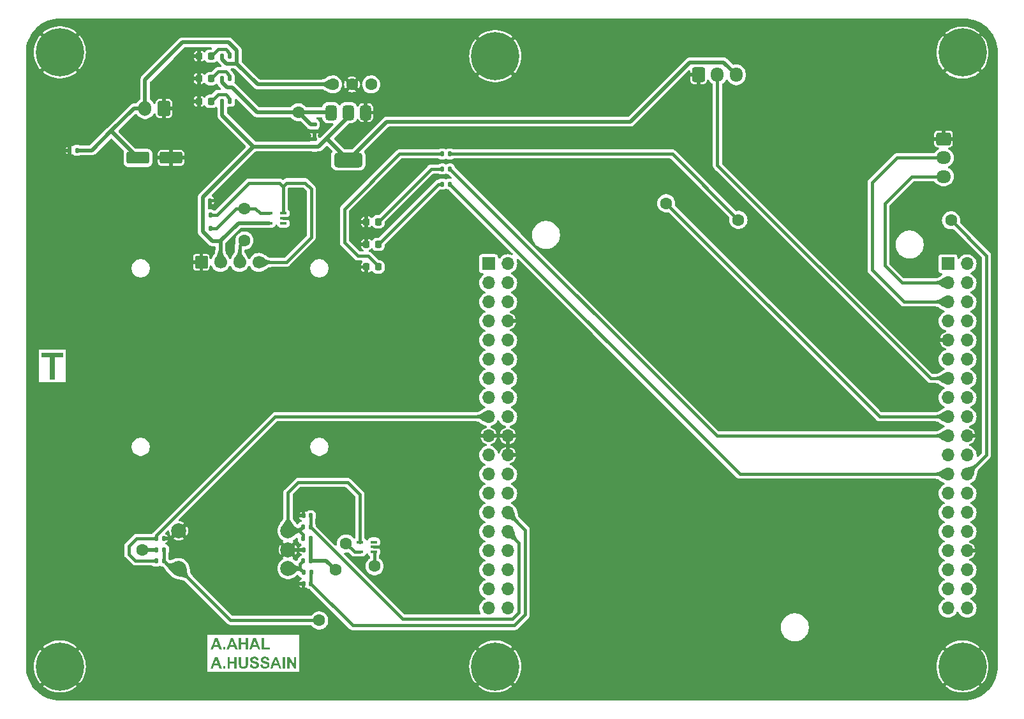
<source format=gbr>
%TF.GenerationSoftware,KiCad,Pcbnew,8.0.8*%
%TF.CreationDate,2025-05-05T21:02:48+02:00*%
%TF.ProjectId,Alarm Control System,416c6172-6d20-4436-9f6e-74726f6c2053,1.0*%
%TF.SameCoordinates,Original*%
%TF.FileFunction,Copper,L1,Top*%
%TF.FilePolarity,Positive*%
%FSLAX46Y46*%
G04 Gerber Fmt 4.6, Leading zero omitted, Abs format (unit mm)*
G04 Created by KiCad (PCBNEW 8.0.8) date 2025-05-05 21:02:48*
%MOMM*%
%LPD*%
G01*
G04 APERTURE LIST*
G04 Aperture macros list*
%AMRoundRect*
0 Rectangle with rounded corners*
0 $1 Rounding radius*
0 $2 $3 $4 $5 $6 $7 $8 $9 X,Y pos of 4 corners*
0 Add a 4 corners polygon primitive as box body*
4,1,4,$2,$3,$4,$5,$6,$7,$8,$9,$2,$3,0*
0 Add four circle primitives for the rounded corners*
1,1,$1+$1,$2,$3*
1,1,$1+$1,$4,$5*
1,1,$1+$1,$6,$7*
1,1,$1+$1,$8,$9*
0 Add four rect primitives between the rounded corners*
20,1,$1+$1,$2,$3,$4,$5,0*
20,1,$1+$1,$4,$5,$6,$7,0*
20,1,$1+$1,$6,$7,$8,$9,0*
20,1,$1+$1,$8,$9,$2,$3,0*%
G04 Aperture macros list end*
%ADD10C,0.300000*%
%ADD11C,0.750000*%
%TA.AperFunction,SMDPad,CuDef*%
%ADD12RoundRect,0.140000X-0.140000X-0.170000X0.140000X-0.170000X0.140000X0.170000X-0.140000X0.170000X0*%
%TD*%
%TA.AperFunction,SMDPad,CuDef*%
%ADD13RoundRect,0.135000X0.135000X0.185000X-0.135000X0.185000X-0.135000X-0.185000X0.135000X-0.185000X0*%
%TD*%
%TA.AperFunction,SMDPad,CuDef*%
%ADD14RoundRect,0.135000X-0.135000X-0.185000X0.135000X-0.185000X0.135000X0.185000X-0.135000X0.185000X0*%
%TD*%
%TA.AperFunction,SMDPad,CuDef*%
%ADD15RoundRect,0.218750X-0.218750X-0.256250X0.218750X-0.256250X0.218750X0.256250X-0.218750X0.256250X0*%
%TD*%
%TA.AperFunction,SMDPad,CuDef*%
%ADD16RoundRect,0.140000X0.170000X-0.140000X0.170000X0.140000X-0.170000X0.140000X-0.170000X-0.140000X0*%
%TD*%
%TA.AperFunction,ComponentPad*%
%ADD17C,1.600000*%
%TD*%
%TA.AperFunction,ComponentPad*%
%ADD18C,2.000000*%
%TD*%
%TA.AperFunction,SMDPad,CuDef*%
%ADD19RoundRect,0.140000X0.140000X0.170000X-0.140000X0.170000X-0.140000X-0.170000X0.140000X-0.170000X0*%
%TD*%
%TA.AperFunction,ComponentPad*%
%ADD20RoundRect,0.250000X-0.600000X-0.725000X0.600000X-0.725000X0.600000X0.725000X-0.600000X0.725000X0*%
%TD*%
%TA.AperFunction,ComponentPad*%
%ADD21O,1.700000X1.950000*%
%TD*%
%TA.AperFunction,ComponentPad*%
%ADD22R,1.700000X1.700000*%
%TD*%
%TA.AperFunction,ComponentPad*%
%ADD23O,1.700000X1.700000*%
%TD*%
%TA.AperFunction,ComponentPad*%
%ADD24RoundRect,0.170000X-0.680000X-0.680000X0.680000X-0.680000X0.680000X0.680000X-0.680000X0.680000X0*%
%TD*%
%TA.AperFunction,ComponentPad*%
%ADD25C,1.700000*%
%TD*%
%TA.AperFunction,ComponentPad*%
%ADD26C,6.400000*%
%TD*%
%TA.AperFunction,SMDPad,CuDef*%
%ADD27RoundRect,0.375000X-0.375000X0.625000X-0.375000X-0.625000X0.375000X-0.625000X0.375000X0.625000X0*%
%TD*%
%TA.AperFunction,SMDPad,CuDef*%
%ADD28RoundRect,0.500000X-1.400000X0.500000X-1.400000X-0.500000X1.400000X-0.500000X1.400000X0.500000X0*%
%TD*%
%TA.AperFunction,SMDPad,CuDef*%
%ADD29RoundRect,0.100000X-0.325000X0.100000X-0.325000X-0.100000X0.325000X-0.100000X0.325000X0.100000X0*%
%TD*%
%TA.AperFunction,SMDPad,CuDef*%
%ADD30RoundRect,0.140000X-0.170000X0.140000X-0.170000X-0.140000X0.170000X-0.140000X0.170000X0.140000X0*%
%TD*%
%TA.AperFunction,ComponentPad*%
%ADD31RoundRect,0.250000X-0.725000X0.600000X-0.725000X-0.600000X0.725000X-0.600000X0.725000X0.600000X0*%
%TD*%
%TA.AperFunction,ComponentPad*%
%ADD32O,1.950000X1.700000*%
%TD*%
%TA.AperFunction,SMDPad,CuDef*%
%ADD33RoundRect,0.250000X-1.250000X-0.550000X1.250000X-0.550000X1.250000X0.550000X-1.250000X0.550000X0*%
%TD*%
%TA.AperFunction,ComponentPad*%
%ADD34RoundRect,0.250000X0.600000X0.750000X-0.600000X0.750000X-0.600000X-0.750000X0.600000X-0.750000X0*%
%TD*%
%TA.AperFunction,ComponentPad*%
%ADD35O,1.700000X2.000000*%
%TD*%
%TA.AperFunction,ViaPad*%
%ADD36C,1.600000*%
%TD*%
%TA.AperFunction,Conductor*%
%ADD37C,0.500000*%
%TD*%
%TA.AperFunction,Conductor*%
%ADD38C,0.400000*%
%TD*%
G04 APERTURE END LIST*
D10*
G36*
X105245898Y-132241150D02*
G01*
X104914339Y-132241150D01*
X104782448Y-131889440D01*
X104178313Y-131889440D01*
X104053749Y-132241150D01*
X103730250Y-132241150D01*
X103965603Y-131631519D01*
X104272102Y-131631519D01*
X104684262Y-131631519D01*
X104476167Y-131092231D01*
X104272102Y-131631519D01*
X103965603Y-131631519D01*
X104318631Y-130717074D01*
X104641031Y-130717074D01*
X105245898Y-132241150D01*
G37*
G36*
X105396841Y-132241150D02*
G01*
X105396841Y-131959782D01*
X105686635Y-131959782D01*
X105686635Y-132241150D01*
X105396841Y-132241150D01*
G37*
G36*
X107344433Y-132241150D02*
G01*
X107012873Y-132241150D01*
X106880982Y-131889440D01*
X106276848Y-131889440D01*
X106152284Y-132241150D01*
X105828784Y-132241150D01*
X106064137Y-131631519D01*
X106370637Y-131631519D01*
X106782797Y-131631519D01*
X106574702Y-131092231D01*
X106370637Y-131631519D01*
X106064137Y-131631519D01*
X106417165Y-130717074D01*
X106739566Y-130717074D01*
X107344433Y-132241150D01*
G37*
G36*
X107498672Y-132241150D02*
G01*
X107498672Y-130717074D01*
X107803487Y-130717074D01*
X107803487Y-131326704D01*
X108401394Y-131326704D01*
X108401394Y-130717074D01*
X108706209Y-130717074D01*
X108706209Y-132241150D01*
X108401394Y-132241150D01*
X108401394Y-131584625D01*
X107803487Y-131584625D01*
X107803487Y-132241150D01*
X107498672Y-132241150D01*
G37*
G36*
X110374998Y-132241150D02*
G01*
X110043439Y-132241150D01*
X109911547Y-131889440D01*
X109307413Y-131889440D01*
X109182849Y-132241150D01*
X108859349Y-132241150D01*
X109094702Y-131631519D01*
X109401202Y-131631519D01*
X109813362Y-131631519D01*
X109605267Y-131092231D01*
X109401202Y-131631519D01*
X109094702Y-131631519D01*
X109447730Y-130717074D01*
X109770131Y-130717074D01*
X110374998Y-132241150D01*
G37*
G36*
X110536565Y-132241150D02*
G01*
X110536565Y-130717074D01*
X110841380Y-130717074D01*
X110841380Y-131983229D01*
X111599754Y-131983229D01*
X111599754Y-132241150D01*
X110536565Y-132241150D01*
G37*
G36*
X105245898Y-134761150D02*
G01*
X104914339Y-134761150D01*
X104782448Y-134409440D01*
X104178313Y-134409440D01*
X104053749Y-134761150D01*
X103730250Y-134761150D01*
X103965603Y-134151519D01*
X104272102Y-134151519D01*
X104684262Y-134151519D01*
X104476167Y-133612231D01*
X104272102Y-134151519D01*
X103965603Y-134151519D01*
X104318631Y-133237074D01*
X104641031Y-133237074D01*
X105245898Y-134761150D01*
G37*
G36*
X105396841Y-134761150D02*
G01*
X105396841Y-134479782D01*
X105686635Y-134479782D01*
X105686635Y-134761150D01*
X105396841Y-134761150D01*
G37*
G36*
X105983390Y-134761150D02*
G01*
X105983390Y-133237074D01*
X106288205Y-133237074D01*
X106288205Y-133846704D01*
X106886111Y-133846704D01*
X106886111Y-133237074D01*
X107190926Y-133237074D01*
X107190926Y-134761150D01*
X106886111Y-134761150D01*
X106886111Y-134104625D01*
X106288205Y-134104625D01*
X106288205Y-134761150D01*
X105983390Y-134761150D01*
G37*
G36*
X107495375Y-133237074D02*
G01*
X107800557Y-133237074D01*
X107800557Y-134064325D01*
X107801100Y-134143771D01*
X107803052Y-134218337D01*
X107808054Y-134292601D01*
X107811914Y-134319314D01*
X107836639Y-134389411D01*
X107883282Y-134451241D01*
X107904970Y-134469890D01*
X107973928Y-134506657D01*
X108046066Y-134523127D01*
X108106471Y-134526676D01*
X108181497Y-134521453D01*
X108254999Y-134501394D01*
X108302476Y-134473187D01*
X108352708Y-134417385D01*
X108380734Y-134346150D01*
X108381610Y-134341296D01*
X108389871Y-134268241D01*
X108393564Y-134194380D01*
X108395047Y-134115005D01*
X108395166Y-134081910D01*
X108395166Y-133237074D01*
X108699981Y-133237074D01*
X108699981Y-134036115D01*
X108699373Y-134117826D01*
X108697548Y-134191683D01*
X108693753Y-134269947D01*
X108687111Y-134346961D01*
X108675068Y-134423362D01*
X108653214Y-134497035D01*
X108618017Y-134567927D01*
X108583843Y-134614604D01*
X108527772Y-134668425D01*
X108465240Y-134709977D01*
X108406157Y-134738435D01*
X108330086Y-134762778D01*
X108250182Y-134776978D01*
X108170057Y-134783470D01*
X108115630Y-134784597D01*
X108038230Y-134782832D01*
X107957176Y-134776313D01*
X107876736Y-134762981D01*
X107801787Y-134740483D01*
X107787367Y-134734405D01*
X107722109Y-134699908D01*
X107660903Y-134655267D01*
X107610780Y-134603613D01*
X107568379Y-134542081D01*
X107536514Y-134472979D01*
X107525417Y-134434719D01*
X107512274Y-134361538D01*
X107503854Y-134284731D01*
X107498925Y-134209409D01*
X107496109Y-134125329D01*
X107495375Y-134048571D01*
X107495375Y-133237074D01*
G37*
G36*
X108935553Y-134268756D02*
G01*
X109232308Y-134245309D01*
X109251699Y-134320830D01*
X109283441Y-134390468D01*
X109330754Y-134449714D01*
X109340752Y-134458533D01*
X109403925Y-134497329D01*
X109480606Y-134520022D01*
X109562036Y-134526676D01*
X109639142Y-134521837D01*
X109711356Y-134505107D01*
X109779311Y-134469258D01*
X109784053Y-134465494D01*
X109835143Y-134407711D01*
X109858134Y-134337086D01*
X109858791Y-134321879D01*
X109839560Y-134249062D01*
X109827284Y-134232119D01*
X109765892Y-134187656D01*
X109717741Y-134167639D01*
X109644461Y-134145220D01*
X109569728Y-134124734D01*
X109496656Y-134105515D01*
X109473376Y-134099496D01*
X109400352Y-134079256D01*
X109322144Y-134053221D01*
X109254215Y-134025280D01*
X109187955Y-133990273D01*
X109129360Y-133947088D01*
X109075114Y-133889303D01*
X109034191Y-133826224D01*
X109006592Y-133757850D01*
X108992317Y-133684182D01*
X108990141Y-133639708D01*
X108997847Y-133561387D01*
X109020965Y-133486615D01*
X109055354Y-133421722D01*
X109101958Y-133362824D01*
X109159797Y-133313444D01*
X109228869Y-133273580D01*
X109244032Y-133266750D01*
X109317480Y-133241070D01*
X109389482Y-133225299D01*
X109467804Y-133216169D01*
X109541520Y-133213627D01*
X109626928Y-133216748D01*
X109705468Y-133226113D01*
X109777138Y-133241721D01*
X109854074Y-133268692D01*
X109921119Y-133304653D01*
X109969433Y-133341488D01*
X110025886Y-133401512D01*
X110069260Y-133469705D01*
X110099556Y-133546068D01*
X110115115Y-133618025D01*
X110120741Y-133682573D01*
X109815560Y-133682573D01*
X109794660Y-133607131D01*
X109754258Y-133541644D01*
X109731663Y-133521006D01*
X109662901Y-133487196D01*
X109584315Y-133473286D01*
X109538222Y-133471547D01*
X109460914Y-133476771D01*
X109388767Y-133494583D01*
X109330127Y-133525036D01*
X109285593Y-133586654D01*
X109281767Y-133617360D01*
X109307321Y-133687496D01*
X109327196Y-133707119D01*
X109393571Y-133743819D01*
X109463639Y-133769373D01*
X109541890Y-133792446D01*
X109607465Y-133809335D01*
X109686913Y-133829746D01*
X109758195Y-133850311D01*
X109831037Y-133874499D01*
X109900675Y-133902400D01*
X109936827Y-133919977D01*
X109998915Y-133959283D01*
X110056717Y-134011858D01*
X110103522Y-134074216D01*
X110137939Y-134146879D01*
X110156829Y-134222327D01*
X110163736Y-134297878D01*
X110163972Y-134315651D01*
X110156924Y-134395557D01*
X110135780Y-134472243D01*
X110100538Y-134545709D01*
X110091799Y-134560016D01*
X110046477Y-134619470D01*
X109991708Y-134669650D01*
X109927492Y-134710557D01*
X109887734Y-134729276D01*
X109817735Y-134753479D01*
X109739631Y-134770767D01*
X109664640Y-134780221D01*
X109583444Y-134784381D01*
X109559105Y-134784597D01*
X109472822Y-134781386D01*
X109393032Y-134771753D01*
X109319736Y-134755697D01*
X109240352Y-134727954D01*
X109170319Y-134690962D01*
X109119102Y-134653072D01*
X109065877Y-134599375D01*
X109021334Y-134537204D01*
X108985472Y-134466557D01*
X108958291Y-134387435D01*
X108942271Y-134315026D01*
X108935553Y-134268756D01*
G37*
G36*
X110335065Y-134268756D02*
G01*
X110631820Y-134245309D01*
X110651210Y-134320830D01*
X110682952Y-134390468D01*
X110730266Y-134449714D01*
X110740263Y-134458533D01*
X110803437Y-134497329D01*
X110880117Y-134520022D01*
X110961547Y-134526676D01*
X111038654Y-134521837D01*
X111110867Y-134505107D01*
X111178822Y-134469258D01*
X111183564Y-134465494D01*
X111234655Y-134407711D01*
X111257646Y-134337086D01*
X111258303Y-134321879D01*
X111239072Y-134249062D01*
X111226795Y-134232119D01*
X111165404Y-134187656D01*
X111117252Y-134167639D01*
X111043972Y-134145220D01*
X110969239Y-134124734D01*
X110896167Y-134105515D01*
X110872887Y-134099496D01*
X110799863Y-134079256D01*
X110721656Y-134053221D01*
X110653727Y-134025280D01*
X110587467Y-133990273D01*
X110528871Y-133947088D01*
X110474625Y-133889303D01*
X110433702Y-133826224D01*
X110406103Y-133757850D01*
X110391828Y-133684182D01*
X110389653Y-133639708D01*
X110397359Y-133561387D01*
X110420476Y-133486615D01*
X110454866Y-133421722D01*
X110501470Y-133362824D01*
X110559308Y-133313444D01*
X110628381Y-133273580D01*
X110643543Y-133266750D01*
X110716991Y-133241070D01*
X110788993Y-133225299D01*
X110867315Y-133216169D01*
X110941031Y-133213627D01*
X111026440Y-133216748D01*
X111104979Y-133226113D01*
X111176649Y-133241721D01*
X111253586Y-133268692D01*
X111320630Y-133304653D01*
X111368945Y-133341488D01*
X111425397Y-133401512D01*
X111468772Y-133469705D01*
X111499068Y-133546068D01*
X111514627Y-133618025D01*
X111520253Y-133682573D01*
X111215072Y-133682573D01*
X111194172Y-133607131D01*
X111153770Y-133541644D01*
X111131174Y-133521006D01*
X111062412Y-133487196D01*
X110983827Y-133473286D01*
X110937734Y-133471547D01*
X110860425Y-133476771D01*
X110788279Y-133494583D01*
X110729639Y-133525036D01*
X110685104Y-133586654D01*
X110681279Y-133617360D01*
X110706833Y-133687496D01*
X110726708Y-133707119D01*
X110793083Y-133743819D01*
X110863150Y-133769373D01*
X110941401Y-133792446D01*
X111006977Y-133809335D01*
X111086425Y-133829746D01*
X111157707Y-133850311D01*
X111230549Y-133874499D01*
X111300186Y-133902400D01*
X111336338Y-133919977D01*
X111398427Y-133959283D01*
X111456228Y-134011858D01*
X111503034Y-134074216D01*
X111537450Y-134146879D01*
X111556341Y-134222327D01*
X111563248Y-134297878D01*
X111563484Y-134315651D01*
X111556436Y-134395557D01*
X111535291Y-134472243D01*
X111500050Y-134545709D01*
X111491310Y-134560016D01*
X111445989Y-134619470D01*
X111391220Y-134669650D01*
X111327003Y-134710557D01*
X111287245Y-134729276D01*
X111217247Y-134753479D01*
X111139143Y-134770767D01*
X111064152Y-134780221D01*
X110982955Y-134784381D01*
X110958617Y-134784597D01*
X110872333Y-134781386D01*
X110792543Y-134771753D01*
X110719247Y-134755697D01*
X110639864Y-134727954D01*
X110569831Y-134690962D01*
X110518613Y-134653072D01*
X110465389Y-134599375D01*
X110420845Y-134537204D01*
X110384983Y-134466557D01*
X110357802Y-134387435D01*
X110341783Y-134315026D01*
X110335065Y-134268756D01*
G37*
G36*
X113174021Y-134761150D02*
G01*
X112842462Y-134761150D01*
X112710571Y-134409440D01*
X112106436Y-134409440D01*
X111981872Y-134761150D01*
X111658372Y-134761150D01*
X111893725Y-134151519D01*
X112200225Y-134151519D01*
X112612385Y-134151519D01*
X112404290Y-133612231D01*
X112200225Y-134151519D01*
X111893725Y-134151519D01*
X112246753Y-133237074D01*
X112569154Y-133237074D01*
X113174021Y-134761150D01*
G37*
G36*
X113318002Y-134761150D02*
G01*
X113318002Y-133237074D01*
X113622818Y-133237074D01*
X113622818Y-134761150D01*
X113318002Y-134761150D01*
G37*
G36*
X113913711Y-134761150D02*
G01*
X113913711Y-133237074D01*
X114210466Y-133237074D01*
X114828522Y-134266924D01*
X114828522Y-133237074D01*
X115111722Y-133237074D01*
X115111722Y-134761150D01*
X114805808Y-134761150D01*
X114196910Y-133746687D01*
X114196910Y-134761150D01*
X113913711Y-134761150D01*
G37*
D11*
G36*
X82381732Y-96421151D02*
G01*
X82381732Y-93466789D01*
X81336251Y-93466789D01*
X81336251Y-92864975D01*
X84136739Y-92864975D01*
X84136739Y-93466789D01*
X83093822Y-93466789D01*
X83093822Y-96421151D01*
X82381732Y-96421151D01*
G37*
D12*
%TO.P,C801,1*%
%TO.N,+3.3V*%
X102720000Y-72700000D03*
%TO.P,C801,2*%
%TO.N,GND*%
X103680000Y-72700000D03*
%TD*%
D13*
%TO.P,R801,1*%
%TO.N,/NUCLEO_L476RG/I2C1_SCL*%
X103710000Y-76400000D03*
%TO.P,R801,2*%
%TO.N,+3.3V*%
X102690000Y-76400000D03*
%TD*%
D14*
%TO.P,R403,1*%
%TO.N,+5V*%
X105285300Y-56516100D03*
%TO.P,R403,2*%
%TO.N,Net-(D402-A)*%
X106305300Y-56516100D03*
%TD*%
D15*
%TO.P,D402,1,K*%
%TO.N,GND*%
X102210300Y-56516100D03*
%TO.P,D402,2,A*%
%TO.N,Net-(D402-A)*%
X103785300Y-56516100D03*
%TD*%
D16*
%TO.P,C403,1*%
%TO.N,+3.3V*%
X117517800Y-65516100D03*
%TO.P,C403,2*%
%TO.N,GND*%
X117517800Y-64556100D03*
%TD*%
D17*
%TO.P,U401,1,VIN*%
%TO.N,+12V*%
X119977800Y-57266100D03*
%TO.P,U401,2,GND*%
%TO.N,GND*%
X122517800Y-57266100D03*
%TO.P,U401,3,5V*%
%TO.N,+5V*%
X125057800Y-57266100D03*
%TD*%
D18*
%TO.P,SW901,A,A*%
%TO.N,/Rotary_Encodeur/A*%
X114017800Y-121516100D03*
%TO.P,SW901,B,B*%
%TO.N,/Rotary_Encodeur/B*%
X114017800Y-116516100D03*
%TO.P,SW901,C,C*%
%TO.N,GND*%
X114017800Y-119016100D03*
%TO.P,SW901,S1,S1*%
%TO.N,/Rotary_Encodeur/S*%
X99517800Y-121516100D03*
%TO.P,SW901,S2,S2*%
%TO.N,GND*%
X99517800Y-116516100D03*
%TD*%
D19*
%TO.P,C904,1*%
%TO.N,+3.3V*%
X117017800Y-119016100D03*
%TO.P,C904,2*%
%TO.N,GND*%
X116057800Y-119016100D03*
%TD*%
D15*
%TO.P,D403,1,K*%
%TO.N,GND*%
X102210300Y-59516100D03*
%TO.P,D403,2,A*%
%TO.N,Net-(D403-A)*%
X103785300Y-59516100D03*
%TD*%
D13*
%TO.P,R902,1*%
%TO.N,/NUCLEO_L476RG/TIM2_CH2_ENC_B*%
X117017800Y-116016100D03*
%TO.P,R902,2*%
%TO.N,/Rotary_Encodeur/B*%
X115997800Y-116016100D03*
%TD*%
D12*
%TO.P,C903,1*%
%TO.N,/NUCLEO_L476RG/ENC_BTN*%
X96557800Y-117516100D03*
%TO.P,C903,2*%
%TO.N,GND*%
X97517800Y-117516100D03*
%TD*%
D15*
%TO.P,D502,1,K*%
%TO.N,GND*%
X124425000Y-75500000D03*
%TO.P,D502,2,A*%
%TO.N,Net-(D502-A)*%
X126000000Y-75500000D03*
%TD*%
D14*
%TO.P,R905,1*%
%TO.N,+3.3V*%
X96517800Y-119016100D03*
%TO.P,R905,2*%
%TO.N,/Rotary_Encodeur/S*%
X97537800Y-119016100D03*
%TD*%
D20*
%TO.P,J3,1,Pin_1*%
%TO.N,GND*%
X168500000Y-56000000D03*
D21*
%TO.P,J3,2,Pin_2*%
%TO.N,/INPUT_OUTPUT/INPUT*%
X171000000Y-56000000D03*
%TO.P,J3,3,Pin_3*%
%TO.N,+3.3V*%
X173500000Y-56000000D03*
%TD*%
D13*
%TO.P,R504,1*%
%TO.N,/NUCLEO_L476RG/LED_3*%
X135500000Y-66500000D03*
%TO.P,R504,2*%
%TO.N,Net-(D505-A)*%
X134480000Y-66500000D03*
%TD*%
%TO.P,R802,1*%
%TO.N,/NUCLEO_L476RG/I2C1_SDA*%
X103710000Y-74600000D03*
%TO.P,R802,2*%
%TO.N,+3.3V*%
X102690000Y-74600000D03*
%TD*%
D15*
%TO.P,D504,1,K*%
%TO.N,GND*%
X124425000Y-78500000D03*
%TO.P,D504,2,A*%
%TO.N,Net-(D504-A)*%
X126000000Y-78500000D03*
%TD*%
D22*
%TO.P,U501,101,PC10*%
%TO.N,unconnected-(U501B-PC10-Pad101)*%
X140637800Y-81056100D03*
D23*
%TO.P,U501,102,PC11*%
%TO.N,unconnected-(U501B-PC11-Pad102)*%
X143177800Y-81056100D03*
%TO.P,U501,103,PC12*%
%TO.N,unconnected-(U501B-PC12-Pad103)*%
X140637800Y-83596100D03*
%TO.P,U501,104,PD2*%
%TO.N,unconnected-(U501B-PD2-Pad104)*%
X143177800Y-83596100D03*
%TO.P,U501,105,VDD*%
%TO.N,unconnected-(U501A-VDD-Pad105)*%
X140637800Y-86136100D03*
%TO.P,U501,106,E5V*%
%TO.N,unconnected-(U501A-E5V-Pad106)*%
X143177800Y-86136100D03*
%TO.P,U501,107,BOOT0*%
%TO.N,unconnected-(U501A-BOOT0-Pad107)*%
X140637800Y-88676100D03*
%TO.P,U501,108,GND*%
%TO.N,GND*%
X143177800Y-88676100D03*
%TO.P,U501,109,NC*%
%TO.N,unconnected-(U501B-NC-Pad109)*%
X140637800Y-91216100D03*
%TO.P,U501,110,NC*%
%TO.N,unconnected-(U501B-NC-Pad110)*%
X143177800Y-91216100D03*
%TO.P,U501,111,NC*%
%TO.N,unconnected-(U501B-NC-Pad111)*%
X140637800Y-93756100D03*
%TO.P,U501,112,IOREF*%
%TO.N,unconnected-(U501A-IOREF-Pad112)*%
X143177800Y-93756100D03*
%TO.P,U501,113,PA13*%
%TO.N,unconnected-(U501B-PA13-Pad113)*%
X140637800Y-96296100D03*
%TO.P,U501,114,RESET*%
%TO.N,unconnected-(U501A-RESET-Pad114)*%
X143177800Y-96296100D03*
%TO.P,U501,115,PA14*%
%TO.N,unconnected-(U501B-PA14-Pad115)*%
X140637800Y-98836100D03*
%TO.P,U501,116,+3V3*%
%TO.N,unconnected-(U501A-+3V3-Pad116)*%
X143177800Y-98836100D03*
%TO.P,U501,117,PA15*%
%TO.N,/NUCLEO_L476RG/ENC_BTN*%
X140637800Y-101376100D03*
%TO.P,U501,118,+5V*%
%TO.N,unconnected-(U501A-+5V-Pad118)*%
X143177800Y-101376100D03*
%TO.P,U501,119,GND*%
%TO.N,GND*%
X140637800Y-103916100D03*
%TO.P,U501,120,GND*%
X143177800Y-103916100D03*
%TO.P,U501,121,PB7*%
%TO.N,/NUCLEO_L476RG/I2C1_SDA*%
X140637800Y-106456100D03*
%TO.P,U501,122,GND*%
%TO.N,GND*%
X143177800Y-106456100D03*
%TO.P,U501,123,PC13*%
%TO.N,unconnected-(U501B-PC13-Pad123)*%
X140637800Y-108996100D03*
%TO.P,U501,124,VIN*%
%TO.N,unconnected-(U501A-VIN-Pad124)*%
X143177800Y-108996100D03*
%TO.P,U501,125,PC14*%
%TO.N,unconnected-(U501B-PC14-Pad125)*%
X140637800Y-111536100D03*
%TO.P,U501,126,NC*%
%TO.N,unconnected-(U501B-NC-Pad126)*%
X143177800Y-111536100D03*
%TO.P,U501,127,PC15*%
%TO.N,unconnected-(U501B-PC15-Pad127)*%
X140637800Y-114076100D03*
%TO.P,U501,128,PA0*%
%TO.N,/NUCLEO_L476RG/TIM2_CH1_ENC_A*%
X143177800Y-114076100D03*
%TO.P,U501,129,PH0*%
%TO.N,unconnected-(U501B-PH0-Pad129)*%
X140637800Y-116616100D03*
%TO.P,U501,130,PA1*%
%TO.N,/NUCLEO_L476RG/TIM2_CH2_ENC_B*%
X143177800Y-116616100D03*
%TO.P,U501,131,PH1*%
%TO.N,unconnected-(U501B-PH1-Pad131)*%
X140637800Y-119156100D03*
%TO.P,U501,132,PA4*%
%TO.N,unconnected-(U501B-PA4-Pad132)*%
X143177800Y-119156100D03*
%TO.P,U501,133,VBAT*%
%TO.N,unconnected-(U501A-VBAT-Pad133)*%
X140637800Y-121696100D03*
%TO.P,U501,134,PB0*%
%TO.N,unconnected-(U501B-PB0-Pad134)*%
X143177800Y-121696100D03*
%TO.P,U501,135,PC2*%
%TO.N,unconnected-(U501B-PC2-Pad135)*%
X140637800Y-124236100D03*
%TO.P,U501,136,PC1*%
%TO.N,unconnected-(U501B-PC1-Pad136)*%
X143177800Y-124236100D03*
%TO.P,U501,137,PC3*%
%TO.N,unconnected-(U501B-PC3-Pad137)*%
X140637800Y-126776100D03*
%TO.P,U501,138,PC0*%
%TO.N,unconnected-(U501B-PC0-Pad138)*%
X143177800Y-126776100D03*
D22*
%TO.P,U501,201,PC9*%
%TO.N,unconnected-(U501B-PC9-Pad201)*%
X201597800Y-81066100D03*
D23*
%TO.P,U501,202,PC8*%
%TO.N,unconnected-(U501B-PC8-Pad202)*%
X204137800Y-81066100D03*
%TO.P,U501,203,PB8*%
%TO.N,/INPUT_OUTPUT/VALID_ALARM*%
X201597800Y-83596100D03*
%TO.P,U501,204,PC6*%
%TO.N,unconnected-(U501B-PC6-Pad204)*%
X204137800Y-83596100D03*
%TO.P,U501,205,PB9*%
%TO.N,/INPUT_OUTPUT/SIG_ALARM*%
X201597800Y-86136100D03*
%TO.P,U501,206,PC5*%
%TO.N,unconnected-(U501B-PC5-Pad206)*%
X204137800Y-86136100D03*
%TO.P,U501,207,AVDD*%
%TO.N,unconnected-(U501A-AVDD-Pad207)*%
X201597800Y-88676100D03*
%TO.P,U501,208,U5V*%
%TO.N,unconnected-(U501A-U5V-Pad208)*%
X204137800Y-88676100D03*
%TO.P,U501,209,GND*%
%TO.N,GND*%
X201597800Y-91216100D03*
%TO.P,U501,210,NC*%
%TO.N,unconnected-(U501B-NC-Pad210)*%
X204137800Y-91216100D03*
%TO.P,U501,211,PA5*%
%TO.N,unconnected-(U501B-PA5-Pad211)*%
X201597800Y-93756100D03*
%TO.P,U501,212,PA12*%
%TO.N,unconnected-(U501B-PA12-Pad212)*%
X204137800Y-93756100D03*
%TO.P,U501,213,PA6*%
%TO.N,/INPUT_OUTPUT/INPUT*%
X201597800Y-96296100D03*
%TO.P,U501,214,PA11*%
%TO.N,unconnected-(U501B-PA11-Pad214)*%
X204137800Y-96296100D03*
%TO.P,U501,215,PA7*%
%TO.N,unconnected-(U501B-PA7-Pad215)*%
X201597800Y-98836100D03*
%TO.P,U501,216,PB12*%
%TO.N,unconnected-(U501B-PB12-Pad216)*%
X204137800Y-98836100D03*
%TO.P,U501,217,PB6*%
%TO.N,/NUCLEO_L476RG/I2C1_SCL*%
X201597800Y-101376100D03*
%TO.P,U501,218,PB11*%
%TO.N,unconnected-(U501B-PB11-Pad218)*%
X204137800Y-101376100D03*
%TO.P,U501,219,PC7*%
%TO.N,/NUCLEO_L476RG/LED_0*%
X201597800Y-103916100D03*
%TO.P,U501,220,GND*%
%TO.N,GND*%
X204137800Y-103916100D03*
%TO.P,U501,221,PA9*%
%TO.N,unconnected-(U501B-PA9-Pad221)*%
X201597800Y-106456100D03*
%TO.P,U501,222,PB2*%
%TO.N,unconnected-(U501B-PB2-Pad222)*%
X204137800Y-106456100D03*
%TO.P,U501,223,PA8*%
%TO.N,/NUCLEO_L476RG/LED_2*%
X201597800Y-108996100D03*
%TO.P,U501,224,PB1*%
%TO.N,/NUCLEO_L476RG/LED_3*%
X204137800Y-108996100D03*
%TO.P,U501,225,PB10*%
%TO.N,unconnected-(U501B-PB10-Pad225)*%
X201597800Y-111536100D03*
%TO.P,U501,226,PB15*%
%TO.N,unconnected-(U501B-PB15-Pad226)*%
X204137800Y-111536100D03*
%TO.P,U501,227,PB4*%
%TO.N,unconnected-(U501B-PB4-Pad227)*%
X201597800Y-114076100D03*
%TO.P,U501,228,PB14*%
%TO.N,unconnected-(U501B-PB14-Pad228)*%
X204137800Y-114076100D03*
%TO.P,U501,229,PB5*%
%TO.N,unconnected-(U501B-PB5-Pad229)*%
X201597800Y-116616100D03*
%TO.P,U501,230,PB13*%
%TO.N,unconnected-(U501B-PB13-Pad230)*%
X204137800Y-116616100D03*
%TO.P,U501,231,PB3*%
%TO.N,unconnected-(U501B-PB3-Pad231)*%
X201597800Y-119156100D03*
%TO.P,U501,232,AGND*%
%TO.N,GND*%
X204137800Y-119156100D03*
%TO.P,U501,233,PA10*%
%TO.N,unconnected-(U501B-PA10-Pad233)*%
X201597800Y-121696100D03*
%TO.P,U501,234,PC4*%
%TO.N,unconnected-(U501B-PC4-Pad234)*%
X204137800Y-121696100D03*
%TO.P,U501,235,PA2*%
%TO.N,unconnected-(U501B-PA2-Pad235)*%
X201597800Y-124236100D03*
%TO.P,U501,236,NC*%
%TO.N,unconnected-(U501B-NC-Pad236)*%
X204137800Y-124236100D03*
%TO.P,U501,237,PA3*%
%TO.N,unconnected-(U501B-PA3-Pad237)*%
X201597800Y-126776100D03*
%TO.P,U501,238,NC*%
%TO.N,unconnected-(U501B-NC-Pad238)*%
X204137800Y-126776100D03*
%TD*%
D24*
%TO.P,J801,1,Pin_1*%
%TO.N,GND*%
X102507800Y-80886100D03*
D25*
%TO.P,J801,2,Pin_2*%
%TO.N,+3.3V*%
X105047800Y-80886100D03*
%TO.P,J801,3,Pin_3*%
%TO.N,/NUCLEO_L476RG/I2C1_SCL*%
X107587800Y-80886100D03*
%TO.P,J801,4,Pin_4*%
%TO.N,/NUCLEO_L476RG/I2C1_SDA*%
X110127800Y-80886100D03*
%TD*%
D26*
%TO.P,H102,1,1*%
%TO.N,GND*%
X83730300Y-53016100D03*
%TD*%
D14*
%TO.P,R402,1*%
%TO.N,+12V*%
X105285300Y-53516100D03*
%TO.P,R402,2*%
%TO.N,Net-(D401-A)*%
X106305300Y-53516100D03*
%TD*%
D13*
%TO.P,R903,1*%
%TO.N,+3.3V*%
X117017800Y-120516100D03*
%TO.P,R903,2*%
%TO.N,/Rotary_Encodeur/A*%
X115997800Y-120516100D03*
%TD*%
D27*
%TO.P,U402,1,GND*%
%TO.N,GND*%
X124317800Y-61016100D03*
%TO.P,U402,2,VO*%
%TO.N,+3.3V*%
X122017800Y-61016100D03*
D28*
X122017800Y-67316100D03*
D27*
%TO.P,U402,3,VI*%
%TO.N,+5V*%
X119717800Y-61016100D03*
%TD*%
D13*
%TO.P,R901,1*%
%TO.N,/NUCLEO_L476RG/TIM2_CH1_ENC_A*%
X117077800Y-122016100D03*
%TO.P,R901,2*%
%TO.N,/Rotary_Encodeur/A*%
X116057800Y-122016100D03*
%TD*%
D29*
%TO.P,D801,1,I/O*%
%TO.N,unconnected-(D801-I{slash}O-Pad1)*%
X113405000Y-75670000D03*
%TO.P,D801,2,GND*%
%TO.N,GND*%
X113405000Y-75020000D03*
%TO.P,D801,3,I/O*%
%TO.N,/NUCLEO_L476RG/I2C1_SDA*%
X113405000Y-74370000D03*
%TO.P,D801,4,I/O*%
%TO.N,/NUCLEO_L476RG/I2C1_SCL*%
X111555000Y-74370000D03*
%TO.P,D801,5,I/O*%
%TO.N,+3.3V*%
X111555000Y-75670000D03*
%TD*%
D26*
%TO.P,H103,1,1*%
%TO.N,GND*%
X83730300Y-134516100D03*
%TD*%
D30*
%TO.P,C401,1*%
%TO.N,+5V*%
X117517800Y-62556100D03*
%TO.P,C401,2*%
%TO.N,GND*%
X117517800Y-63516100D03*
%TD*%
D19*
%TO.P,C404,1*%
%TO.N,+12V*%
X86017800Y-66016100D03*
%TO.P,C404,2*%
%TO.N,GND*%
X85057800Y-66016100D03*
%TD*%
D26*
%TO.P,H107,1,1*%
%TO.N,GND*%
X141517800Y-53516100D03*
%TD*%
D19*
%TO.P,C901,1*%
%TO.N,/NUCLEO_L476RG/TIM2_CH1_ENC_A*%
X117017800Y-123516100D03*
%TO.P,C901,2*%
%TO.N,GND*%
X116057800Y-123516100D03*
%TD*%
%TO.P,C902,1*%
%TO.N,/NUCLEO_L476RG/TIM2_CH2_ENC_B*%
X117017800Y-114516100D03*
%TO.P,C902,2*%
%TO.N,GND*%
X116057800Y-114516100D03*
%TD*%
D15*
%TO.P,D505,1,K*%
%TO.N,GND*%
X124425000Y-81500000D03*
%TO.P,D505,2,A*%
%TO.N,Net-(D505-A)*%
X126000000Y-81500000D03*
%TD*%
D26*
%TO.P,H104,1,1*%
%TO.N,GND*%
X203517800Y-53051600D03*
%TD*%
D31*
%TO.P,J2,1,Pin_1*%
%TO.N,GND*%
X201000000Y-64500000D03*
D32*
%TO.P,J2,2,Pin_2*%
%TO.N,/INPUT_OUTPUT/SIG_ALARM*%
X201000000Y-67000000D03*
%TO.P,J2,3,Pin_3*%
%TO.N,/INPUT_OUTPUT/VALID_ALARM*%
X201000000Y-69500000D03*
%TD*%
D29*
%TO.P,D901,1,I/O*%
%TO.N,/Rotary_Encodeur/S*%
X125417800Y-119300000D03*
%TO.P,D901,2,GND*%
%TO.N,GND*%
X125417800Y-118650000D03*
%TO.P,D901,3,I/O*%
%TO.N,unconnected-(D901-I{slash}O-Pad3)*%
X125417800Y-118000000D03*
%TO.P,D901,4,I/O*%
%TO.N,/Rotary_Encodeur/B*%
X123567800Y-118000000D03*
%TO.P,D901,5,I/O*%
%TO.N,/Rotary_Encodeur/A*%
X123567800Y-119300000D03*
%TD*%
D15*
%TO.P,D401,1,K*%
%TO.N,GND*%
X102230300Y-53516100D03*
%TO.P,D401,2,A*%
%TO.N,Net-(D401-A)*%
X103805300Y-53516100D03*
%TD*%
D13*
%TO.P,R503,1*%
%TO.N,/NUCLEO_L476RG/LED_2*%
X135500000Y-70500000D03*
%TO.P,R503,2*%
%TO.N,Net-(D504-A)*%
X134480000Y-70500000D03*
%TD*%
%TO.P,R906,1*%
%TO.N,/Rotary_Encodeur/S*%
X97517800Y-120516100D03*
%TO.P,R906,2*%
%TO.N,/NUCLEO_L476RG/ENC_BTN*%
X96497800Y-120516100D03*
%TD*%
%TO.P,R501,1*%
%TO.N,/NUCLEO_L476RG/LED_0*%
X135510000Y-68500000D03*
%TO.P,R501,2*%
%TO.N,Net-(D502-A)*%
X134490000Y-68500000D03*
%TD*%
D33*
%TO.P,C402,1*%
%TO.N,+12V*%
X94095300Y-67016100D03*
%TO.P,C402,2*%
%TO.N,GND*%
X98495300Y-67016100D03*
%TD*%
D34*
%TO.P,J401,1,Pin_1*%
%TO.N,GND*%
X97545300Y-60466100D03*
D35*
%TO.P,J401,2,Pin_2*%
%TO.N,+12V*%
X95045300Y-60466100D03*
%TD*%
D14*
%TO.P,R404,1*%
%TO.N,+3.3V*%
X105285300Y-59516100D03*
%TO.P,R404,2*%
%TO.N,Net-(D403-A)*%
X106305300Y-59516100D03*
%TD*%
D26*
%TO.P,H106,1,1*%
%TO.N,GND*%
X141517800Y-134516100D03*
%TD*%
D13*
%TO.P,R904,1*%
%TO.N,+3.3V*%
X117017800Y-117516100D03*
%TO.P,R904,2*%
%TO.N,/Rotary_Encodeur/B*%
X115997800Y-117516100D03*
%TD*%
D26*
%TO.P,H108,1,1*%
%TO.N,GND*%
X203517800Y-134516100D03*
%TD*%
D36*
%TO.N,GND*%
X112640000Y-77970000D03*
X110750000Y-63250000D03*
X117250000Y-112000000D03*
%TO.N,+3.3V*%
X94690000Y-119030000D03*
X120299900Y-121714600D03*
%TO.N,+5V*%
X115410000Y-60960000D03*
%TO.N,/NUCLEO_L476RG/I2C1_SCL*%
X164200000Y-73050000D03*
X108240000Y-73770000D03*
X108240000Y-77980000D03*
%TO.N,/NUCLEO_L476RG/LED_3*%
X202000000Y-75300000D03*
X173786700Y-75241300D03*
%TO.N,/Rotary_Encodeur/S*%
X125500000Y-121200000D03*
X118150000Y-128400000D03*
%TO.N,/Rotary_Encodeur/A*%
X121722400Y-118190000D03*
%TD*%
D37*
%TO.N,+12V*%
X107227500Y-54514400D02*
X105865700Y-54514400D01*
X87993600Y-66016100D02*
X86017800Y-66016100D01*
X107227500Y-52784300D02*
X107227500Y-54514400D01*
X95045300Y-56684700D02*
X100047300Y-51682700D01*
X94095300Y-67016100D02*
X90544500Y-63465200D01*
X95045300Y-60466100D02*
X95045300Y-56684700D01*
X94669900Y-60466100D02*
X93543600Y-60466100D01*
X107227500Y-54514400D02*
X109979200Y-57266100D01*
X95045300Y-60466100D02*
X94669900Y-60466100D01*
X106125900Y-51682700D02*
X107227500Y-52784300D01*
X105865700Y-54514400D02*
X105285300Y-53934000D01*
X109979200Y-57266100D02*
X119977800Y-57266100D01*
X100047300Y-51682700D02*
X106125900Y-51682700D01*
X93543600Y-60466100D02*
X90544500Y-63465200D01*
X90544500Y-63465200D02*
X87993600Y-66016100D01*
X105285300Y-53934000D02*
X105285300Y-53516100D01*
%TO.N,GND*%
X204137800Y-103916100D02*
X205633900Y-103916100D01*
X204137800Y-119156100D02*
X205643900Y-119156100D01*
X201597800Y-91216100D02*
X199226100Y-91216100D01*
X114017800Y-119016100D02*
X116057800Y-119016100D01*
X199226100Y-91216100D02*
X199190000Y-91180000D01*
D38*
X125450000Y-118650000D02*
X126250000Y-118650000D01*
D37*
X98517800Y-117516100D02*
X99517800Y-116516100D01*
X143177800Y-88676100D02*
X145063900Y-88676100D01*
X145063900Y-88676100D02*
X145080000Y-88660000D01*
D38*
X113372200Y-75023900D02*
X114722200Y-75023900D01*
D37*
X205633900Y-103916100D02*
X205650000Y-103900000D01*
X97517800Y-117516100D02*
X98517800Y-117516100D01*
%TO.N,+3.3V*%
X102720000Y-72700000D02*
X102720000Y-72209000D01*
X105047800Y-78257800D02*
X104870000Y-78080000D01*
X109412900Y-65516100D02*
X117517800Y-65516100D01*
X122017800Y-61016100D02*
X122017800Y-61574900D01*
X117017800Y-120516100D02*
X119101400Y-120516100D01*
X118076600Y-65516100D02*
X117517800Y-65516100D01*
X102720000Y-72209000D02*
X109412900Y-65516100D01*
X119101400Y-120516100D02*
X120299900Y-121714600D01*
X102690000Y-76813900D02*
X102690000Y-76400000D01*
X105285300Y-61388500D02*
X105285300Y-59516100D01*
X159423800Y-62224700D02*
X167310600Y-54337900D01*
X94703900Y-119016100D02*
X94690000Y-119030000D01*
X171837900Y-54337900D02*
X173500000Y-56000000D01*
X104870000Y-78080000D02*
X103956100Y-78080000D01*
X102720000Y-74570000D02*
X102720000Y-72700000D01*
X105020000Y-78080000D02*
X104870000Y-78080000D01*
X119147200Y-64445500D02*
X122017800Y-67316100D01*
X117017800Y-117516100D02*
X117017800Y-119016100D01*
X102690000Y-74600000D02*
X102720000Y-74570000D01*
X127109200Y-62224700D02*
X159423800Y-62224700D01*
X122017800Y-61574900D02*
X119147200Y-64445500D01*
X111555000Y-75670000D02*
X107430000Y-75670000D01*
X96517800Y-119016100D02*
X94703900Y-119016100D01*
X107430000Y-75670000D02*
X105020000Y-78080000D01*
X103956100Y-78080000D02*
X102690000Y-76813900D01*
X167310600Y-54337900D02*
X171837900Y-54337900D01*
X109412900Y-65516100D02*
X105285300Y-61388500D01*
X102690000Y-74600000D02*
X102690000Y-76400000D01*
X122017800Y-67316100D02*
X127109200Y-62224700D01*
X117017800Y-120516100D02*
X117017800Y-119016100D01*
X105047800Y-80886100D02*
X105047800Y-78257800D01*
X119147200Y-64445500D02*
X118076600Y-65516100D01*
%TO.N,+5V*%
X105285300Y-57004800D02*
X105285300Y-56516100D01*
X117006100Y-62556100D02*
X115410000Y-60960000D01*
X119057800Y-61016100D02*
X119717800Y-61016100D01*
X119661700Y-60960000D02*
X119717800Y-61016100D01*
X119717800Y-61016100D02*
X119717800Y-60869300D01*
X115410000Y-60960000D02*
X109907800Y-60960000D01*
X115410000Y-60960000D02*
X119661700Y-60960000D01*
X117517800Y-62556100D02*
X117006100Y-62556100D01*
X109907800Y-60960000D02*
X106614400Y-57666600D01*
X105947100Y-57666600D02*
X105285300Y-57004800D01*
X106614400Y-57666600D02*
X105947100Y-57666600D01*
D38*
%TO.N,/NUCLEO_L476RG/TIM2_CH1_ENC_A*%
X122579300Y-129077600D02*
X144071200Y-129077600D01*
X144071200Y-129077600D02*
X145509800Y-127639000D01*
X145509800Y-127639000D02*
X145509800Y-116408100D01*
X117017800Y-122076100D02*
X117017800Y-123516100D01*
X117077800Y-122016100D02*
X117017800Y-122076100D01*
X145509800Y-116408100D02*
X143177800Y-114076100D01*
X117017800Y-123516100D02*
X122579300Y-129077600D01*
%TO.N,/NUCLEO_L476RG/TIM2_CH2_ENC_B*%
X117017800Y-116016100D02*
X117017800Y-114516100D01*
X143781300Y-128229600D02*
X129231300Y-128229600D01*
X129231300Y-128229600D02*
X117017800Y-116016100D01*
X144657200Y-118095500D02*
X144657200Y-127353700D01*
X143177800Y-116616100D02*
X144657200Y-118095500D01*
X144657200Y-127353700D02*
X143781300Y-128229600D01*
%TO.N,Net-(D401-A)*%
X104741500Y-52579900D02*
X105742800Y-52579900D01*
X105742800Y-52579900D02*
X106305300Y-53142400D01*
X103805300Y-53516100D02*
X104741500Y-52579900D01*
X106305300Y-53142400D02*
X106305300Y-53516100D01*
%TO.N,Net-(D402-A)*%
X105728500Y-55589200D02*
X106305300Y-56166000D01*
X104712200Y-55589200D02*
X105728500Y-55589200D01*
X103785300Y-56516100D02*
X104712200Y-55589200D01*
X106305300Y-56166000D02*
X106305300Y-56516100D01*
%TO.N,Net-(D403-A)*%
X106305300Y-59153900D02*
X106305300Y-59516100D01*
X104725400Y-58576000D02*
X105727400Y-58576000D01*
X105727400Y-58576000D02*
X106305300Y-59153900D01*
X103785300Y-59516100D02*
X104725400Y-58576000D01*
%TO.N,/NUCLEO_L476RG/I2C1_SDA*%
X108850000Y-70350000D02*
X104600000Y-74600000D01*
X104600000Y-74600000D02*
X103710000Y-74600000D01*
X113773900Y-80886100D02*
X117100000Y-77560000D01*
X117100000Y-77560000D02*
X117100000Y-71140000D01*
X113405000Y-70775000D02*
X113305000Y-70775000D01*
X112880000Y-70350000D02*
X108850000Y-70350000D01*
X110127800Y-80886100D02*
X113773900Y-80886100D01*
X113850000Y-70330000D02*
X113405000Y-70775000D01*
X113305000Y-70775000D02*
X112880000Y-70350000D01*
X117100000Y-71140000D02*
X116290000Y-70330000D01*
X113405000Y-70775000D02*
X113405000Y-74220000D01*
X116290000Y-70330000D02*
X113850000Y-70330000D01*
%TO.N,/NUCLEO_L476RG/I2C1_SCL*%
X201597800Y-101376100D02*
X192526100Y-101376100D01*
X108240000Y-73770000D02*
X109700000Y-73770000D01*
X192526100Y-101376100D02*
X164200000Y-73050000D01*
X110300000Y-74370000D02*
X111555000Y-74370000D01*
X109700000Y-73770000D02*
X110300000Y-74370000D01*
X104530000Y-76400000D02*
X103710000Y-76400000D01*
X107160000Y-73770000D02*
X104530000Y-76400000D01*
X107587800Y-78632200D02*
X108240000Y-77980000D01*
X108240000Y-73770000D02*
X107160000Y-73770000D01*
X107587800Y-80886100D02*
X107587800Y-78632200D01*
%TO.N,/NUCLEO_L476RG/ENC_BTN*%
X92890000Y-119620000D02*
X93786100Y-120516100D01*
X93786100Y-120516100D02*
X96497800Y-120516100D01*
X93913900Y-117516100D02*
X92890000Y-118540000D01*
X96557800Y-117114900D02*
X96557800Y-117516100D01*
X96557800Y-117516100D02*
X93913900Y-117516100D01*
X140637800Y-101376100D02*
X112296600Y-101376100D01*
X92890000Y-118540000D02*
X92890000Y-119620000D01*
X112296600Y-101376100D02*
X96557800Y-117114900D01*
%TO.N,/NUCLEO_L476RG/LED_3*%
X165045400Y-66500000D02*
X135500000Y-66500000D01*
X173786700Y-75241300D02*
X165045400Y-66500000D01*
X206700000Y-106433900D02*
X204137800Y-108996100D01*
X206700000Y-80000000D02*
X206700000Y-106433900D01*
X202000000Y-75300000D02*
X206700000Y-80000000D01*
%TO.N,/NUCLEO_L476RG/LED_2*%
X201597800Y-108996100D02*
X173996100Y-108996100D01*
X173996100Y-108996100D02*
X135500000Y-70500000D01*
%TO.N,/NUCLEO_L476RG/LED_0*%
X170926100Y-103916100D02*
X135510000Y-68500000D01*
X201597800Y-103916100D02*
X170926100Y-103916100D01*
%TO.N,Net-(D502-A)*%
X126000000Y-75500000D02*
X133000000Y-68500000D01*
X133000000Y-68500000D02*
X134490000Y-68500000D01*
%TO.N,Net-(D504-A)*%
X134000000Y-70500000D02*
X134480000Y-70500000D01*
X126000000Y-78500000D02*
X134000000Y-70500000D01*
%TO.N,Net-(D505-A)*%
X126000000Y-81386400D02*
X124668400Y-80054800D01*
X124668400Y-80054800D02*
X123304800Y-80054800D01*
X128800000Y-66500000D02*
X134480000Y-66500000D01*
X123304800Y-80054800D02*
X121500000Y-78250000D01*
X121500000Y-73800000D02*
X128800000Y-66500000D01*
X126000000Y-81500000D02*
X126000000Y-81386400D01*
X121500000Y-78250000D02*
X121500000Y-73800000D01*
%TO.N,/Rotary_Encodeur/S*%
X97537800Y-120354600D02*
X97537800Y-120273900D01*
X99517800Y-121516100D02*
X98537800Y-121516100D01*
X97537800Y-120516100D02*
X97517800Y-120516100D01*
X125500000Y-120100000D02*
X125500000Y-119300000D01*
X97537800Y-120273900D02*
X97537800Y-119016100D01*
X118150000Y-128400000D02*
X106401700Y-128400000D01*
X97537800Y-120516100D02*
X97537800Y-120354600D01*
X106401700Y-128400000D02*
X99517800Y-121516100D01*
X125500000Y-120100000D02*
X125500000Y-121200000D01*
X98537800Y-121516100D02*
X97537800Y-120516100D01*
%TO.N,/Rotary_Encodeur/B*%
X114017800Y-116516100D02*
X115497800Y-116516100D01*
X115350000Y-110100000D02*
X121950000Y-110100000D01*
X115997800Y-117016100D02*
X115497800Y-116516100D01*
X114017800Y-116516100D02*
X114017800Y-111432200D01*
X123567800Y-111717800D02*
X123567800Y-118000000D01*
X115497800Y-116516100D02*
X115997800Y-116016100D01*
X115997800Y-117516100D02*
X115997800Y-117016100D01*
X114017800Y-111432200D02*
X115350000Y-110100000D01*
X121950000Y-110100000D02*
X123567800Y-111717800D01*
%TO.N,/Rotary_Encodeur/A*%
X115557800Y-121516100D02*
X115557800Y-120956100D01*
X122832400Y-119300000D02*
X123567800Y-119300000D01*
X115557800Y-121516100D02*
X116057800Y-122016100D01*
X121722400Y-118190000D02*
X122832400Y-119300000D01*
X114017800Y-121516100D02*
X115557800Y-121516100D01*
X115557800Y-120956100D02*
X115997800Y-120516100D01*
%TO.N,/INPUT_OUTPUT/INPUT*%
X199304000Y-96296100D02*
X201597800Y-96296100D01*
X199300000Y-96300000D02*
X199304000Y-96296100D01*
X171000000Y-68000000D02*
X199300000Y-96300000D01*
X201597800Y-96296100D02*
X201598000Y-96296100D01*
X171000000Y-56000000D02*
X171000000Y-68000000D01*
%TO.N,/INPUT_OUTPUT/VALID_ALARM*%
X193200000Y-73100000D02*
X196800000Y-69500000D01*
X201598000Y-83596100D02*
X201597800Y-83596100D01*
X195496000Y-83596100D02*
X193200000Y-81300000D01*
X201597800Y-83596100D02*
X195496000Y-83596100D01*
X193200000Y-81300000D02*
X193200000Y-73100000D01*
X196800000Y-69500000D02*
X201000000Y-69500000D01*
%TO.N,/INPUT_OUTPUT/SIG_ALARM*%
X201000000Y-67000000D02*
X194800000Y-67000000D01*
X201597800Y-86136100D02*
X201598000Y-86136100D01*
X191500000Y-81900000D02*
X195736000Y-86136100D01*
X191500000Y-70300000D02*
X191500000Y-81900000D01*
X194800000Y-67000000D02*
X191500000Y-70300000D01*
X195736000Y-86136100D02*
X201597800Y-86136100D01*
%TD*%
%TA.AperFunction,Conductor*%
%TO.N,GND*%
G36*
X115060924Y-119705670D02*
G01*
X115104462Y-119643493D01*
X115104468Y-119643483D01*
X115196902Y-119445258D01*
X115196903Y-119445256D01*
X115246184Y-119261337D01*
X115284748Y-119194542D01*
X115351543Y-119155978D01*
X115428671Y-119155978D01*
X115495466Y-119194542D01*
X115534030Y-119261337D01*
X115537273Y-119276594D01*
X115542265Y-119308119D01*
X115542266Y-119308121D01*
X115598351Y-119418193D01*
X115685706Y-119505548D01*
X115744898Y-119535708D01*
X115802215Y-119587317D01*
X115826049Y-119660670D01*
X115810013Y-119736113D01*
X115758404Y-119793430D01*
X115731914Y-119807079D01*
X115597884Y-119859933D01*
X115597878Y-119859936D01*
X115480585Y-119948882D01*
X115480582Y-119948885D01*
X115413247Y-120037681D01*
X115391637Y-120066178D01*
X115340776Y-120195155D01*
X115337634Y-120203122D01*
X115337633Y-120203123D01*
X115326866Y-120292783D01*
X115298163Y-120364371D01*
X115284288Y-120380374D01*
X115189086Y-120475577D01*
X115189086Y-120475578D01*
X115189077Y-120475587D01*
X115181427Y-120483236D01*
X115114630Y-120521795D01*
X115037502Y-120521790D01*
X114974819Y-120485595D01*
X114974116Y-120486359D01*
X114969579Y-120482182D01*
X114786430Y-120339633D01*
X114786429Y-120339632D01*
X114786427Y-120339631D01*
X114786426Y-120339630D01*
X114728037Y-120308031D01*
X114672019Y-120255017D01*
X114650013Y-120181095D01*
X114667915Y-120106073D01*
X114707120Y-120062087D01*
X114707371Y-120059225D01*
X114147208Y-119499062D01*
X114210793Y-119482025D01*
X114324807Y-119416199D01*
X114417899Y-119323107D01*
X114483725Y-119209093D01*
X114500762Y-119145508D01*
X115060924Y-119705670D01*
G37*
%TD.AperFunction*%
%TA.AperFunction,Conductor*%
G36*
X115226190Y-117422017D02*
G01*
X115290321Y-117464865D01*
X115324436Y-117534038D01*
X115327300Y-117563110D01*
X115327300Y-117743022D01*
X115327301Y-117743031D01*
X115337415Y-117827258D01*
X115337634Y-117829079D01*
X115391637Y-117966022D01*
X115445958Y-118037655D01*
X115471915Y-118071885D01*
X115480584Y-118083316D01*
X115597878Y-118172263D01*
X115731915Y-118225120D01*
X115793896Y-118271020D01*
X115824625Y-118341763D01*
X115815865Y-118418392D01*
X115769964Y-118480374D01*
X115744899Y-118496490D01*
X115685708Y-118526650D01*
X115685706Y-118526651D01*
X115598350Y-118614007D01*
X115542267Y-118724075D01*
X115542264Y-118724083D01*
X115537271Y-118755607D01*
X115505899Y-118826067D01*
X115443501Y-118871400D01*
X115366795Y-118879461D01*
X115296335Y-118848089D01*
X115251002Y-118785691D01*
X115246183Y-118770860D01*
X115196903Y-118586943D01*
X115196902Y-118586941D01*
X115104470Y-118388718D01*
X115104467Y-118388713D01*
X115060924Y-118326528D01*
X114500762Y-118886690D01*
X114483725Y-118823107D01*
X114417899Y-118709093D01*
X114324807Y-118616001D01*
X114210793Y-118550175D01*
X114147207Y-118533136D01*
X114707370Y-117972974D01*
X114707076Y-117969613D01*
X114663917Y-117918176D01*
X114650524Y-117842219D01*
X114676904Y-117769743D01*
X114728039Y-117724167D01*
X114786426Y-117692570D01*
X114969584Y-117550013D01*
X114978070Y-117540793D01*
X114998559Y-117522308D01*
X115000492Y-117520863D01*
X115000508Y-117520854D01*
X115080056Y-117451088D01*
X115149227Y-117416975D01*
X115226190Y-117422017D01*
G37*
%TD.AperFunction*%
%TA.AperFunction,Conductor*%
G36*
X121714047Y-110720462D02*
G01*
X121744906Y-110744141D01*
X122923659Y-111922894D01*
X122962223Y-111989689D01*
X122967300Y-112028253D01*
X122967300Y-117401873D01*
X122947338Y-117476373D01*
X122892800Y-117530911D01*
X122818300Y-117550873D01*
X122743800Y-117530911D01*
X122699396Y-117491667D01*
X122613381Y-117377764D01*
X122516201Y-117289173D01*
X122448963Y-117227877D01*
X122448962Y-117227876D01*
X122259801Y-117110753D01*
X122259800Y-117110752D01*
X122259796Y-117110750D01*
X122259794Y-117110749D01*
X122052344Y-117030383D01*
X122052341Y-117030382D01*
X122052340Y-117030382D01*
X121975939Y-117016100D01*
X121833647Y-116989500D01*
X121833643Y-116989500D01*
X121611157Y-116989500D01*
X121611152Y-116989500D01*
X121392455Y-117030383D01*
X121185005Y-117110749D01*
X121185003Y-117110750D01*
X120995836Y-117227877D01*
X120831419Y-117377763D01*
X120697339Y-117555314D01*
X120598170Y-117754471D01*
X120537284Y-117968465D01*
X120537284Y-117968468D01*
X120516757Y-118189995D01*
X120516757Y-118190006D01*
X120527274Y-118303511D01*
X120514271Y-118379535D01*
X120464997Y-118438872D01*
X120392657Y-118465622D01*
X120316633Y-118452619D01*
X120273554Y-118422619D01*
X117731310Y-115880375D01*
X117692746Y-115813580D01*
X117688732Y-115792780D01*
X117677966Y-115703125D01*
X117677966Y-115703121D01*
X117628687Y-115578159D01*
X117618300Y-115523499D01*
X117618300Y-115019299D01*
X117632729Y-114964200D01*
X117629623Y-114962976D01*
X117660690Y-114884198D01*
X117687870Y-114815274D01*
X117698300Y-114728420D01*
X117698300Y-114303780D01*
X117687870Y-114216926D01*
X117633362Y-114078705D01*
X117543585Y-113960315D01*
X117529262Y-113949454D01*
X117505851Y-113931701D01*
X117425195Y-113870538D01*
X117425193Y-113870537D01*
X117286979Y-113816031D01*
X117286971Y-113816029D01*
X117200123Y-113805600D01*
X117200120Y-113805600D01*
X116835480Y-113805600D01*
X116835476Y-113805600D01*
X116748628Y-113816029D01*
X116748620Y-113816031D01*
X116610406Y-113870537D01*
X116610405Y-113870537D01*
X116489164Y-113962476D01*
X116417739Y-113991585D01*
X116341330Y-113981082D01*
X116331490Y-113976511D01*
X116319821Y-113970565D01*
X116307800Y-113968661D01*
X116307800Y-114367100D01*
X116287838Y-114441600D01*
X116233300Y-114496138D01*
X116158800Y-114516100D01*
X116057800Y-114516100D01*
X116057800Y-114617100D01*
X116037838Y-114691600D01*
X115983300Y-114746138D01*
X115908800Y-114766100D01*
X115535611Y-114766100D01*
X115542265Y-114808120D01*
X115598351Y-114918193D01*
X115685706Y-115005548D01*
X115744898Y-115035708D01*
X115802215Y-115087317D01*
X115826049Y-115160670D01*
X115810013Y-115236113D01*
X115758404Y-115293430D01*
X115731914Y-115307079D01*
X115597884Y-115359933D01*
X115597878Y-115359936D01*
X115480585Y-115448882D01*
X115480582Y-115448885D01*
X115385479Y-115574299D01*
X115384355Y-115573447D01*
X115337952Y-115620910D01*
X115263682Y-115641712D01*
X115188962Y-115622591D01*
X115169494Y-115609526D01*
X115121158Y-115571245D01*
X115083952Y-115527756D01*
X115081906Y-115524137D01*
X115080988Y-115522646D01*
X115064075Y-115497354D01*
X114870371Y-115229963D01*
X114869600Y-115228887D01*
X114869557Y-115228827D01*
X114783200Y-115107062D01*
X114743889Y-115051633D01*
X114727056Y-115020708D01*
X114672528Y-114884198D01*
X114666186Y-114868322D01*
X114656288Y-114827794D01*
X114655043Y-114815274D01*
X114626586Y-114529037D01*
X114622360Y-114486533D01*
X114620296Y-114468455D01*
X114620500Y-114468431D01*
X114618300Y-114446434D01*
X114618300Y-114266100D01*
X115535611Y-114266100D01*
X115807800Y-114266100D01*
X115807800Y-113968661D01*
X115795779Y-113970565D01*
X115685706Y-114026651D01*
X115598351Y-114114006D01*
X115542265Y-114224079D01*
X115535611Y-114266100D01*
X114618300Y-114266100D01*
X114618300Y-111742653D01*
X114638262Y-111668153D01*
X114661941Y-111637294D01*
X115555094Y-110744141D01*
X115621889Y-110705577D01*
X115660453Y-110700500D01*
X121639547Y-110700500D01*
X121714047Y-110720462D01*
G37*
%TD.AperFunction*%
%TA.AperFunction,Conductor*%
G36*
X116054047Y-70950462D02*
G01*
X116084906Y-70974141D01*
X116455859Y-71345094D01*
X116494423Y-71411889D01*
X116499500Y-71450453D01*
X116499500Y-77249546D01*
X116479538Y-77324046D01*
X116455859Y-77354905D01*
X113568806Y-80241959D01*
X113502011Y-80280523D01*
X113463447Y-80285600D01*
X111889750Y-80285600D01*
X111860144Y-80281898D01*
X111860072Y-80282319D01*
X111854291Y-80281325D01*
X111574168Y-80255572D01*
X111536166Y-80246961D01*
X111470169Y-80222574D01*
X111420520Y-80204228D01*
X111390042Y-80188790D01*
X111375707Y-80179321D01*
X111350060Y-80162379D01*
X111349977Y-80162324D01*
X111262445Y-80104504D01*
X111247999Y-80094961D01*
X111245629Y-80093362D01*
X111020062Y-79937970D01*
X110999038Y-79924504D01*
X110997147Y-79923293D01*
X110997139Y-79923288D01*
X110995792Y-79922487D01*
X110972185Y-79909502D01*
X110766383Y-79805066D01*
X110759310Y-79801233D01*
X110755438Y-79798997D01*
X110745160Y-79794204D01*
X110740714Y-79792039D01*
X110647851Y-79744916D01*
X110634283Y-79738344D01*
X110633448Y-79737959D01*
X110581748Y-79717682D01*
X110581836Y-79717456D01*
X110573183Y-79714010D01*
X110557134Y-79706527D01*
X110557130Y-79706525D01*
X110438969Y-79674863D01*
X110345776Y-79649892D01*
X110127800Y-79630823D01*
X109909821Y-79649893D01*
X109698473Y-79706524D01*
X109698472Y-79706524D01*
X109698470Y-79706525D01*
X109500162Y-79798998D01*
X109500159Y-79798999D01*
X109500159Y-79799000D01*
X109320920Y-79924504D01*
X109166204Y-80079220D01*
X109040699Y-80258460D01*
X109040695Y-80258467D01*
X108994659Y-80357191D01*
X108945082Y-80416274D01*
X108872605Y-80442653D01*
X108796649Y-80429259D01*
X108737566Y-80379682D01*
X108726749Y-80361646D01*
X108681847Y-80273161D01*
X108679677Y-80268703D01*
X108675257Y-80259224D01*
X108674902Y-80258462D01*
X108674899Y-80258458D01*
X108674898Y-80258455D01*
X108672657Y-80254572D01*
X108668830Y-80247510D01*
X108591018Y-80094174D01*
X108564405Y-80041731D01*
X108564395Y-80041712D01*
X108551406Y-80018098D01*
X108550606Y-80016752D01*
X108535941Y-79993854D01*
X108487331Y-79923293D01*
X108380471Y-79768175D01*
X108378970Y-79765952D01*
X108285101Y-79623846D01*
X108269668Y-79593377D01*
X108226933Y-79477727D01*
X108218325Y-79439739D01*
X108209445Y-79343135D01*
X108222505Y-79267123D01*
X108271822Y-79207823D01*
X108344182Y-79181125D01*
X108344801Y-79181096D01*
X108351236Y-79180500D01*
X108351243Y-79180500D01*
X108569940Y-79139618D01*
X108740179Y-79073667D01*
X108777394Y-79059250D01*
X108777396Y-79059249D01*
X108777396Y-79059248D01*
X108777401Y-79059247D01*
X108966562Y-78942124D01*
X109130981Y-78792236D01*
X109265058Y-78614689D01*
X109364229Y-78415528D01*
X109425115Y-78201536D01*
X109443673Y-78001264D01*
X109445643Y-77980004D01*
X109445643Y-77979995D01*
X109431247Y-77824640D01*
X109425115Y-77758464D01*
X109391141Y-77639057D01*
X109364229Y-77544471D01*
X109265060Y-77345314D01*
X109176898Y-77228569D01*
X109130981Y-77167764D01*
X108966562Y-77017876D01*
X108777401Y-76900753D01*
X108777400Y-76900752D01*
X108777396Y-76900750D01*
X108777394Y-76900749D01*
X108569944Y-76820383D01*
X108569941Y-76820382D01*
X108569940Y-76820382D01*
X108514775Y-76810069D01*
X108351247Y-76779500D01*
X108351243Y-76779500D01*
X108128757Y-76779500D01*
X108128752Y-76779500D01*
X107910055Y-76820383D01*
X107702605Y-76900749D01*
X107702603Y-76900750D01*
X107513436Y-77017877D01*
X107349019Y-77167763D01*
X107214939Y-77345314D01*
X107115770Y-77544471D01*
X107054884Y-77758465D01*
X107054884Y-77758468D01*
X107034357Y-77979995D01*
X107034357Y-77980004D01*
X107054883Y-78201526D01*
X107054886Y-78201540D01*
X107066730Y-78243169D01*
X107067917Y-78320288D01*
X107052456Y-78358443D01*
X107028223Y-78400415D01*
X107028222Y-78400417D01*
X106987299Y-78553142D01*
X106987299Y-78723261D01*
X106987300Y-78723274D01*
X106987300Y-79124152D01*
X106983598Y-79153760D01*
X106984018Y-79153833D01*
X106983026Y-79159603D01*
X106957272Y-79439732D01*
X106948661Y-79477736D01*
X106905932Y-79593370D01*
X106890493Y-79623850D01*
X106796643Y-79765923D01*
X106795021Y-79768327D01*
X106639652Y-79993860D01*
X106624918Y-80016872D01*
X106624114Y-80018226D01*
X106617644Y-80029996D01*
X106611204Y-80041712D01*
X106611190Y-80041737D01*
X106506755Y-80247535D01*
X106502926Y-80254603D01*
X106500694Y-80258468D01*
X106495905Y-80268737D01*
X106493742Y-80273181D01*
X106450852Y-80357700D01*
X106399337Y-80415102D01*
X106326023Y-80439056D01*
X106250554Y-80423144D01*
X106193152Y-80371629D01*
X106184257Y-80355990D01*
X106033254Y-80048725D01*
X106033235Y-80048688D01*
X106033235Y-80048687D01*
X106023438Y-80029996D01*
X106022835Y-80028915D01*
X106011707Y-80010169D01*
X105871018Y-79787055D01*
X105868259Y-79782500D01*
X105860017Y-79768327D01*
X105785830Y-79640759D01*
X105772724Y-79611269D01*
X105732156Y-79484489D01*
X105725533Y-79450841D01*
X105716464Y-79336316D01*
X105702887Y-79164865D01*
X105701331Y-79149121D01*
X105701329Y-79149116D01*
X105701329Y-79149109D01*
X105700892Y-79146796D01*
X105698300Y-79119127D01*
X105698300Y-78383364D01*
X105718262Y-78308864D01*
X105741941Y-78278005D01*
X107655805Y-76364141D01*
X107722600Y-76325577D01*
X107761164Y-76320500D01*
X111619065Y-76320500D01*
X111619069Y-76320500D01*
X111744744Y-76295501D01*
X111777722Y-76281841D01*
X111834742Y-76270499D01*
X111927864Y-76270499D01*
X111927872Y-76270499D01*
X111987483Y-76264091D01*
X112083447Y-76228298D01*
X112122329Y-76213797D01*
X112122333Y-76213795D01*
X112179938Y-76170671D01*
X112237546Y-76127546D01*
X112307431Y-76034192D01*
X112323795Y-76012333D01*
X112323797Y-76012329D01*
X112340394Y-75967830D01*
X112385132Y-75905003D01*
X112455290Y-75872962D01*
X112532069Y-75880293D01*
X112594896Y-75925031D01*
X112619606Y-75967830D01*
X112636202Y-76012329D01*
X112636204Y-76012333D01*
X112722452Y-76127544D01*
X112722455Y-76127547D01*
X112837666Y-76213795D01*
X112837670Y-76213797D01*
X112972517Y-76264091D01*
X113032114Y-76270499D01*
X113032118Y-76270499D01*
X113032127Y-76270500D01*
X113777872Y-76270499D01*
X113837483Y-76264091D01*
X113933447Y-76228298D01*
X113972329Y-76213797D01*
X113972333Y-76213795D01*
X114029938Y-76170671D01*
X114087546Y-76127546D01*
X114157431Y-76034192D01*
X114173795Y-76012333D01*
X114173797Y-76012329D01*
X114194174Y-75957693D01*
X114224091Y-75877483D01*
X114226849Y-75851835D01*
X114230499Y-75817885D01*
X114230499Y-75817882D01*
X114230500Y-75817873D01*
X114230499Y-75522128D01*
X114224091Y-75462517D01*
X114173797Y-75327671D01*
X114173797Y-75327670D01*
X114173794Y-75327666D01*
X114129247Y-75268159D01*
X114109719Y-75242074D01*
X114081053Y-75170472D01*
X114079999Y-75152781D01*
X114079999Y-74887220D01*
X114099961Y-74812720D01*
X114109714Y-74797932D01*
X114173796Y-74712331D01*
X114224091Y-74577483D01*
X114230500Y-74517873D01*
X114230499Y-74222128D01*
X114224091Y-74162517D01*
X114193942Y-74081682D01*
X114173797Y-74027670D01*
X114173795Y-74027666D01*
X114087547Y-73912455D01*
X114087545Y-73912453D01*
X114065205Y-73895729D01*
X114017529Y-73835101D01*
X114005500Y-73776450D01*
X114005500Y-71085453D01*
X114025462Y-71010953D01*
X114049141Y-70980094D01*
X114055094Y-70974141D01*
X114121889Y-70935577D01*
X114160453Y-70930500D01*
X115979547Y-70930500D01*
X116054047Y-70950462D01*
G37*
%TD.AperFunction*%
%TA.AperFunction,Conductor*%
G36*
X107199299Y-59178625D02*
G01*
X107230158Y-59202304D01*
X109493131Y-61465277D01*
X109599673Y-61536465D01*
X109718056Y-61585501D01*
X109843731Y-61610500D01*
X114322689Y-61610500D01*
X114397189Y-61630462D01*
X114441593Y-61669707D01*
X114519019Y-61772236D01*
X114683438Y-61922124D01*
X114872599Y-62039247D01*
X114872601Y-62039247D01*
X114872603Y-62039249D01*
X114872605Y-62039250D01*
X115062363Y-62112762D01*
X115080060Y-62119618D01*
X115298757Y-62160500D01*
X115298759Y-62160500D01*
X115521241Y-62160500D01*
X115521243Y-62160500D01*
X115586686Y-62148266D01*
X115663584Y-62154198D01*
X115719424Y-62189370D01*
X116591430Y-63061376D01*
X116697973Y-63132565D01*
X116816356Y-63181601D01*
X116864265Y-63191131D01*
X116933439Y-63225244D01*
X116948497Y-63240501D01*
X116970360Y-63266100D01*
X118065237Y-63266100D01*
X118065238Y-63266099D01*
X118063335Y-63254084D01*
X118063334Y-63254079D01*
X118057388Y-63242409D01*
X118041352Y-63166966D01*
X118065187Y-63093613D01*
X118071424Y-63084734D01*
X118073583Y-63081886D01*
X118073585Y-63081885D01*
X118163362Y-62963495D01*
X118217870Y-62825274D01*
X118228300Y-62738420D01*
X118228300Y-62373780D01*
X118217870Y-62286926D01*
X118203799Y-62251246D01*
X118163362Y-62148706D01*
X118163362Y-62148705D01*
X118073585Y-62030315D01*
X118069482Y-62027204D01*
X118006842Y-61979703D01*
X117955195Y-61940538D01*
X117955193Y-61940537D01*
X117847610Y-61898111D01*
X117785627Y-61852209D01*
X117754900Y-61781466D01*
X117763661Y-61704838D01*
X117809563Y-61642855D01*
X117880306Y-61612128D01*
X117902272Y-61610500D01*
X118425791Y-61610500D01*
X118500291Y-61630462D01*
X118554829Y-61685000D01*
X118573854Y-61742818D01*
X118581959Y-61814758D01*
X118639676Y-61979703D01*
X118639677Y-61979705D01*
X118732650Y-62127672D01*
X118732654Y-62127677D01*
X118856223Y-62251246D01*
X118856227Y-62251249D01*
X119004194Y-62344222D01*
X119004196Y-62344223D01*
X119086668Y-62373081D01*
X119169143Y-62401941D01*
X119299248Y-62416600D01*
X119896435Y-62416600D01*
X119970935Y-62436562D01*
X120025473Y-62491100D01*
X120045435Y-62565600D01*
X120025473Y-62640100D01*
X120001794Y-62670959D01*
X118732531Y-63940223D01*
X118312597Y-64360155D01*
X118245802Y-64398719D01*
X118168674Y-64398719D01*
X118101879Y-64360155D01*
X118065529Y-64300835D01*
X118063334Y-64294080D01*
X118007248Y-64184006D01*
X117964701Y-64141459D01*
X117926137Y-64074664D01*
X117926137Y-63997536D01*
X117964701Y-63930741D01*
X118007248Y-63888193D01*
X118063334Y-63778120D01*
X118065239Y-63766100D01*
X117767800Y-63766100D01*
X117767800Y-64407100D01*
X117747838Y-64481600D01*
X117693300Y-64536138D01*
X117618800Y-64556100D01*
X117517800Y-64556100D01*
X117517800Y-64657100D01*
X117497838Y-64731600D01*
X117443300Y-64786138D01*
X117368800Y-64806100D01*
X116970361Y-64806100D01*
X116964152Y-64813370D01*
X116900588Y-64857055D01*
X116850854Y-64865600D01*
X109744064Y-64865600D01*
X109669564Y-64845638D01*
X109638705Y-64821959D01*
X109122846Y-64306100D01*
X116970361Y-64306100D01*
X117267800Y-64306100D01*
X117267800Y-63766100D01*
X116970361Y-63766100D01*
X116972264Y-63778115D01*
X116972264Y-63778117D01*
X117028351Y-63888193D01*
X117070899Y-63930741D01*
X117109463Y-63997536D01*
X117109463Y-64074664D01*
X117070899Y-64141459D01*
X117028351Y-64184006D01*
X116972265Y-64294079D01*
X116970361Y-64306100D01*
X109122846Y-64306100D01*
X105979441Y-61162695D01*
X105940877Y-61095900D01*
X105935800Y-61057336D01*
X105935800Y-60381437D01*
X105955762Y-60306937D01*
X106010300Y-60252399D01*
X106084800Y-60232437D01*
X106102548Y-60233498D01*
X106128373Y-60236600D01*
X106482226Y-60236599D01*
X106568279Y-60226266D01*
X106705222Y-60172263D01*
X106822516Y-60083316D01*
X106911463Y-59966022D01*
X106965466Y-59829079D01*
X106975800Y-59743027D01*
X106975799Y-59307662D01*
X106995761Y-59233163D01*
X107050299Y-59178625D01*
X107124799Y-59158663D01*
X107199299Y-59178625D01*
G37*
%TD.AperFunction*%
%TA.AperFunction,Conductor*%
G36*
X203664363Y-48516651D02*
G01*
X203727011Y-48516650D01*
X203733507Y-48516791D01*
X204115925Y-48533484D01*
X204128856Y-48534616D01*
X204505152Y-48584153D01*
X204517921Y-48586405D01*
X204888463Y-48668549D01*
X204901012Y-48671911D01*
X205262981Y-48786036D01*
X205275186Y-48790479D01*
X205625816Y-48935713D01*
X205637596Y-48941205D01*
X205974258Y-49116458D01*
X205985486Y-49122941D01*
X206305589Y-49326869D01*
X206316230Y-49334320D01*
X206617327Y-49565359D01*
X206627285Y-49573715D01*
X206907095Y-49830113D01*
X206916286Y-49839304D01*
X207172684Y-50119114D01*
X207181040Y-50129072D01*
X207317121Y-50306417D01*
X207402955Y-50418279D01*
X207412079Y-50430169D01*
X207419533Y-50440815D01*
X207623451Y-50760902D01*
X207629944Y-50772148D01*
X207687535Y-50882779D01*
X207805193Y-51108802D01*
X207810686Y-51120583D01*
X207955918Y-51471208D01*
X207960364Y-51483423D01*
X208074487Y-51845384D01*
X208077851Y-51857940D01*
X208159991Y-52228462D01*
X208162248Y-52241263D01*
X208211782Y-52617534D01*
X208212915Y-52630483D01*
X208229607Y-53012890D01*
X208229749Y-53019388D01*
X208229749Y-53094039D01*
X208229750Y-53094052D01*
X208229750Y-134441119D01*
X208229749Y-134441137D01*
X208229749Y-134512911D01*
X208229607Y-134519409D01*
X208212915Y-134901816D01*
X208211782Y-134914765D01*
X208162248Y-135291036D01*
X208159991Y-135303837D01*
X208077851Y-135674359D01*
X208074487Y-135686915D01*
X207960364Y-136048876D01*
X207955918Y-136061091D01*
X207810686Y-136411716D01*
X207805193Y-136423497D01*
X207629949Y-136760143D01*
X207623449Y-136771401D01*
X207419534Y-137091483D01*
X207412079Y-137102130D01*
X207181040Y-137403227D01*
X207172684Y-137413185D01*
X206916286Y-137692995D01*
X206907095Y-137702186D01*
X206627285Y-137958584D01*
X206617327Y-137966940D01*
X206316230Y-138197979D01*
X206305583Y-138205434D01*
X205985501Y-138409349D01*
X205974243Y-138415849D01*
X205637597Y-138591093D01*
X205625816Y-138596586D01*
X205275191Y-138741818D01*
X205262976Y-138746264D01*
X204901015Y-138860387D01*
X204888459Y-138863751D01*
X204517937Y-138945891D01*
X204505136Y-138948148D01*
X204128865Y-138997682D01*
X204115916Y-138998815D01*
X203733509Y-139015507D01*
X203727011Y-139015649D01*
X203655236Y-139015649D01*
X203655220Y-139015650D01*
X83805280Y-139015650D01*
X83805264Y-139015649D01*
X83733488Y-139015649D01*
X83726990Y-139015507D01*
X83344583Y-138998815D01*
X83331634Y-138997682D01*
X82955363Y-138948148D01*
X82942562Y-138945891D01*
X82572040Y-138863751D01*
X82559484Y-138860387D01*
X82197523Y-138746264D01*
X82185308Y-138741818D01*
X81834683Y-138596586D01*
X81822902Y-138591093D01*
X81646407Y-138499217D01*
X81486248Y-138415844D01*
X81475006Y-138409353D01*
X81154915Y-138205433D01*
X81144269Y-138197979D01*
X80843172Y-137966940D01*
X80833214Y-137958584D01*
X80553404Y-137702186D01*
X80544213Y-137692995D01*
X80287815Y-137413185D01*
X80279459Y-137403227D01*
X80068655Y-137128501D01*
X80048416Y-137102124D01*
X80040965Y-137091483D01*
X79837041Y-136771386D01*
X79830558Y-136760158D01*
X79655305Y-136423496D01*
X79649813Y-136411716D01*
X79504581Y-136061091D01*
X79500135Y-136048876D01*
X79484371Y-135998879D01*
X79386011Y-135686912D01*
X79382648Y-135674359D01*
X79300505Y-135303821D01*
X79298253Y-135291052D01*
X79248716Y-134914756D01*
X79247584Y-134901816D01*
X79247053Y-134889655D01*
X79230891Y-134519407D01*
X79230819Y-134516091D01*
X80275233Y-134516091D01*
X80275233Y-134516108D01*
X80295486Y-134889648D01*
X80295486Y-134889655D01*
X80356010Y-135258836D01*
X80456095Y-135619309D01*
X80456097Y-135619314D01*
X80594564Y-135966840D01*
X80594570Y-135966853D01*
X80769797Y-136297367D01*
X80979746Y-136607017D01*
X81120325Y-136772519D01*
X82436047Y-135456796D01*
X82509888Y-135558430D01*
X82687970Y-135736512D01*
X82789601Y-135810351D01*
X81471452Y-137128500D01*
X81493536Y-137149420D01*
X81791355Y-137375817D01*
X82111916Y-137568692D01*
X82451450Y-137725777D01*
X82451460Y-137725782D01*
X82805969Y-137845229D01*
X82805983Y-137845233D01*
X83171316Y-137925648D01*
X83171330Y-137925651D01*
X83543245Y-137966099D01*
X83543255Y-137966100D01*
X83917345Y-137966100D01*
X83917354Y-137966099D01*
X84289269Y-137925651D01*
X84289283Y-137925648D01*
X84654616Y-137845233D01*
X84654630Y-137845229D01*
X85009139Y-137725782D01*
X85009149Y-137725777D01*
X85348683Y-137568692D01*
X85669244Y-137375817D01*
X85967058Y-137149424D01*
X85989146Y-137128501D01*
X84670997Y-135810352D01*
X84772630Y-135736512D01*
X84950712Y-135558430D01*
X85024552Y-135456798D01*
X86340273Y-136772519D01*
X86340274Y-136772519D01*
X86480844Y-136607030D01*
X86480848Y-136607025D01*
X86690802Y-136297367D01*
X86866029Y-135966853D01*
X86866035Y-135966840D01*
X87004502Y-135619314D01*
X87004504Y-135619309D01*
X87104589Y-135258836D01*
X87115858Y-135190097D01*
X103324750Y-135190097D01*
X115517222Y-135190097D01*
X115517222Y-134516091D01*
X138062733Y-134516091D01*
X138062733Y-134516108D01*
X138082986Y-134889648D01*
X138082986Y-134889655D01*
X138143510Y-135258836D01*
X138243595Y-135619309D01*
X138243597Y-135619314D01*
X138382064Y-135966840D01*
X138382070Y-135966853D01*
X138557297Y-136297367D01*
X138767246Y-136607017D01*
X138907825Y-136772519D01*
X140223547Y-135456796D01*
X140297388Y-135558430D01*
X140475470Y-135736512D01*
X140577101Y-135810351D01*
X139258952Y-137128500D01*
X139281036Y-137149420D01*
X139578855Y-137375817D01*
X139899416Y-137568692D01*
X140238950Y-137725777D01*
X140238960Y-137725782D01*
X140593469Y-137845229D01*
X140593483Y-137845233D01*
X140958816Y-137925648D01*
X140958830Y-137925651D01*
X141330745Y-137966099D01*
X141330755Y-137966100D01*
X141704845Y-137966100D01*
X141704854Y-137966099D01*
X142076769Y-137925651D01*
X142076783Y-137925648D01*
X142442116Y-137845233D01*
X142442130Y-137845229D01*
X142796639Y-137725782D01*
X142796649Y-137725777D01*
X143136183Y-137568692D01*
X143456744Y-137375817D01*
X143754558Y-137149424D01*
X143776646Y-137128501D01*
X142458497Y-135810352D01*
X142560130Y-135736512D01*
X142738212Y-135558430D01*
X142812052Y-135456798D01*
X144127773Y-136772519D01*
X144127774Y-136772519D01*
X144268344Y-136607030D01*
X144268348Y-136607025D01*
X144478302Y-136297367D01*
X144653529Y-135966853D01*
X144653535Y-135966840D01*
X144792002Y-135619314D01*
X144792004Y-135619309D01*
X144892089Y-135258836D01*
X144952613Y-134889655D01*
X144952613Y-134889648D01*
X144972867Y-134516108D01*
X144972867Y-134516091D01*
X200062733Y-134516091D01*
X200062733Y-134516108D01*
X200082986Y-134889648D01*
X200082986Y-134889655D01*
X200143510Y-135258836D01*
X200243595Y-135619309D01*
X200243597Y-135619314D01*
X200382064Y-135966840D01*
X200382070Y-135966853D01*
X200557297Y-136297367D01*
X200767246Y-136607017D01*
X200907825Y-136772519D01*
X202223547Y-135456796D01*
X202297388Y-135558430D01*
X202475470Y-135736512D01*
X202577101Y-135810351D01*
X201258952Y-137128500D01*
X201281036Y-137149420D01*
X201578855Y-137375817D01*
X201899416Y-137568692D01*
X202238950Y-137725777D01*
X202238960Y-137725782D01*
X202593469Y-137845229D01*
X202593483Y-137845233D01*
X202958816Y-137925648D01*
X202958830Y-137925651D01*
X203330745Y-137966099D01*
X203330755Y-137966100D01*
X203704845Y-137966100D01*
X203704854Y-137966099D01*
X204076769Y-137925651D01*
X204076783Y-137925648D01*
X204442116Y-137845233D01*
X204442130Y-137845229D01*
X204796639Y-137725782D01*
X204796649Y-137725777D01*
X205136183Y-137568692D01*
X205456744Y-137375817D01*
X205754558Y-137149424D01*
X205776646Y-137128501D01*
X204458497Y-135810352D01*
X204560130Y-135736512D01*
X204738212Y-135558430D01*
X204812052Y-135456798D01*
X206127773Y-136772519D01*
X206127774Y-136772519D01*
X206268344Y-136607030D01*
X206268348Y-136607025D01*
X206478302Y-136297367D01*
X206653529Y-135966853D01*
X206653535Y-135966840D01*
X206792002Y-135619314D01*
X206792004Y-135619309D01*
X206892089Y-135258836D01*
X206952613Y-134889655D01*
X206952613Y-134889648D01*
X206972867Y-134516108D01*
X206972867Y-134516091D01*
X206952613Y-134142551D01*
X206952613Y-134142544D01*
X206892089Y-133773363D01*
X206792004Y-133412890D01*
X206792002Y-133412885D01*
X206653535Y-133065359D01*
X206653529Y-133065346D01*
X206478302Y-132734832D01*
X206268353Y-132425182D01*
X206127773Y-132259679D01*
X204812051Y-133575401D01*
X204738212Y-133473770D01*
X204560130Y-133295688D01*
X204458496Y-133221847D01*
X205776646Y-131903698D01*
X205754563Y-131882779D01*
X205456744Y-131656382D01*
X205136183Y-131463507D01*
X204796649Y-131306422D01*
X204796639Y-131306417D01*
X204442130Y-131186970D01*
X204442116Y-131186966D01*
X204076783Y-131106551D01*
X204076769Y-131106548D01*
X203704854Y-131066100D01*
X203330745Y-131066100D01*
X202958830Y-131106548D01*
X202958816Y-131106551D01*
X202593483Y-131186966D01*
X202593469Y-131186970D01*
X202238960Y-131306417D01*
X202238950Y-131306422D01*
X201899416Y-131463507D01*
X201578855Y-131656382D01*
X201281036Y-131882779D01*
X201258951Y-131903697D01*
X202577101Y-133221847D01*
X202475470Y-133295688D01*
X202297388Y-133473770D01*
X202223547Y-133575401D01*
X200907825Y-132259679D01*
X200907824Y-132259679D01*
X200767245Y-132425181D01*
X200767243Y-132425184D01*
X200557297Y-132734832D01*
X200382070Y-133065346D01*
X200382064Y-133065359D01*
X200243597Y-133412885D01*
X200243595Y-133412890D01*
X200143510Y-133773363D01*
X200082986Y-134142544D01*
X200082986Y-134142551D01*
X200062733Y-134516091D01*
X144972867Y-134516091D01*
X144952613Y-134142551D01*
X144952613Y-134142544D01*
X144892089Y-133773363D01*
X144792004Y-133412890D01*
X144792002Y-133412885D01*
X144653535Y-133065359D01*
X144653529Y-133065346D01*
X144478302Y-132734832D01*
X144268353Y-132425182D01*
X144127773Y-132259679D01*
X142812051Y-133575401D01*
X142738212Y-133473770D01*
X142560130Y-133295688D01*
X142458496Y-133221847D01*
X143776646Y-131903698D01*
X143754563Y-131882779D01*
X143456744Y-131656382D01*
X143136183Y-131463507D01*
X142796649Y-131306422D01*
X142796639Y-131306417D01*
X142442130Y-131186970D01*
X142442116Y-131186966D01*
X142076783Y-131106551D01*
X142076769Y-131106548D01*
X141704854Y-131066100D01*
X141330745Y-131066100D01*
X140958830Y-131106548D01*
X140958816Y-131106551D01*
X140593483Y-131186966D01*
X140593469Y-131186970D01*
X140238960Y-131306417D01*
X140238950Y-131306422D01*
X139899416Y-131463507D01*
X139578855Y-131656382D01*
X139281036Y-131882779D01*
X139258951Y-131903697D01*
X140577101Y-133221847D01*
X140475470Y-133295688D01*
X140297388Y-133473770D01*
X140223547Y-133575401D01*
X138907825Y-132259679D01*
X138907824Y-132259679D01*
X138767245Y-132425181D01*
X138767243Y-132425184D01*
X138557297Y-132734832D01*
X138382070Y-133065346D01*
X138382064Y-133065359D01*
X138243597Y-133412885D01*
X138243595Y-133412890D01*
X138143510Y-133773363D01*
X138082986Y-134142544D01*
X138082986Y-134142551D01*
X138062733Y-134516091D01*
X115517222Y-134516091D01*
X115517222Y-130311574D01*
X103324750Y-130311574D01*
X103324750Y-135190097D01*
X87115858Y-135190097D01*
X87165113Y-134889655D01*
X87165113Y-134889648D01*
X87185367Y-134516108D01*
X87185367Y-134516091D01*
X87165113Y-134142551D01*
X87165113Y-134142544D01*
X87104589Y-133773363D01*
X87004504Y-133412890D01*
X87004502Y-133412885D01*
X86866035Y-133065359D01*
X86866029Y-133065346D01*
X86690802Y-132734832D01*
X86480853Y-132425182D01*
X86340273Y-132259679D01*
X85024551Y-133575401D01*
X84950712Y-133473770D01*
X84772630Y-133295688D01*
X84670996Y-133221847D01*
X85989146Y-131903698D01*
X85967063Y-131882779D01*
X85669244Y-131656382D01*
X85348683Y-131463507D01*
X85009149Y-131306422D01*
X85009139Y-131306417D01*
X84654630Y-131186970D01*
X84654616Y-131186966D01*
X84289283Y-131106551D01*
X84289269Y-131106548D01*
X83917354Y-131066100D01*
X83543245Y-131066100D01*
X83171330Y-131106548D01*
X83171316Y-131106551D01*
X82805983Y-131186966D01*
X82805969Y-131186970D01*
X82451460Y-131306417D01*
X82451450Y-131306422D01*
X82111916Y-131463507D01*
X81791355Y-131656382D01*
X81493536Y-131882779D01*
X81471451Y-131903697D01*
X82789601Y-133221847D01*
X82687970Y-133295688D01*
X82509888Y-133473770D01*
X82436047Y-133575401D01*
X81120325Y-132259679D01*
X81120324Y-132259679D01*
X80979745Y-132425181D01*
X80979743Y-132425184D01*
X80769797Y-132734832D01*
X80594570Y-133065346D01*
X80594564Y-133065359D01*
X80456097Y-133412885D01*
X80456095Y-133412890D01*
X80356010Y-133773363D01*
X80295486Y-134142544D01*
X80295486Y-134142551D01*
X80275233Y-134516091D01*
X79230819Y-134516091D01*
X79230750Y-134512909D01*
X79230751Y-134450263D01*
X79230750Y-134450259D01*
X79230750Y-105271619D01*
X93267300Y-105271619D01*
X93267300Y-105460581D01*
X93296860Y-105647218D01*
X93355253Y-105826932D01*
X93355257Y-105826941D01*
X93355258Y-105826942D01*
X93379513Y-105874545D01*
X93441040Y-105995299D01*
X93552110Y-106148173D01*
X93685727Y-106281790D01*
X93838601Y-106392860D01*
X94006968Y-106478647D01*
X94186682Y-106537040D01*
X94373319Y-106566600D01*
X94373324Y-106566600D01*
X94562276Y-106566600D01*
X94562281Y-106566600D01*
X94748918Y-106537040D01*
X94928632Y-106478647D01*
X95096999Y-106392860D01*
X95249873Y-106281790D01*
X95383490Y-106148173D01*
X95494560Y-105995299D01*
X95580347Y-105826932D01*
X95638740Y-105647218D01*
X95668300Y-105460581D01*
X95668300Y-105271619D01*
X95638740Y-105084982D01*
X95580347Y-104905268D01*
X95494560Y-104736901D01*
X95383490Y-104584027D01*
X95249873Y-104450410D01*
X95096999Y-104339340D01*
X94928632Y-104253553D01*
X94748918Y-104195160D01*
X94562281Y-104165600D01*
X94373319Y-104165600D01*
X94186682Y-104195160D01*
X94100671Y-104223107D01*
X94006968Y-104253553D01*
X94006963Y-104253555D01*
X94006957Y-104253558D01*
X93838604Y-104339338D01*
X93838599Y-104339341D01*
X93685736Y-104450403D01*
X93685725Y-104450412D01*
X93552112Y-104584025D01*
X93552103Y-104584036D01*
X93441041Y-104736899D01*
X93441038Y-104736904D01*
X93355258Y-104905257D01*
X93355251Y-104905274D01*
X93328235Y-104988419D01*
X93296860Y-105084982D01*
X93267300Y-105271619D01*
X79230750Y-105271619D01*
X79230750Y-96826651D01*
X80930751Y-96826651D01*
X84542239Y-96826651D01*
X84542239Y-92459475D01*
X80930751Y-92459475D01*
X80930751Y-96826651D01*
X79230750Y-96826651D01*
X79230750Y-81571619D01*
X93267300Y-81571619D01*
X93267300Y-81760581D01*
X93296860Y-81947218D01*
X93355253Y-82126932D01*
X93355257Y-82126941D01*
X93355258Y-82126942D01*
X93361304Y-82138807D01*
X93441040Y-82295299D01*
X93552110Y-82448173D01*
X93685727Y-82581790D01*
X93838601Y-82692860D01*
X94006968Y-82778647D01*
X94186682Y-82837040D01*
X94373319Y-82866600D01*
X94373324Y-82866600D01*
X94562276Y-82866600D01*
X94562281Y-82866600D01*
X94748918Y-82837040D01*
X94928632Y-82778647D01*
X95096999Y-82692860D01*
X95249873Y-82581790D01*
X95383490Y-82448173D01*
X95494560Y-82295299D01*
X95580347Y-82126932D01*
X95638740Y-81947218D01*
X95668300Y-81760581D01*
X95668300Y-81571619D01*
X95638740Y-81384982D01*
X95580347Y-81205268D01*
X95494560Y-81036901D01*
X95383490Y-80884027D01*
X95249873Y-80750410D01*
X95096999Y-80639340D01*
X94928632Y-80553553D01*
X94748918Y-80495160D01*
X94562281Y-80465600D01*
X94373319Y-80465600D01*
X94186682Y-80495160D01*
X94006968Y-80553553D01*
X94006963Y-80553555D01*
X94006957Y-80553558D01*
X93838604Y-80639338D01*
X93838599Y-80639341D01*
X93685736Y-80750403D01*
X93685725Y-80750412D01*
X93552112Y-80884025D01*
X93552103Y-80884036D01*
X93441041Y-81036899D01*
X93441038Y-81036904D01*
X93355258Y-81205257D01*
X93355251Y-81205274D01*
X93332895Y-81274077D01*
X93296860Y-81384982D01*
X93267300Y-81571619D01*
X79230750Y-81571619D01*
X79230750Y-66266100D01*
X84535611Y-66266100D01*
X84542265Y-66308120D01*
X84598351Y-66418193D01*
X84685706Y-66505548D01*
X84795783Y-66561635D01*
X84807799Y-66563538D01*
X84807800Y-66563537D01*
X84807800Y-66266100D01*
X84535611Y-66266100D01*
X79230750Y-66266100D01*
X79230750Y-65766100D01*
X84535611Y-65766100D01*
X84807800Y-65766100D01*
X84807800Y-65468661D01*
X85307800Y-65468661D01*
X85307800Y-66563538D01*
X85319815Y-66561635D01*
X85319819Y-66561634D01*
X85331488Y-66555689D01*
X85406930Y-66539652D01*
X85480284Y-66563485D01*
X85489164Y-66569723D01*
X85492014Y-66571884D01*
X85492015Y-66571885D01*
X85610405Y-66661662D01*
X85682078Y-66689926D01*
X85748620Y-66716168D01*
X85748622Y-66716168D01*
X85748626Y-66716170D01*
X85835480Y-66726600D01*
X85835481Y-66726600D01*
X86200119Y-66726600D01*
X86200120Y-66726600D01*
X86286974Y-66716170D01*
X86386329Y-66676989D01*
X86440991Y-66666600D01*
X88057665Y-66666600D01*
X88057669Y-66666600D01*
X88183344Y-66641601D01*
X88301727Y-66592565D01*
X88317202Y-66582225D01*
X88332678Y-66571885D01*
X88408263Y-66521381D01*
X88408262Y-66521381D01*
X88408269Y-66521377D01*
X90439133Y-64490511D01*
X90505928Y-64451948D01*
X90583056Y-64451948D01*
X90649848Y-64490510D01*
X90649852Y-64490514D01*
X92208634Y-66049341D01*
X92247198Y-66116136D01*
X92247196Y-66193264D01*
X92246018Y-66196655D01*
X92246172Y-66196700D01*
X92243557Y-66205700D01*
X92243556Y-66205702D01*
X92226009Y-66266100D01*
X92197702Y-66363528D01*
X92197702Y-66363531D01*
X92194800Y-66400406D01*
X92194800Y-67631794D01*
X92195772Y-67644141D01*
X92197702Y-67668671D01*
X92221699Y-67751265D01*
X92240111Y-67814641D01*
X92243557Y-67826500D01*
X92274673Y-67879114D01*
X92327219Y-67967965D01*
X92443435Y-68084181D01*
X92584902Y-68167844D01*
X92742728Y-68213697D01*
X92742727Y-68213697D01*
X92742731Y-68213698D01*
X92779606Y-68216600D01*
X92779613Y-68216600D01*
X95410987Y-68216600D01*
X95410994Y-68216600D01*
X95447869Y-68213698D01*
X95605698Y-68167844D01*
X95747165Y-68084181D01*
X95863381Y-67967965D01*
X95947044Y-67826498D01*
X95992898Y-67668669D01*
X95995800Y-67631794D01*
X95995800Y-67613922D01*
X96745300Y-67613922D01*
X96745301Y-67613942D01*
X96751701Y-67673477D01*
X96801945Y-67808184D01*
X96801950Y-67808194D01*
X96888109Y-67923287D01*
X96888112Y-67923290D01*
X97003205Y-68009449D01*
X97003215Y-68009454D01*
X97137923Y-68059698D01*
X97137921Y-68059698D01*
X97197457Y-68066098D01*
X97197477Y-68066100D01*
X98245300Y-68066100D01*
X98745300Y-68066100D01*
X99793123Y-68066100D01*
X99793142Y-68066098D01*
X99852677Y-68059698D01*
X99987384Y-68009454D01*
X99987394Y-68009449D01*
X100102487Y-67923290D01*
X100102490Y-67923287D01*
X100188649Y-67808194D01*
X100188654Y-67808184D01*
X100238898Y-67673477D01*
X100245298Y-67613942D01*
X100245300Y-67613922D01*
X100245300Y-67266100D01*
X98745300Y-67266100D01*
X98745300Y-68066100D01*
X98245300Y-68066100D01*
X98245300Y-67266100D01*
X96745300Y-67266100D01*
X96745300Y-67613922D01*
X95995800Y-67613922D01*
X95995800Y-66418277D01*
X96745300Y-66418277D01*
X96745300Y-66766100D01*
X98245300Y-66766100D01*
X98745300Y-66766100D01*
X100245300Y-66766100D01*
X100245300Y-66418277D01*
X100245298Y-66418257D01*
X100238898Y-66358722D01*
X100188654Y-66224015D01*
X100188649Y-66224005D01*
X100102490Y-66108912D01*
X100102487Y-66108909D01*
X99987394Y-66022750D01*
X99987384Y-66022745D01*
X99852676Y-65972501D01*
X99852678Y-65972501D01*
X99793142Y-65966101D01*
X99793123Y-65966100D01*
X98745300Y-65966100D01*
X98745300Y-66766100D01*
X98245300Y-66766100D01*
X98245300Y-65966100D01*
X97197477Y-65966100D01*
X97197457Y-65966101D01*
X97137922Y-65972501D01*
X97003215Y-66022745D01*
X97003205Y-66022750D01*
X96888112Y-66108909D01*
X96888109Y-66108912D01*
X96801950Y-66224005D01*
X96801945Y-66224015D01*
X96751701Y-66358722D01*
X96745301Y-66418257D01*
X96745300Y-66418277D01*
X95995800Y-66418277D01*
X95995800Y-66400406D01*
X95992898Y-66363531D01*
X95947044Y-66205702D01*
X95863381Y-66064235D01*
X95747165Y-65948019D01*
X95635127Y-65881760D01*
X95605700Y-65864357D01*
X95605699Y-65864356D01*
X95605698Y-65864356D01*
X95525706Y-65841116D01*
X95447871Y-65818502D01*
X95447872Y-65818502D01*
X95436806Y-65817631D01*
X95410994Y-65815600D01*
X95410987Y-65815600D01*
X93876484Y-65815600D01*
X93801984Y-65795638D01*
X93771124Y-65771957D01*
X93755966Y-65756799D01*
X91569795Y-63570565D01*
X91531232Y-63503770D01*
X91531233Y-63426642D01*
X91569796Y-63359849D01*
X92585423Y-62344222D01*
X93723549Y-61206096D01*
X93790342Y-61167534D01*
X93867470Y-61167534D01*
X93934265Y-61206098D01*
X93961665Y-61243810D01*
X93975776Y-61271505D01*
X94091472Y-61430746D01*
X94230654Y-61569928D01*
X94389895Y-61685624D01*
X94565275Y-61774984D01*
X94752474Y-61835809D01*
X94946883Y-61866600D01*
X94946888Y-61866600D01*
X95143712Y-61866600D01*
X95143717Y-61866600D01*
X95338126Y-61835809D01*
X95525325Y-61774984D01*
X95700705Y-61685624D01*
X95859946Y-61569928D01*
X95999128Y-61430746D01*
X96114824Y-61271505D01*
X96163540Y-61175894D01*
X96215148Y-61118576D01*
X96288501Y-61094742D01*
X96363944Y-61110778D01*
X96421262Y-61162386D01*
X96445096Y-61235739D01*
X96445300Y-61243538D01*
X96445300Y-61263922D01*
X96445301Y-61263942D01*
X96451701Y-61323477D01*
X96501945Y-61458184D01*
X96501950Y-61458194D01*
X96588109Y-61573287D01*
X96588112Y-61573290D01*
X96703205Y-61659449D01*
X96703215Y-61659454D01*
X96837923Y-61709698D01*
X96837921Y-61709698D01*
X96897457Y-61716098D01*
X96897477Y-61716100D01*
X97295300Y-61716100D01*
X97295300Y-60899112D01*
X97352307Y-60932025D01*
X97479474Y-60966100D01*
X97611126Y-60966100D01*
X97738293Y-60932025D01*
X97795300Y-60899112D01*
X97795300Y-61716100D01*
X98193123Y-61716100D01*
X98193142Y-61716098D01*
X98252677Y-61709698D01*
X98387384Y-61659454D01*
X98387394Y-61659449D01*
X98502487Y-61573290D01*
X98502490Y-61573287D01*
X98588649Y-61458194D01*
X98588654Y-61458184D01*
X98638898Y-61323477D01*
X98645298Y-61263942D01*
X98645300Y-61263922D01*
X98645300Y-60716100D01*
X97978312Y-60716100D01*
X98011225Y-60659093D01*
X98045300Y-60531926D01*
X98045300Y-60400274D01*
X98011225Y-60273107D01*
X97978312Y-60216100D01*
X98645300Y-60216100D01*
X98645300Y-59828826D01*
X101522800Y-59828826D01*
X101525768Y-59860477D01*
X101572440Y-59993856D01*
X101656350Y-60107549D01*
X101770043Y-60191459D01*
X101903422Y-60238131D01*
X101903421Y-60238131D01*
X101935073Y-60241099D01*
X101935090Y-60241100D01*
X101960300Y-60241100D01*
X101960300Y-59766100D01*
X101522800Y-59766100D01*
X101522800Y-59828826D01*
X98645300Y-59828826D01*
X98645300Y-59668277D01*
X98645298Y-59668257D01*
X98638898Y-59608722D01*
X98588654Y-59474015D01*
X98588649Y-59474005D01*
X98502490Y-59358912D01*
X98502487Y-59358909D01*
X98387394Y-59272750D01*
X98387384Y-59272745D01*
X98252676Y-59222501D01*
X98252678Y-59222501D01*
X98193142Y-59216101D01*
X98193123Y-59216100D01*
X97795300Y-59216100D01*
X97795300Y-60033088D01*
X97738293Y-60000175D01*
X97611126Y-59966100D01*
X97479474Y-59966100D01*
X97352307Y-60000175D01*
X97295300Y-60033088D01*
X97295300Y-59216100D01*
X96897477Y-59216100D01*
X96897457Y-59216101D01*
X96837922Y-59222501D01*
X96703215Y-59272745D01*
X96703205Y-59272750D01*
X96588112Y-59358909D01*
X96588109Y-59358912D01*
X96501950Y-59474005D01*
X96501945Y-59474015D01*
X96451701Y-59608722D01*
X96445301Y-59668257D01*
X96445300Y-59668277D01*
X96445300Y-59688661D01*
X96425338Y-59763161D01*
X96370800Y-59817699D01*
X96296300Y-59837661D01*
X96221800Y-59817699D01*
X96167262Y-59763161D01*
X96163540Y-59756306D01*
X96128725Y-59687978D01*
X96114824Y-59660695D01*
X95999128Y-59501454D01*
X95859946Y-59362272D01*
X95757219Y-59287636D01*
X95708681Y-59227696D01*
X95703511Y-59203373D01*
X101522800Y-59203373D01*
X101522800Y-59266100D01*
X101960300Y-59266100D01*
X101960300Y-58791100D01*
X101935073Y-58791100D01*
X101903422Y-58794068D01*
X101770043Y-58840740D01*
X101656350Y-58924650D01*
X101572440Y-59038343D01*
X101525768Y-59171722D01*
X101522800Y-59203373D01*
X95703511Y-59203373D01*
X95695800Y-59167093D01*
X95695800Y-57015864D01*
X95715762Y-56941364D01*
X95739441Y-56910505D01*
X95821120Y-56828826D01*
X101522800Y-56828826D01*
X101525768Y-56860477D01*
X101572440Y-56993856D01*
X101656350Y-57107549D01*
X101770043Y-57191459D01*
X101903422Y-57238131D01*
X101903421Y-57238131D01*
X101935073Y-57241099D01*
X101935090Y-57241100D01*
X101960300Y-57241100D01*
X101960300Y-56766100D01*
X101522800Y-56766100D01*
X101522800Y-56828826D01*
X95821120Y-56828826D01*
X96446573Y-56203373D01*
X101522800Y-56203373D01*
X101522800Y-56266100D01*
X101960300Y-56266100D01*
X101960300Y-55791100D01*
X101935073Y-55791100D01*
X101903422Y-55794068D01*
X101770043Y-55840740D01*
X101656350Y-55924650D01*
X101572440Y-56038343D01*
X101525768Y-56171722D01*
X101522800Y-56203373D01*
X96446573Y-56203373D01*
X98821120Y-53828826D01*
X101542800Y-53828826D01*
X101545768Y-53860477D01*
X101592440Y-53993856D01*
X101676350Y-54107549D01*
X101790043Y-54191459D01*
X101923422Y-54238131D01*
X101923421Y-54238131D01*
X101955073Y-54241099D01*
X101955090Y-54241100D01*
X101980300Y-54241100D01*
X101980300Y-53766100D01*
X101542800Y-53766100D01*
X101542800Y-53828826D01*
X98821120Y-53828826D01*
X99446573Y-53203373D01*
X101542800Y-53203373D01*
X101542800Y-53266100D01*
X101980300Y-53266100D01*
X101980300Y-52791100D01*
X101955073Y-52791100D01*
X101923422Y-52794068D01*
X101790043Y-52840740D01*
X101676350Y-52924650D01*
X101592440Y-53038343D01*
X101545768Y-53171722D01*
X101542800Y-53203373D01*
X99446573Y-53203373D01*
X100273105Y-52376841D01*
X100339900Y-52338277D01*
X100378464Y-52333200D01*
X103779246Y-52333200D01*
X103853746Y-52353162D01*
X103908284Y-52407700D01*
X103928246Y-52482200D01*
X103908284Y-52556700D01*
X103884599Y-52587565D01*
X103875198Y-52596965D01*
X103808401Y-52635525D01*
X103769846Y-52640600D01*
X103524024Y-52640600D01*
X103524009Y-52640601D01*
X103488910Y-52643362D01*
X103338665Y-52687011D01*
X103338662Y-52687012D01*
X103338661Y-52687013D01*
X103282493Y-52720231D01*
X103203994Y-52766655D01*
X103203992Y-52766656D01*
X103093356Y-52877292D01*
X103093352Y-52877297D01*
X103054831Y-52942433D01*
X102999725Y-52996396D01*
X102925020Y-53015577D01*
X102850733Y-52994835D01*
X102806696Y-52955064D01*
X102784250Y-52924651D01*
X102670556Y-52840740D01*
X102537177Y-52794068D01*
X102537178Y-52794068D01*
X102505526Y-52791100D01*
X102480300Y-52791100D01*
X102480300Y-54241100D01*
X102505510Y-54241100D01*
X102505526Y-54241099D01*
X102537177Y-54238131D01*
X102670556Y-54191459D01*
X102784249Y-54107548D01*
X102806695Y-54077136D01*
X102866995Y-54029047D01*
X102943262Y-54017551D01*
X103015059Y-54045728D01*
X103054831Y-54089767D01*
X103093350Y-54154899D01*
X103093355Y-54154905D01*
X103093357Y-54154909D01*
X103203991Y-54265543D01*
X103338661Y-54345187D01*
X103488908Y-54388837D01*
X103524013Y-54391600D01*
X104086586Y-54391599D01*
X104121692Y-54388837D01*
X104271939Y-54345187D01*
X104406609Y-54265543D01*
X104469660Y-54202491D01*
X104536451Y-54163929D01*
X104613579Y-54163929D01*
X104680374Y-54202492D01*
X104706420Y-54237609D01*
X104708833Y-54242124D01*
X104708834Y-54242126D01*
X104708835Y-54242127D01*
X104777696Y-54345187D01*
X104780022Y-54348667D01*
X104780023Y-54348669D01*
X105165695Y-54734341D01*
X105204259Y-54801136D01*
X105204259Y-54878264D01*
X105165695Y-54945059D01*
X105098900Y-54983623D01*
X105060336Y-54988700D01*
X104800403Y-54988700D01*
X104800387Y-54988699D01*
X104791258Y-54988699D01*
X104633143Y-54988699D01*
X104480416Y-55029623D01*
X104343483Y-55108680D01*
X103855204Y-55596959D01*
X103788409Y-55635523D01*
X103749846Y-55640600D01*
X103504024Y-55640600D01*
X103504009Y-55640601D01*
X103468910Y-55643362D01*
X103318665Y-55687011D01*
X103318662Y-55687012D01*
X103318661Y-55687013D01*
X103282594Y-55708343D01*
X103183994Y-55766655D01*
X103183992Y-55766656D01*
X103073356Y-55877292D01*
X103073352Y-55877297D01*
X103034831Y-55942433D01*
X102979725Y-55996396D01*
X102905020Y-56015577D01*
X102830733Y-55994835D01*
X102786696Y-55955064D01*
X102764250Y-55924651D01*
X102650556Y-55840740D01*
X102517177Y-55794068D01*
X102517178Y-55794068D01*
X102485526Y-55791100D01*
X102460300Y-55791100D01*
X102460300Y-57241100D01*
X102485510Y-57241100D01*
X102485526Y-57241099D01*
X102517177Y-57238131D01*
X102650556Y-57191459D01*
X102764249Y-57107548D01*
X102786695Y-57077136D01*
X102846995Y-57029047D01*
X102923262Y-57017551D01*
X102995059Y-57045728D01*
X103034831Y-57089767D01*
X103073350Y-57154899D01*
X103073355Y-57154905D01*
X103073357Y-57154909D01*
X103183991Y-57265543D01*
X103318661Y-57345187D01*
X103468908Y-57388837D01*
X103504013Y-57391600D01*
X104066586Y-57391599D01*
X104101692Y-57388837D01*
X104251939Y-57345187D01*
X104386609Y-57265543D01*
X104442900Y-57209251D01*
X104509691Y-57170689D01*
X104586819Y-57170689D01*
X104653614Y-57209252D01*
X104685914Y-57257591D01*
X104708835Y-57312927D01*
X104761402Y-57391600D01*
X104780022Y-57419467D01*
X104780023Y-57419469D01*
X105081695Y-57721141D01*
X105120259Y-57787936D01*
X105120259Y-57865064D01*
X105081695Y-57931859D01*
X105014900Y-57970423D01*
X104976336Y-57975500D01*
X104646339Y-57975500D01*
X104493611Y-58016424D01*
X104443496Y-58045359D01*
X104443495Y-58045360D01*
X104356683Y-58095480D01*
X104244878Y-58207286D01*
X103855204Y-58596959D01*
X103788409Y-58635523D01*
X103749846Y-58640600D01*
X103504024Y-58640600D01*
X103504009Y-58640601D01*
X103468910Y-58643362D01*
X103318665Y-58687011D01*
X103318662Y-58687012D01*
X103318661Y-58687013D01*
X103235411Y-58736247D01*
X103183994Y-58766655D01*
X103183992Y-58766656D01*
X103073356Y-58877292D01*
X103073352Y-58877297D01*
X103034831Y-58942433D01*
X102979725Y-58996396D01*
X102905020Y-59015577D01*
X102830733Y-58994835D01*
X102786696Y-58955064D01*
X102764250Y-58924651D01*
X102650556Y-58840740D01*
X102517177Y-58794068D01*
X102517178Y-58794068D01*
X102485526Y-58791100D01*
X102460300Y-58791100D01*
X102460300Y-60241100D01*
X102485510Y-60241100D01*
X102485526Y-60241099D01*
X102517177Y-60238131D01*
X102650556Y-60191459D01*
X102764249Y-60107548D01*
X102786695Y-60077136D01*
X102846995Y-60029047D01*
X102923262Y-60017551D01*
X102995059Y-60045728D01*
X103034831Y-60089767D01*
X103073350Y-60154899D01*
X103073355Y-60154905D01*
X103073357Y-60154909D01*
X103183991Y-60265543D01*
X103318661Y-60345187D01*
X103468908Y-60388837D01*
X103504013Y-60391600D01*
X104066586Y-60391599D01*
X104101692Y-60388837D01*
X104251939Y-60345187D01*
X104386609Y-60265543D01*
X104386618Y-60265533D01*
X104394010Y-60259801D01*
X104396193Y-60262615D01*
X104447236Y-60233146D01*
X104524364Y-60233146D01*
X104591159Y-60271710D01*
X104629723Y-60338505D01*
X104634800Y-60377069D01*
X104634800Y-61452572D01*
X104658143Y-61569920D01*
X104658995Y-61574200D01*
X104659799Y-61578244D01*
X104668479Y-61599199D01*
X104708832Y-61696621D01*
X104708833Y-61696623D01*
X104708835Y-61696627D01*
X104765522Y-61781466D01*
X104780022Y-61803167D01*
X104780023Y-61803169D01*
X108387595Y-65410741D01*
X108426159Y-65477536D01*
X108426159Y-65554664D01*
X108387595Y-65621459D01*
X102214722Y-71794332D01*
X102177860Y-71849499D01*
X102177861Y-71849500D01*
X102143537Y-71900870D01*
X102143532Y-71900878D01*
X102094498Y-72019257D01*
X102069500Y-72144927D01*
X102069500Y-72322883D01*
X102059111Y-72377545D01*
X102049929Y-72400826D01*
X102039500Y-72487676D01*
X102039500Y-72912323D01*
X102049929Y-72999173D01*
X102055729Y-73013878D01*
X102058514Y-73020942D01*
X102059111Y-73022454D01*
X102069500Y-73077117D01*
X102069500Y-74158115D01*
X102059112Y-74212775D01*
X102029834Y-74287018D01*
X102029833Y-74287024D01*
X102019500Y-74373072D01*
X102019500Y-74826922D01*
X102019501Y-74826931D01*
X102029833Y-74912974D01*
X102032176Y-74922243D01*
X102031263Y-74922473D01*
X102039500Y-74965807D01*
X102039500Y-76034192D01*
X102031264Y-76077531D01*
X102032175Y-76077762D01*
X102029833Y-76087025D01*
X102019500Y-76173072D01*
X102019500Y-76626922D01*
X102019501Y-76626931D01*
X102029833Y-76712974D01*
X102032176Y-76722243D01*
X102031263Y-76722473D01*
X102039500Y-76765807D01*
X102039500Y-76877972D01*
X102057253Y-76967217D01*
X102064498Y-77003642D01*
X102113532Y-77122021D01*
X102113533Y-77122023D01*
X102113535Y-77122027D01*
X102184723Y-77228569D01*
X103541431Y-78585277D01*
X103647973Y-78656465D01*
X103766356Y-78705501D01*
X103892031Y-78730500D01*
X104248300Y-78730500D01*
X104322800Y-78750462D01*
X104377338Y-78805000D01*
X104397300Y-78879500D01*
X104397300Y-79128125D01*
X104393628Y-79159081D01*
X104393631Y-79159082D01*
X104393620Y-79159151D01*
X104393166Y-79162979D01*
X104392712Y-79164862D01*
X104370063Y-79450846D01*
X104363439Y-79484493D01*
X104322871Y-79611269D01*
X104309763Y-79640762D01*
X104227339Y-79782496D01*
X104224571Y-79787066D01*
X104086964Y-80005293D01*
X104080958Y-80010847D01*
X103904070Y-80370785D01*
X103898652Y-80382260D01*
X103898330Y-80382971D01*
X103898328Y-80382975D01*
X103895700Y-80389748D01*
X103850130Y-80451975D01*
X103779552Y-80483079D01*
X103702878Y-80474728D01*
X103640651Y-80429158D01*
X103609547Y-80358580D01*
X103607799Y-80335827D01*
X103607799Y-80173046D01*
X103592223Y-80074695D01*
X103531822Y-79956153D01*
X103437746Y-79862077D01*
X103437744Y-79862076D01*
X103319210Y-79801679D01*
X103319206Y-79801677D01*
X103220848Y-79786100D01*
X102757800Y-79786100D01*
X102757800Y-80453088D01*
X102700793Y-80420175D01*
X102573626Y-80386100D01*
X102441974Y-80386100D01*
X102314807Y-80420175D01*
X102257800Y-80453088D01*
X102257800Y-79786100D01*
X101794746Y-79786100D01*
X101696395Y-79801676D01*
X101577853Y-79862077D01*
X101483777Y-79956153D01*
X101483776Y-79956155D01*
X101423379Y-80074689D01*
X101423377Y-80074693D01*
X101407800Y-80173051D01*
X101407800Y-80636100D01*
X102074788Y-80636100D01*
X102041875Y-80693107D01*
X102007800Y-80820274D01*
X102007800Y-80951926D01*
X102041875Y-81079093D01*
X102074788Y-81136100D01*
X101407801Y-81136100D01*
X101407801Y-81599153D01*
X101423376Y-81697504D01*
X101483777Y-81816046D01*
X101577853Y-81910122D01*
X101577855Y-81910123D01*
X101696389Y-81970520D01*
X101696393Y-81970522D01*
X101794751Y-81986099D01*
X102257800Y-81986099D01*
X102257800Y-81319112D01*
X102314807Y-81352025D01*
X102441974Y-81386100D01*
X102573626Y-81386100D01*
X102700793Y-81352025D01*
X102757800Y-81319112D01*
X102757800Y-81986099D01*
X103220854Y-81986099D01*
X103319204Y-81970523D01*
X103437746Y-81910122D01*
X103531822Y-81816046D01*
X103531823Y-81816044D01*
X103592220Y-81697510D01*
X103592222Y-81697506D01*
X103607799Y-81599148D01*
X103607799Y-81429042D01*
X103627761Y-81354542D01*
X103682298Y-81300004D01*
X103756798Y-81280041D01*
X103831298Y-81300003D01*
X103885836Y-81354540D01*
X103891839Y-81366071D01*
X103960694Y-81513733D01*
X103960697Y-81513738D01*
X104003243Y-81574500D01*
X104086202Y-81692977D01*
X104240923Y-81847698D01*
X104383051Y-81947217D01*
X104420161Y-81973202D01*
X104420166Y-81973205D01*
X104505394Y-82012947D01*
X104618470Y-82065675D01*
X104829823Y-82122307D01*
X105047800Y-82141377D01*
X105265777Y-82122307D01*
X105477130Y-82065675D01*
X105662883Y-81979057D01*
X105675433Y-81973205D01*
X105675434Y-81973204D01*
X105675439Y-81973202D01*
X105854677Y-81847698D01*
X106009398Y-81692977D01*
X106134902Y-81513739D01*
X106182760Y-81411106D01*
X106232337Y-81352024D01*
X106304813Y-81325644D01*
X106380770Y-81339037D01*
X106439853Y-81388614D01*
X106452840Y-81411107D01*
X106500695Y-81513733D01*
X106500697Y-81513738D01*
X106543243Y-81574500D01*
X106626202Y-81692977D01*
X106780923Y-81847698D01*
X106923051Y-81947217D01*
X106960161Y-81973202D01*
X106960166Y-81973205D01*
X107045394Y-82012947D01*
X107158470Y-82065675D01*
X107369823Y-82122307D01*
X107587800Y-82141377D01*
X107805777Y-82122307D01*
X108017130Y-82065675D01*
X108202883Y-81979057D01*
X108215433Y-81973205D01*
X108215434Y-81973204D01*
X108215439Y-81973202D01*
X108394677Y-81847698D01*
X108549398Y-81692977D01*
X108674902Y-81513739D01*
X108722760Y-81411106D01*
X108772337Y-81352024D01*
X108844813Y-81325644D01*
X108920770Y-81339037D01*
X108979853Y-81388614D01*
X108992840Y-81411107D01*
X109040695Y-81513733D01*
X109040697Y-81513738D01*
X109083243Y-81574500D01*
X109166202Y-81692977D01*
X109320923Y-81847698D01*
X109463051Y-81947217D01*
X109500161Y-81973202D01*
X109500166Y-81973205D01*
X109585394Y-82012947D01*
X109698470Y-82065675D01*
X109909823Y-82122307D01*
X110127800Y-82141377D01*
X110345777Y-82122307D01*
X110557130Y-82065675D01*
X110612151Y-82040017D01*
X110629306Y-82033277D01*
X110635100Y-82031405D01*
X110647837Y-82027290D01*
X110740762Y-81980133D01*
X110745124Y-81978011D01*
X110755439Y-81973202D01*
X110755446Y-81973196D01*
X110759320Y-81970960D01*
X110766403Y-81967121D01*
X110972167Y-81862705D01*
X110995804Y-81849703D01*
X110997147Y-81848905D01*
X111020055Y-81834232D01*
X111245636Y-81678827D01*
X111247958Y-81677260D01*
X111390050Y-81583401D01*
X111413310Y-81571619D01*
X116967300Y-81571619D01*
X116967300Y-81760581D01*
X116996860Y-81947218D01*
X117055253Y-82126932D01*
X117055257Y-82126941D01*
X117055258Y-82126942D01*
X117061304Y-82138807D01*
X117141040Y-82295299D01*
X117252110Y-82448173D01*
X117385727Y-82581790D01*
X117538601Y-82692860D01*
X117706968Y-82778647D01*
X117886682Y-82837040D01*
X118073319Y-82866600D01*
X118073324Y-82866600D01*
X118262276Y-82866600D01*
X118262281Y-82866600D01*
X118448918Y-82837040D01*
X118628632Y-82778647D01*
X118796999Y-82692860D01*
X118949873Y-82581790D01*
X119083490Y-82448173D01*
X119194560Y-82295299D01*
X119280347Y-82126932D01*
X119338740Y-81947218D01*
X119360041Y-81812726D01*
X123737500Y-81812726D01*
X123740468Y-81844377D01*
X123787140Y-81977756D01*
X123871050Y-82091449D01*
X123984743Y-82175359D01*
X124118122Y-82222031D01*
X124118121Y-82222031D01*
X124149773Y-82224999D01*
X124149790Y-82225000D01*
X124175000Y-82225000D01*
X124175000Y-81750000D01*
X123737500Y-81750000D01*
X123737500Y-81812726D01*
X119360041Y-81812726D01*
X119368300Y-81760581D01*
X119368300Y-81571619D01*
X119338740Y-81384982D01*
X119280347Y-81205268D01*
X119194560Y-81036901D01*
X119083490Y-80884027D01*
X118949873Y-80750410D01*
X118796999Y-80639340D01*
X118628632Y-80553553D01*
X118448918Y-80495160D01*
X118262281Y-80465600D01*
X118073319Y-80465600D01*
X117886682Y-80495160D01*
X117706968Y-80553553D01*
X117706963Y-80553555D01*
X117706957Y-80553558D01*
X117538604Y-80639338D01*
X117538599Y-80639341D01*
X117385736Y-80750403D01*
X117385725Y-80750412D01*
X117252112Y-80884025D01*
X117252103Y-80884036D01*
X117141041Y-81036899D01*
X117141038Y-81036904D01*
X117055258Y-81205257D01*
X117055251Y-81205274D01*
X117032895Y-81274077D01*
X116996860Y-81384982D01*
X116967300Y-81571619D01*
X111413310Y-81571619D01*
X111420512Y-81567971D01*
X111536171Y-81525233D01*
X111574164Y-81516625D01*
X111854292Y-81490874D01*
X111867490Y-81489443D01*
X111867494Y-81489441D01*
X111867625Y-81489417D01*
X111868711Y-81489310D01*
X111873922Y-81488746D01*
X111873927Y-81488801D01*
X111896460Y-81486600D01*
X113685698Y-81486600D01*
X113685714Y-81486601D01*
X113694843Y-81486601D01*
X113852952Y-81486601D01*
X113852957Y-81486601D01*
X114005685Y-81445677D01*
X114034496Y-81429042D01*
X114055800Y-81416742D01*
X114055804Y-81416739D01*
X114086530Y-81399000D01*
X114142616Y-81366620D01*
X114254420Y-81254816D01*
X114254420Y-81254814D01*
X114266682Y-81242553D01*
X114266685Y-81242548D01*
X117580520Y-77928716D01*
X117659577Y-77791784D01*
X117700501Y-77639057D01*
X117700501Y-77480942D01*
X117700501Y-77471814D01*
X117700500Y-77471796D01*
X117700500Y-71231074D01*
X117700501Y-71231061D01*
X117700501Y-71060947D01*
X117700501Y-71060943D01*
X117659577Y-70908215D01*
X117659576Y-70908213D01*
X117628309Y-70854056D01*
X117628309Y-70854057D01*
X117580521Y-70771285D01*
X117580516Y-70771279D01*
X117463513Y-70654277D01*
X117463512Y-70654277D01*
X116779015Y-69969780D01*
X116779013Y-69969777D01*
X116658715Y-69849479D01*
X116571906Y-69799361D01*
X116571905Y-69799360D01*
X116521786Y-69770423D01*
X116369057Y-69729499D01*
X116210943Y-69729499D01*
X116201814Y-69729499D01*
X116201798Y-69729500D01*
X113938202Y-69729500D01*
X113938186Y-69729499D01*
X113929057Y-69729499D01*
X113770943Y-69729499D01*
X113770942Y-69729499D01*
X113618212Y-69770423D01*
X113568096Y-69799359D01*
X113568095Y-69799360D01*
X113481283Y-69849480D01*
X113460359Y-69870405D01*
X113393564Y-69908969D01*
X113316436Y-69908969D01*
X113257040Y-69874677D01*
X113256466Y-69875426D01*
X113250777Y-69871060D01*
X113249641Y-69870405D01*
X113248715Y-69869479D01*
X113161906Y-69819361D01*
X113161905Y-69819360D01*
X113111786Y-69790423D01*
X112959057Y-69749499D01*
X112800943Y-69749499D01*
X112791814Y-69749499D01*
X112791798Y-69749500D01*
X108938203Y-69749500D01*
X108938187Y-69749499D01*
X108929058Y-69749499D01*
X108770943Y-69749499D01*
X108618216Y-69790423D01*
X108481283Y-69869480D01*
X104394906Y-73955859D01*
X104328111Y-73994423D01*
X104289547Y-73999500D01*
X104233431Y-73999500D01*
X104158931Y-73979538D01*
X104143401Y-73969225D01*
X104109921Y-73943836D01*
X104030342Y-73912455D01*
X103972979Y-73889834D01*
X103972976Y-73889833D01*
X103972975Y-73889833D01*
X103903079Y-73881439D01*
X103886927Y-73879500D01*
X103886926Y-73879500D01*
X103533077Y-73879500D01*
X103528632Y-73879767D01*
X103528516Y-73877839D01*
X103460484Y-73867874D01*
X103399984Y-73820037D01*
X103371507Y-73748358D01*
X103370500Y-73731060D01*
X103370500Y-73366945D01*
X103390462Y-73292445D01*
X103422731Y-73253646D01*
X103429999Y-73247438D01*
X103930000Y-73247438D01*
X103942015Y-73245535D01*
X103942017Y-73245535D01*
X104052093Y-73189448D01*
X104139448Y-73102093D01*
X104195534Y-72992020D01*
X104202189Y-72950000D01*
X103930000Y-72950000D01*
X103930000Y-73247438D01*
X103429999Y-73247438D01*
X103430000Y-73247437D01*
X103430000Y-72849000D01*
X103449962Y-72774500D01*
X103504500Y-72719962D01*
X103579000Y-72700000D01*
X103680000Y-72700000D01*
X103680000Y-72599000D01*
X103699962Y-72524500D01*
X103754500Y-72469962D01*
X103829000Y-72450000D01*
X104202189Y-72450000D01*
X104195534Y-72407979D01*
X104139448Y-72297906D01*
X104052093Y-72210551D01*
X104052094Y-72210551D01*
X103960760Y-72164013D01*
X103903444Y-72112403D01*
X103879611Y-72039050D01*
X103895648Y-71963607D01*
X103923042Y-71925902D01*
X109638705Y-66210241D01*
X109705500Y-66171677D01*
X109744064Y-66166600D01*
X117140683Y-66166600D01*
X117195344Y-66176988D01*
X117218626Y-66186170D01*
X117218625Y-66186170D01*
X117224405Y-66186864D01*
X117305480Y-66196600D01*
X117305481Y-66196600D01*
X117730119Y-66196600D01*
X117730120Y-66196600D01*
X117816974Y-66186170D01*
X117840255Y-66176988D01*
X117894917Y-66166600D01*
X118140665Y-66166600D01*
X118140669Y-66166600D01*
X118266344Y-66141601D01*
X118384727Y-66092565D01*
X118427125Y-66064236D01*
X118427126Y-66064236D01*
X118491263Y-66021381D01*
X118491262Y-66021381D01*
X118491269Y-66021377D01*
X119041841Y-65470805D01*
X119108636Y-65432241D01*
X119185764Y-65432241D01*
X119252559Y-65470805D01*
X119873752Y-66091998D01*
X119912316Y-66158793D01*
X119912316Y-66235921D01*
X119884189Y-66291124D01*
X119858421Y-66322945D01*
X119858415Y-66322953D01*
X119772480Y-66491611D01*
X119772479Y-66491613D01*
X119723487Y-66674455D01*
X119717300Y-66753085D01*
X119717300Y-67879110D01*
X119717301Y-67879114D01*
X119717301Y-67879120D01*
X119718761Y-67897678D01*
X119723487Y-67957742D01*
X119723488Y-67957745D01*
X119772479Y-68140586D01*
X119772480Y-68140588D01*
X119858415Y-68309246D01*
X119858421Y-68309255D01*
X119911630Y-68374962D01*
X119977543Y-68456357D01*
X119977547Y-68456360D01*
X120124644Y-68575478D01*
X120124648Y-68575481D01*
X120124651Y-68575483D01*
X120293312Y-68661420D01*
X120476155Y-68710412D01*
X120554779Y-68716600D01*
X123480820Y-68716599D01*
X123559445Y-68710412D01*
X123742288Y-68661420D01*
X123910949Y-68575483D01*
X124058057Y-68456357D01*
X124177183Y-68309249D01*
X124263120Y-68140588D01*
X124312112Y-67957745D01*
X124318300Y-67879121D01*
X124318299Y-66753080D01*
X124312112Y-66674455D01*
X124263120Y-66491612D01*
X124177183Y-66322951D01*
X124151411Y-66291125D01*
X124120040Y-66220665D01*
X124128102Y-66143959D01*
X124161845Y-66091999D01*
X127335005Y-62918841D01*
X127401800Y-62880277D01*
X127440364Y-62875200D01*
X159487865Y-62875200D01*
X159487869Y-62875200D01*
X159613544Y-62850201D01*
X159731927Y-62801165D01*
X159838469Y-62729977D01*
X167145643Y-55422802D01*
X167212436Y-55384240D01*
X167289564Y-55384240D01*
X167356359Y-55422804D01*
X167394923Y-55489599D01*
X167400000Y-55528163D01*
X167400000Y-55750000D01*
X168095854Y-55750000D01*
X168057370Y-55816657D01*
X168025000Y-55937465D01*
X168025000Y-56062535D01*
X168057370Y-56183343D01*
X168095854Y-56250000D01*
X167400000Y-56250000D01*
X167400000Y-56772822D01*
X167400001Y-56772842D01*
X167406401Y-56832377D01*
X167456645Y-56967084D01*
X167456650Y-56967094D01*
X167542809Y-57082187D01*
X167542812Y-57082190D01*
X167657905Y-57168349D01*
X167657915Y-57168354D01*
X167792623Y-57218598D01*
X167792621Y-57218598D01*
X167852157Y-57224998D01*
X167852177Y-57225000D01*
X168250000Y-57225000D01*
X168250000Y-56404145D01*
X168316657Y-56442630D01*
X168437465Y-56475000D01*
X168562535Y-56475000D01*
X168683343Y-56442630D01*
X168750000Y-56404145D01*
X168750000Y-57225000D01*
X169147823Y-57225000D01*
X169147842Y-57224998D01*
X169207377Y-57218598D01*
X169342084Y-57168354D01*
X169342094Y-57168349D01*
X169457187Y-57082190D01*
X169457190Y-57082187D01*
X169543349Y-56967094D01*
X169543354Y-56967084D01*
X169593598Y-56832377D01*
X169599998Y-56772842D01*
X169600000Y-56772822D01*
X169600000Y-56752438D01*
X169619962Y-56677938D01*
X169674500Y-56623400D01*
X169749000Y-56603438D01*
X169823500Y-56623400D01*
X169878038Y-56677938D01*
X169881760Y-56684794D01*
X169930476Y-56780405D01*
X170046172Y-56939646D01*
X170185354Y-57078828D01*
X170308575Y-57168354D01*
X170338081Y-57189791D01*
X170386619Y-57249731D01*
X170399500Y-57310334D01*
X170399500Y-67911797D01*
X170399499Y-67911815D01*
X170399499Y-68079057D01*
X170440423Y-68231787D01*
X170468427Y-68280290D01*
X170468428Y-68280291D01*
X170519480Y-68368716D01*
X170639774Y-68489010D01*
X170639780Y-68489015D01*
X198872031Y-96721266D01*
X198873356Y-96722608D01*
X198925464Y-96776052D01*
X198927501Y-96777615D01*
X198928999Y-96778780D01*
X198930998Y-96780354D01*
X198995666Y-96817690D01*
X198997296Y-96818645D01*
X199061436Y-96856768D01*
X199063830Y-96857760D01*
X199065542Y-96858482D01*
X199067889Y-96859489D01*
X199068212Y-96859575D01*
X199068215Y-96859577D01*
X199140196Y-96878864D01*
X199141664Y-96879267D01*
X199213348Y-96899452D01*
X199213350Y-96899452D01*
X199213674Y-96899543D01*
X199216232Y-96899880D01*
X199218096Y-96900137D01*
X199220614Y-96900501D01*
X199220943Y-96900501D01*
X199295293Y-96900501D01*
X199297179Y-96900513D01*
X199371450Y-96901453D01*
X199371451Y-96901452D01*
X199371790Y-96901457D01*
X199374315Y-96901125D01*
X199376226Y-96900885D01*
X199379003Y-96900555D01*
X199379794Y-96900403D01*
X199388743Y-96899225D01*
X199388820Y-96899813D01*
X199413231Y-96896600D01*
X199835854Y-96896600D01*
X199865460Y-96900300D01*
X199865533Y-96899881D01*
X199871293Y-96900870D01*
X199871308Y-96900874D01*
X200151429Y-96926625D01*
X200189431Y-96935235D01*
X200221934Y-96947245D01*
X200221934Y-96947246D01*
X200305075Y-96977968D01*
X200335544Y-96993401D01*
X200477615Y-97087246D01*
X200479911Y-97088795D01*
X200627026Y-97190143D01*
X200705554Y-97244241D01*
X200728452Y-97258906D01*
X200729798Y-97259706D01*
X200749702Y-97270654D01*
X200753431Y-97272705D01*
X200959192Y-97377120D01*
X200966269Y-97380955D01*
X200970156Y-97383198D01*
X200970161Y-97383202D01*
X200980489Y-97388017D01*
X200984834Y-97390132D01*
X201073350Y-97435051D01*
X201130750Y-97486566D01*
X201154703Y-97559880D01*
X201138790Y-97635349D01*
X201087274Y-97692750D01*
X201068891Y-97702959D01*
X200970167Y-97748995D01*
X200970160Y-97748999D01*
X200790920Y-97874504D01*
X200636204Y-98029220D01*
X200636202Y-98029223D01*
X200510698Y-98208462D01*
X200418225Y-98406770D01*
X200418224Y-98406773D01*
X200361593Y-98618121D01*
X200342523Y-98836099D01*
X200342523Y-98836100D01*
X200361593Y-99054078D01*
X200418224Y-99265428D01*
X200418225Y-99265430D01*
X200510694Y-99463733D01*
X200510697Y-99463738D01*
X200510698Y-99463739D01*
X200636202Y-99642977D01*
X200790923Y-99797698D01*
X200970161Y-99923202D01*
X201068888Y-99969239D01*
X201127971Y-100018816D01*
X201154351Y-100091292D01*
X201140958Y-100167249D01*
X201091381Y-100226332D01*
X201073345Y-100237150D01*
X201036496Y-100255849D01*
X200984839Y-100282062D01*
X200980426Y-100284210D01*
X200970160Y-100288998D01*
X200966281Y-100291237D01*
X200959239Y-100295052D01*
X200753428Y-100399494D01*
X200729925Y-100412415D01*
X200728572Y-100413218D01*
X200705560Y-100427952D01*
X200480027Y-100583321D01*
X200477623Y-100584943D01*
X200335550Y-100678793D01*
X200305070Y-100694232D01*
X200189436Y-100736961D01*
X200151432Y-100745572D01*
X199871339Y-100771322D01*
X199858083Y-100772760D01*
X199857982Y-100772781D01*
X199857144Y-100772862D01*
X199851659Y-100773458D01*
X199851652Y-100773399D01*
X199829136Y-100775600D01*
X192836554Y-100775600D01*
X192762054Y-100755638D01*
X192731195Y-100731959D01*
X165421703Y-73422468D01*
X165383139Y-73355673D01*
X165383139Y-73278545D01*
X165383751Y-73276331D01*
X165385113Y-73271543D01*
X165385112Y-73271543D01*
X165385115Y-73271536D01*
X165387524Y-73245535D01*
X165405643Y-73050004D01*
X165405643Y-73049995D01*
X165394238Y-72926924D01*
X165385115Y-72828464D01*
X165325654Y-72619480D01*
X165324229Y-72614471D01*
X165225060Y-72415314D01*
X165176643Y-72351200D01*
X165090981Y-72237764D01*
X164926562Y-72087876D01*
X164737401Y-71970753D01*
X164737400Y-71970752D01*
X164737396Y-71970750D01*
X164737394Y-71970749D01*
X164529944Y-71890383D01*
X164529941Y-71890382D01*
X164529940Y-71890382D01*
X164474775Y-71880069D01*
X164311247Y-71849500D01*
X164311243Y-71849500D01*
X164088757Y-71849500D01*
X164088752Y-71849500D01*
X163870055Y-71890383D01*
X163662605Y-71970749D01*
X163662603Y-71970750D01*
X163473436Y-72087877D01*
X163309019Y-72237763D01*
X163174939Y-72415314D01*
X163075770Y-72614471D01*
X163014884Y-72828465D01*
X163014884Y-72828468D01*
X162994357Y-73049995D01*
X162994357Y-73050004D01*
X163014884Y-73271531D01*
X163014884Y-73271534D01*
X163075770Y-73485528D01*
X163174939Y-73684685D01*
X163174941Y-73684688D01*
X163174942Y-73684689D01*
X163309019Y-73862236D01*
X163473438Y-74012124D01*
X163662599Y-74129247D01*
X163662601Y-74129247D01*
X163662603Y-74129249D01*
X163662605Y-74129250D01*
X163810215Y-74186434D01*
X163870060Y-74209618D01*
X164088757Y-74250500D01*
X164088759Y-74250500D01*
X164311241Y-74250500D01*
X164311243Y-74250500D01*
X164436263Y-74227129D01*
X164513158Y-74233061D01*
X164568997Y-74268232D01*
X178395309Y-88094545D01*
X192157383Y-101856619D01*
X192157385Y-101856621D01*
X192195479Y-101878614D01*
X192294315Y-101935677D01*
X192447043Y-101976601D01*
X192447048Y-101976601D01*
X192614287Y-101976601D01*
X192614303Y-101976600D01*
X199835854Y-101976600D01*
X199865460Y-101980300D01*
X199865533Y-101979881D01*
X199871293Y-101980870D01*
X199871308Y-101980874D01*
X200151429Y-102006625D01*
X200189431Y-102015235D01*
X200221934Y-102027245D01*
X200221934Y-102027246D01*
X200305075Y-102057968D01*
X200335544Y-102073401D01*
X200477615Y-102167246D01*
X200479911Y-102168795D01*
X200627026Y-102270143D01*
X200705554Y-102324241D01*
X200728452Y-102338906D01*
X200729798Y-102339706D01*
X200749702Y-102350654D01*
X200753431Y-102352705D01*
X200959192Y-102457120D01*
X200966269Y-102460955D01*
X200970156Y-102463198D01*
X200970161Y-102463202D01*
X200980489Y-102468017D01*
X200984834Y-102470132D01*
X201069762Y-102513230D01*
X201127162Y-102564745D01*
X201151115Y-102638059D01*
X201135202Y-102713528D01*
X201083686Y-102770929D01*
X201069758Y-102778970D01*
X200984866Y-102822049D01*
X200980426Y-102824210D01*
X200970160Y-102828998D01*
X200966281Y-102831237D01*
X200959239Y-102835052D01*
X200753428Y-102939494D01*
X200729925Y-102952415D01*
X200728572Y-102953218D01*
X200705560Y-102967952D01*
X200480027Y-103123321D01*
X200477623Y-103124943D01*
X200335550Y-103218793D01*
X200305070Y-103234232D01*
X200189436Y-103276961D01*
X200151432Y-103285572D01*
X199871339Y-103311322D01*
X199858083Y-103312760D01*
X199857982Y-103312781D01*
X199857144Y-103312862D01*
X199851659Y-103313458D01*
X199851652Y-103313399D01*
X199829136Y-103315600D01*
X171236553Y-103315600D01*
X171162053Y-103295638D01*
X171131194Y-103271959D01*
X144984044Y-77124809D01*
X146407300Y-77124809D01*
X146407300Y-77367393D01*
X146438960Y-77607881D01*
X146438961Y-77607887D01*
X146438962Y-77607889D01*
X146501746Y-77842200D01*
X146594576Y-78066312D01*
X146715864Y-78276389D01*
X146863535Y-78468838D01*
X147035062Y-78640365D01*
X147227511Y-78788036D01*
X147437588Y-78909324D01*
X147661700Y-79002154D01*
X147896011Y-79064938D01*
X147896017Y-79064938D01*
X147896018Y-79064939D01*
X147961400Y-79073546D01*
X148136512Y-79096600D01*
X148379088Y-79096600D01*
X148619589Y-79064938D01*
X148853900Y-79002154D01*
X149078012Y-78909324D01*
X149288089Y-78788036D01*
X149480538Y-78640365D01*
X149652065Y-78468838D01*
X149799736Y-78276389D01*
X149921024Y-78066312D01*
X150013854Y-77842200D01*
X150076638Y-77607889D01*
X150108300Y-77367388D01*
X150108300Y-77124812D01*
X150107933Y-77122027D01*
X150076639Y-76884318D01*
X150076638Y-76884317D01*
X150076638Y-76884311D01*
X150013854Y-76650000D01*
X149921024Y-76425888D01*
X149799736Y-76215811D01*
X149652065Y-76023362D01*
X149480538Y-75851835D01*
X149288089Y-75704164D01*
X149149267Y-75624015D01*
X149078016Y-75582878D01*
X149078014Y-75582877D01*
X149078012Y-75582876D01*
X148905055Y-75511235D01*
X148853903Y-75490047D01*
X148853901Y-75490046D01*
X148853900Y-75490046D01*
X148619589Y-75427262D01*
X148619587Y-75427261D01*
X148619581Y-75427260D01*
X148379093Y-75395600D01*
X148379088Y-75395600D01*
X148136512Y-75395600D01*
X148136506Y-75395600D01*
X147896018Y-75427260D01*
X147661696Y-75490047D01*
X147437583Y-75582878D01*
X147227512Y-75704163D01*
X147175808Y-75743837D01*
X147035062Y-75851835D01*
X147035060Y-75851836D01*
X147035056Y-75851840D01*
X146863540Y-76023356D01*
X146863536Y-76023360D01*
X146863535Y-76023362D01*
X146814688Y-76087021D01*
X146715863Y-76215812D01*
X146594578Y-76425883D01*
X146501747Y-76649996D01*
X146438960Y-76884318D01*
X146407300Y-77124809D01*
X144984044Y-77124809D01*
X136223510Y-68364275D01*
X136184946Y-68297480D01*
X136180932Y-68276680D01*
X136174091Y-68219709D01*
X136170166Y-68187021D01*
X136116163Y-68050078D01*
X136027216Y-67932784D01*
X136027214Y-67932782D01*
X135968355Y-67888148D01*
X135909922Y-67843837D01*
X135772979Y-67789834D01*
X135772976Y-67789833D01*
X135772975Y-67789833D01*
X135703079Y-67781439D01*
X135686927Y-67779500D01*
X135686926Y-67779500D01*
X135333077Y-67779500D01*
X135333068Y-67779501D01*
X135247025Y-67789833D01*
X135247020Y-67789834D01*
X135110075Y-67843838D01*
X135090030Y-67859039D01*
X135018606Y-67888148D01*
X134942196Y-67877645D01*
X134909970Y-67859039D01*
X134889924Y-67843838D01*
X134889922Y-67843837D01*
X134752979Y-67789834D01*
X134752976Y-67789833D01*
X134752975Y-67789833D01*
X134683079Y-67781439D01*
X134666927Y-67779500D01*
X134666926Y-67779500D01*
X134313077Y-67779500D01*
X134313068Y-67779501D01*
X134227025Y-67789833D01*
X134227020Y-67789834D01*
X134090078Y-67843836D01*
X134056599Y-67869225D01*
X133985175Y-67898334D01*
X133966569Y-67899500D01*
X133088202Y-67899500D01*
X133088186Y-67899499D01*
X133079057Y-67899499D01*
X132920943Y-67899499D01*
X132920942Y-67899499D01*
X132768217Y-67940422D01*
X132768211Y-67940424D01*
X132738212Y-67957744D01*
X132738213Y-67957745D01*
X132631283Y-68019480D01*
X132519478Y-68131286D01*
X126069904Y-74580859D01*
X126003109Y-74619423D01*
X125964546Y-74624500D01*
X125718724Y-74624500D01*
X125718709Y-74624501D01*
X125683610Y-74627262D01*
X125533365Y-74670911D01*
X125533362Y-74670912D01*
X125533361Y-74670913D01*
X125463331Y-74712329D01*
X125398694Y-74750555D01*
X125398692Y-74750556D01*
X125288056Y-74861192D01*
X125288052Y-74861197D01*
X125249531Y-74926333D01*
X125194425Y-74980296D01*
X125119720Y-74999477D01*
X125045433Y-74978735D01*
X125001396Y-74938964D01*
X124978950Y-74908551D01*
X124865256Y-74824640D01*
X124731877Y-74777968D01*
X124731878Y-74777968D01*
X124700226Y-74775000D01*
X124675000Y-74775000D01*
X124675000Y-76225000D01*
X124700210Y-76225000D01*
X124700226Y-76224999D01*
X124731877Y-76222031D01*
X124865256Y-76175359D01*
X124978949Y-76091448D01*
X125001395Y-76061036D01*
X125061695Y-76012947D01*
X125137962Y-76001451D01*
X125209759Y-76029628D01*
X125249531Y-76073667D01*
X125288050Y-76138799D01*
X125288055Y-76138805D01*
X125288057Y-76138809D01*
X125398691Y-76249443D01*
X125533361Y-76329087D01*
X125683608Y-76372737D01*
X125718713Y-76375500D01*
X126281286Y-76375499D01*
X126316392Y-76372737D01*
X126466639Y-76329087D01*
X126601309Y-76249443D01*
X126711943Y-76138809D01*
X126791587Y-76004139D01*
X126835237Y-75853892D01*
X126838000Y-75818787D01*
X126837999Y-75572952D01*
X126857961Y-75498453D01*
X126881636Y-75467597D01*
X133205094Y-69144141D01*
X133271889Y-69105577D01*
X133310453Y-69100500D01*
X133966569Y-69100500D01*
X134041069Y-69120462D01*
X134056597Y-69130773D01*
X134090078Y-69156163D01*
X134227021Y-69210166D01*
X134313073Y-69220500D01*
X134666926Y-69220499D01*
X134752979Y-69210166D01*
X134889922Y-69156163D01*
X134909970Y-69140959D01*
X134981391Y-69111851D01*
X135057801Y-69122352D01*
X135090025Y-69140956D01*
X135110078Y-69156163D01*
X135247021Y-69210166D01*
X135333073Y-69220500D01*
X135333076Y-69220499D01*
X135336682Y-69220933D01*
X135408270Y-69249635D01*
X135424276Y-69263511D01*
X135685906Y-69525141D01*
X135724470Y-69591936D01*
X135724470Y-69669064D01*
X135685906Y-69735859D01*
X135619111Y-69774423D01*
X135580548Y-69779500D01*
X135323077Y-69779500D01*
X135323068Y-69779501D01*
X135237025Y-69789833D01*
X135237020Y-69789834D01*
X135100075Y-69843838D01*
X135080030Y-69859039D01*
X135008606Y-69888148D01*
X134932196Y-69877645D01*
X134899970Y-69859039D01*
X134879924Y-69843838D01*
X134879922Y-69843837D01*
X134742979Y-69789834D01*
X134742976Y-69789833D01*
X134742975Y-69789833D01*
X134673079Y-69781439D01*
X134656927Y-69779500D01*
X134656926Y-69779500D01*
X134303077Y-69779500D01*
X134303068Y-69779501D01*
X134217025Y-69789833D01*
X134217020Y-69789834D01*
X134080078Y-69843836D01*
X134046599Y-69869225D01*
X133975175Y-69898334D01*
X133956569Y-69899500D01*
X133920938Y-69899500D01*
X133880019Y-69910464D01*
X133880019Y-69910465D01*
X133824117Y-69925444D01*
X133768215Y-69940423D01*
X133631283Y-70019480D01*
X133519478Y-70131286D01*
X126069904Y-77580859D01*
X126003109Y-77619423D01*
X125964546Y-77624500D01*
X125718724Y-77624500D01*
X125718709Y-77624501D01*
X125683610Y-77627262D01*
X125533365Y-77670911D01*
X125533362Y-77670912D01*
X125533361Y-77670913D01*
X125491131Y-77695888D01*
X125398694Y-77750555D01*
X125398692Y-77750556D01*
X125288056Y-77861192D01*
X125288052Y-77861197D01*
X125249531Y-77926333D01*
X125194425Y-77980296D01*
X125119720Y-77999477D01*
X125045433Y-77978735D01*
X125001396Y-77938964D01*
X124978950Y-77908551D01*
X124865256Y-77824640D01*
X124731877Y-77777968D01*
X124731878Y-77777968D01*
X124700226Y-77775000D01*
X124675000Y-77775000D01*
X124675000Y-78351000D01*
X124655038Y-78425500D01*
X124600500Y-78480038D01*
X124526000Y-78500000D01*
X124425000Y-78500000D01*
X124425000Y-78601000D01*
X124405038Y-78675500D01*
X124350500Y-78730038D01*
X124276000Y-78750000D01*
X123737500Y-78750000D01*
X123737500Y-78812726D01*
X123740468Y-78844377D01*
X123787140Y-78977756D01*
X123871050Y-79091449D01*
X123993729Y-79181991D01*
X123992387Y-79183808D01*
X124037888Y-79226023D01*
X124060624Y-79299724D01*
X124043463Y-79374919D01*
X123991005Y-79431460D01*
X123917304Y-79454196D01*
X123911728Y-79454300D01*
X123615254Y-79454300D01*
X123540754Y-79434338D01*
X123509895Y-79410659D01*
X122286509Y-78187273D01*
X123737500Y-78187273D01*
X123737500Y-78250000D01*
X124175000Y-78250000D01*
X124175000Y-77775000D01*
X124149773Y-77775000D01*
X124118122Y-77777968D01*
X123984743Y-77824640D01*
X123871050Y-77908550D01*
X123787140Y-78022243D01*
X123740468Y-78155622D01*
X123737500Y-78187273D01*
X122286509Y-78187273D01*
X122144141Y-78044905D01*
X122105577Y-77978110D01*
X122100500Y-77939546D01*
X122100500Y-75812726D01*
X123737500Y-75812726D01*
X123740468Y-75844377D01*
X123787140Y-75977756D01*
X123871050Y-76091449D01*
X123984743Y-76175359D01*
X124118122Y-76222031D01*
X124118121Y-76222031D01*
X124149773Y-76224999D01*
X124149790Y-76225000D01*
X124175000Y-76225000D01*
X124175000Y-75750000D01*
X123737500Y-75750000D01*
X123737500Y-75812726D01*
X122100500Y-75812726D01*
X122100500Y-75187273D01*
X123737500Y-75187273D01*
X123737500Y-75250000D01*
X124175000Y-75250000D01*
X124175000Y-74775000D01*
X124149773Y-74775000D01*
X124118122Y-74777968D01*
X123984743Y-74824640D01*
X123871050Y-74908550D01*
X123787140Y-75022243D01*
X123740468Y-75155622D01*
X123737500Y-75187273D01*
X122100500Y-75187273D01*
X122100500Y-74110453D01*
X122120462Y-74035953D01*
X122144141Y-74005094D01*
X129005094Y-67144141D01*
X129071889Y-67105577D01*
X129110453Y-67100500D01*
X133956569Y-67100500D01*
X134031069Y-67120462D01*
X134046597Y-67130773D01*
X134080078Y-67156163D01*
X134217021Y-67210166D01*
X134303073Y-67220500D01*
X134656926Y-67220499D01*
X134742979Y-67210166D01*
X134879922Y-67156163D01*
X134899970Y-67140959D01*
X134971391Y-67111851D01*
X135047801Y-67122352D01*
X135080025Y-67140956D01*
X135100078Y-67156163D01*
X135237021Y-67210166D01*
X135323073Y-67220500D01*
X135676926Y-67220499D01*
X135762979Y-67210166D01*
X135899922Y-67156163D01*
X135933401Y-67130774D01*
X136004825Y-67101666D01*
X136023431Y-67100500D01*
X164734947Y-67100500D01*
X164809447Y-67120462D01*
X164840306Y-67144141D01*
X172564997Y-74868832D01*
X172603561Y-74935627D01*
X172603561Y-75012755D01*
X172602951Y-75014962D01*
X172601586Y-75019759D01*
X172601583Y-75019773D01*
X172581057Y-75241295D01*
X172581057Y-75241304D01*
X172601584Y-75462831D01*
X172601584Y-75462834D01*
X172662470Y-75676828D01*
X172761639Y-75875985D01*
X172761641Y-75875988D01*
X172761642Y-75875989D01*
X172895719Y-76053536D01*
X173060138Y-76203424D01*
X173249299Y-76320547D01*
X173249301Y-76320547D01*
X173249303Y-76320549D01*
X173249305Y-76320550D01*
X173439063Y-76394062D01*
X173456760Y-76400918D01*
X173675457Y-76441800D01*
X173675459Y-76441800D01*
X173897941Y-76441800D01*
X173897943Y-76441800D01*
X174116640Y-76400918D01*
X174243149Y-76351907D01*
X174324094Y-76320550D01*
X174324096Y-76320549D01*
X174324096Y-76320548D01*
X174324101Y-76320547D01*
X174513262Y-76203424D01*
X174677681Y-76053536D01*
X174811758Y-75875989D01*
X174910929Y-75676828D01*
X174971815Y-75462836D01*
X174985962Y-75310165D01*
X174992343Y-75241304D01*
X174992343Y-75241295D01*
X174978651Y-75093535D01*
X174971815Y-75019764D01*
X174923299Y-74849247D01*
X174910929Y-74805771D01*
X174811760Y-74606614D01*
X174810984Y-74605587D01*
X174677681Y-74429064D01*
X174513262Y-74279176D01*
X174324101Y-74162053D01*
X174324100Y-74162052D01*
X174324096Y-74162050D01*
X174324094Y-74162049D01*
X174116644Y-74081683D01*
X174116641Y-74081682D01*
X174116640Y-74081682D01*
X174061475Y-74071369D01*
X173897947Y-74040800D01*
X173897943Y-74040800D01*
X173675457Y-74040800D01*
X173675450Y-74040800D01*
X173550437Y-74064169D01*
X173473537Y-74058236D01*
X173417700Y-74023065D01*
X165534415Y-66139780D01*
X165534413Y-66139777D01*
X165414116Y-66019480D01*
X165297290Y-65952031D01*
X165297289Y-65952030D01*
X165277186Y-65940423D01*
X165124457Y-65899499D01*
X164966343Y-65899499D01*
X164957214Y-65899499D01*
X164957198Y-65899500D01*
X136023431Y-65899500D01*
X135948931Y-65879538D01*
X135933401Y-65869225D01*
X135899921Y-65843836D01*
X135828317Y-65815600D01*
X135762979Y-65789834D01*
X135762976Y-65789833D01*
X135762975Y-65789833D01*
X135693079Y-65781439D01*
X135676927Y-65779500D01*
X135676926Y-65779500D01*
X135323077Y-65779500D01*
X135323068Y-65779501D01*
X135237025Y-65789833D01*
X135237020Y-65789834D01*
X135100075Y-65843838D01*
X135080030Y-65859039D01*
X135008606Y-65888148D01*
X134932196Y-65877645D01*
X134899970Y-65859039D01*
X134879924Y-65843838D01*
X134879922Y-65843837D01*
X134742979Y-65789834D01*
X134742976Y-65789833D01*
X134742975Y-65789833D01*
X134673079Y-65781439D01*
X134656927Y-65779500D01*
X134656926Y-65779500D01*
X134303077Y-65779500D01*
X134303068Y-65779501D01*
X134217025Y-65789833D01*
X134217020Y-65789834D01*
X134080078Y-65843836D01*
X134046599Y-65869225D01*
X133975175Y-65898334D01*
X133956569Y-65899500D01*
X128888202Y-65899500D01*
X128888186Y-65899499D01*
X128879057Y-65899499D01*
X128720943Y-65899499D01*
X128720942Y-65899499D01*
X128568214Y-65940423D01*
X128568212Y-65940423D01*
X128548111Y-65952030D01*
X128548110Y-65952031D01*
X128431283Y-66019480D01*
X121019480Y-73431283D01*
X120997869Y-73468716D01*
X120997868Y-73468717D01*
X120940423Y-73568212D01*
X120899499Y-73720942D01*
X120899499Y-73891061D01*
X120899500Y-73891074D01*
X120899500Y-78161797D01*
X120899499Y-78161815D01*
X120899499Y-78329057D01*
X120940422Y-78481784D01*
X120940423Y-78481785D01*
X120947858Y-78494662D01*
X120947860Y-78494669D01*
X120947862Y-78494669D01*
X121019480Y-78618716D01*
X121139774Y-78739010D01*
X121139779Y-78739014D01*
X122936084Y-80535320D01*
X123073016Y-80614377D01*
X123225743Y-80655301D01*
X123225748Y-80655301D01*
X123392987Y-80655301D01*
X123393003Y-80655300D01*
X123764583Y-80655300D01*
X123839083Y-80675262D01*
X123893621Y-80729800D01*
X123913583Y-80804300D01*
X123893621Y-80878800D01*
X123877557Y-80899733D01*
X123787140Y-81022243D01*
X123740468Y-81155622D01*
X123737500Y-81187273D01*
X123737500Y-81250000D01*
X124276000Y-81250000D01*
X124350500Y-81269962D01*
X124405038Y-81324500D01*
X124425000Y-81399000D01*
X124425000Y-81500000D01*
X124526000Y-81500000D01*
X124600500Y-81519962D01*
X124655038Y-81574500D01*
X124675000Y-81649000D01*
X124675000Y-82225000D01*
X124700210Y-82225000D01*
X124700226Y-82224999D01*
X124731877Y-82222031D01*
X124865256Y-82175359D01*
X124978949Y-82091448D01*
X125001395Y-82061036D01*
X125061695Y-82012947D01*
X125137962Y-82001451D01*
X125209759Y-82029628D01*
X125249531Y-82073667D01*
X125288050Y-82138799D01*
X125288055Y-82138805D01*
X125288057Y-82138809D01*
X125398691Y-82249443D01*
X125533361Y-82329087D01*
X125683608Y-82372737D01*
X125718713Y-82375500D01*
X126281286Y-82375499D01*
X126316392Y-82372737D01*
X126466639Y-82329087D01*
X126601309Y-82249443D01*
X126711943Y-82138809D01*
X126791587Y-82004139D01*
X126835237Y-81853892D01*
X126838000Y-81818787D01*
X126837999Y-81181214D01*
X126835237Y-81146108D01*
X126791587Y-80995861D01*
X126711943Y-80861191D01*
X126601309Y-80750557D01*
X126466639Y-80670913D01*
X126466635Y-80670912D01*
X126466634Y-80670911D01*
X126316394Y-80627263D01*
X126308590Y-80626649D01*
X126281287Y-80624500D01*
X126281280Y-80624500D01*
X126149054Y-80624500D01*
X126074554Y-80604538D01*
X126043695Y-80580859D01*
X125157415Y-79694580D01*
X125157413Y-79694577D01*
X125037116Y-79574280D01*
X124942199Y-79519480D01*
X124942198Y-79519479D01*
X124900187Y-79495223D01*
X124860126Y-79484489D01*
X124829296Y-79476228D01*
X124762503Y-79437665D01*
X124723939Y-79370870D01*
X124723939Y-79293742D01*
X124762503Y-79226947D01*
X124818650Y-79191667D01*
X124865258Y-79175357D01*
X124978949Y-79091448D01*
X125001395Y-79061036D01*
X125061695Y-79012947D01*
X125137962Y-79001451D01*
X125209759Y-79029628D01*
X125249531Y-79073667D01*
X125288050Y-79138799D01*
X125288055Y-79138805D01*
X125288057Y-79138809D01*
X125398691Y-79249443D01*
X125533361Y-79329087D01*
X125683608Y-79372737D01*
X125718713Y-79375500D01*
X126281286Y-79375499D01*
X126316392Y-79372737D01*
X126466639Y-79329087D01*
X126601309Y-79249443D01*
X126711943Y-79138809D01*
X126791587Y-79004139D01*
X126835237Y-78853892D01*
X126838000Y-78818787D01*
X126837999Y-78572952D01*
X126857961Y-78498453D01*
X126881636Y-78467597D01*
X134096213Y-71253020D01*
X134163006Y-71214458D01*
X134219336Y-71210444D01*
X134303073Y-71220500D01*
X134656926Y-71220499D01*
X134742979Y-71210166D01*
X134879922Y-71156163D01*
X134899970Y-71140959D01*
X134971391Y-71111851D01*
X135047801Y-71122352D01*
X135080025Y-71140956D01*
X135100078Y-71156163D01*
X135237021Y-71210166D01*
X135323073Y-71220500D01*
X135323076Y-71220499D01*
X135326682Y-71220933D01*
X135398270Y-71249635D01*
X135414276Y-71263511D01*
X143796879Y-79646114D01*
X143835443Y-79712909D01*
X143835443Y-79790037D01*
X143796879Y-79856832D01*
X143730084Y-79895396D01*
X143652956Y-79895396D01*
X143628553Y-79886514D01*
X143607135Y-79876527D01*
X143607128Y-79876524D01*
X143395777Y-79819893D01*
X143395778Y-79819893D01*
X143177800Y-79800823D01*
X142959821Y-79819893D01*
X142748473Y-79876524D01*
X142748472Y-79876524D01*
X142748470Y-79876525D01*
X142550162Y-79968998D01*
X142550159Y-79968999D01*
X142550159Y-79969000D01*
X142370920Y-80094504D01*
X142216200Y-80249224D01*
X142159352Y-80330412D01*
X142100269Y-80379989D01*
X142024312Y-80393382D01*
X141951836Y-80367002D01*
X141902259Y-80307919D01*
X141888299Y-80244949D01*
X141888299Y-80174581D01*
X141885946Y-80159728D01*
X141873446Y-80080796D01*
X141815850Y-79967758D01*
X141726142Y-79878050D01*
X141723147Y-79876524D01*
X141613105Y-79820454D01*
X141597473Y-79817978D01*
X141519319Y-79805600D01*
X141519314Y-79805600D01*
X139756281Y-79805600D01*
X139662495Y-79820454D01*
X139662493Y-79820455D01*
X139549457Y-79878050D01*
X139459750Y-79967757D01*
X139402154Y-80080794D01*
X139400570Y-80090794D01*
X139387300Y-80174581D01*
X139387300Y-80174582D01*
X139387300Y-80174585D01*
X139387300Y-81937618D01*
X139394979Y-81986099D01*
X139402154Y-82031404D01*
X139459750Y-82144442D01*
X139549458Y-82234150D01*
X139662496Y-82291746D01*
X139756281Y-82306600D01*
X139826649Y-82306599D01*
X139901146Y-82326560D01*
X139955685Y-82381097D01*
X139975648Y-82455597D01*
X139955687Y-82530097D01*
X139912112Y-82577652D01*
X139830922Y-82634502D01*
X139676204Y-82789220D01*
X139552722Y-82965572D01*
X139550698Y-82968462D01*
X139458225Y-83166770D01*
X139458224Y-83166773D01*
X139401593Y-83378121D01*
X139382523Y-83596099D01*
X139382523Y-83596100D01*
X139401593Y-83814078D01*
X139458224Y-84025428D01*
X139458225Y-84025430D01*
X139550694Y-84223733D01*
X139550697Y-84223738D01*
X139567157Y-84247245D01*
X139676202Y-84402977D01*
X139830923Y-84557698D01*
X140010161Y-84683202D01*
X140112793Y-84731060D01*
X140171876Y-84780637D01*
X140198256Y-84853113D01*
X140184863Y-84929070D01*
X140135286Y-84988153D01*
X140112794Y-85001139D01*
X140010166Y-85048995D01*
X140010160Y-85048999D01*
X139830920Y-85174504D01*
X139676204Y-85329220D01*
X139552722Y-85505572D01*
X139550698Y-85508462D01*
X139458225Y-85706770D01*
X139458224Y-85706773D01*
X139401593Y-85918121D01*
X139382523Y-86136099D01*
X139382523Y-86136100D01*
X139401593Y-86354078D01*
X139458224Y-86565428D01*
X139458225Y-86565430D01*
X139550694Y-86763733D01*
X139550697Y-86763738D01*
X139567157Y-86787245D01*
X139676202Y-86942977D01*
X139830923Y-87097698D01*
X140010161Y-87223202D01*
X140112793Y-87271060D01*
X140171876Y-87320637D01*
X140198256Y-87393113D01*
X140184863Y-87469070D01*
X140135286Y-87528153D01*
X140112794Y-87541139D01*
X140010166Y-87588995D01*
X140010160Y-87588999D01*
X139830920Y-87714504D01*
X139676204Y-87869220D01*
X139676202Y-87869223D01*
X139550698Y-88048462D01*
X139458225Y-88246770D01*
X139458224Y-88246773D01*
X139401593Y-88458121D01*
X139382523Y-88676099D01*
X139382523Y-88676100D01*
X139401593Y-88894078D01*
X139458224Y-89105428D01*
X139458225Y-89105430D01*
X139550694Y-89303733D01*
X139550697Y-89303738D01*
X139550698Y-89303739D01*
X139676202Y-89482977D01*
X139830923Y-89637698D01*
X140010161Y-89763202D01*
X140112793Y-89811060D01*
X140171876Y-89860637D01*
X140198256Y-89933113D01*
X140184863Y-90009070D01*
X140135286Y-90068153D01*
X140112794Y-90081139D01*
X140010166Y-90128995D01*
X140010160Y-90128999D01*
X139830920Y-90254504D01*
X139676204Y-90409220D01*
X139676202Y-90409223D01*
X139550698Y-90588462D01*
X139458225Y-90786770D01*
X139458224Y-90786773D01*
X139401593Y-90998121D01*
X139382523Y-91216099D01*
X139382523Y-91216100D01*
X139401593Y-91434078D01*
X139458224Y-91645428D01*
X139458225Y-91645430D01*
X139550694Y-91843733D01*
X139550697Y-91843738D01*
X139550698Y-91843739D01*
X139676202Y-92022977D01*
X139830923Y-92177698D01*
X140010161Y-92303202D01*
X140112793Y-92351060D01*
X140171876Y-92400637D01*
X140198256Y-92473113D01*
X140184863Y-92549070D01*
X140135286Y-92608153D01*
X140112794Y-92621139D01*
X140010166Y-92668995D01*
X140010160Y-92668999D01*
X139830920Y-92794504D01*
X139676204Y-92949220D01*
X139676202Y-92949223D01*
X139550698Y-93128462D01*
X139458225Y-93326770D01*
X139458224Y-93326773D01*
X139401593Y-93538121D01*
X139382523Y-93756099D01*
X139382523Y-93756100D01*
X139401593Y-93974078D01*
X139458224Y-94185428D01*
X139458225Y-94185430D01*
X139550694Y-94383733D01*
X139550697Y-94383738D01*
X139550698Y-94383739D01*
X139676202Y-94562977D01*
X139830923Y-94717698D01*
X140010161Y-94843202D01*
X140108888Y-94889239D01*
X140112793Y-94891060D01*
X140171876Y-94940637D01*
X140198256Y-95013113D01*
X140184863Y-95089070D01*
X140135286Y-95148153D01*
X140112794Y-95161139D01*
X140010166Y-95208995D01*
X140010160Y-95208999D01*
X139830920Y-95334504D01*
X139676204Y-95489220D01*
X139552722Y-95665572D01*
X139550698Y-95668462D01*
X139458225Y-95866770D01*
X139458224Y-95866773D01*
X139401593Y-96078121D01*
X139382523Y-96296099D01*
X139382523Y-96296100D01*
X139401593Y-96514078D01*
X139458224Y-96725428D01*
X139458225Y-96725430D01*
X139550694Y-96923733D01*
X139550697Y-96923738D01*
X139567157Y-96947245D01*
X139676202Y-97102977D01*
X139830923Y-97257698D01*
X140010161Y-97383202D01*
X140112793Y-97431060D01*
X140171876Y-97480637D01*
X140198256Y-97553113D01*
X140184863Y-97629070D01*
X140135286Y-97688153D01*
X140112794Y-97701139D01*
X140010166Y-97748995D01*
X140010160Y-97748999D01*
X139830920Y-97874504D01*
X139676204Y-98029220D01*
X139676202Y-98029223D01*
X139550698Y-98208462D01*
X139458225Y-98406770D01*
X139458224Y-98406773D01*
X139401593Y-98618121D01*
X139382523Y-98836099D01*
X139382523Y-98836100D01*
X139401593Y-99054078D01*
X139458224Y-99265428D01*
X139458225Y-99265430D01*
X139550694Y-99463733D01*
X139550697Y-99463738D01*
X139550698Y-99463739D01*
X139676202Y-99642977D01*
X139830923Y-99797698D01*
X140010161Y-99923202D01*
X140108888Y-99969239D01*
X140167971Y-100018816D01*
X140194351Y-100091292D01*
X140180958Y-100167249D01*
X140131381Y-100226332D01*
X140113345Y-100237150D01*
X140076496Y-100255849D01*
X140024839Y-100282062D01*
X140020426Y-100284210D01*
X140010160Y-100288998D01*
X140006281Y-100291237D01*
X139999239Y-100295052D01*
X139793428Y-100399494D01*
X139769925Y-100412415D01*
X139768572Y-100413218D01*
X139745560Y-100427952D01*
X139520027Y-100583321D01*
X139517623Y-100584943D01*
X139375550Y-100678793D01*
X139345070Y-100694232D01*
X139229436Y-100736961D01*
X139191432Y-100745572D01*
X138911339Y-100771322D01*
X138898083Y-100772760D01*
X138897982Y-100772781D01*
X138897144Y-100772862D01*
X138891659Y-100773458D01*
X138891652Y-100773399D01*
X138869136Y-100775600D01*
X112217538Y-100775600D01*
X112176619Y-100786564D01*
X112176619Y-100786565D01*
X112120717Y-100801544D01*
X112064815Y-100816523D01*
X111927883Y-100895580D01*
X96077279Y-116746184D01*
X96042785Y-116805932D01*
X96042784Y-116805934D01*
X96022480Y-116841101D01*
X95967942Y-116895638D01*
X95893443Y-116915600D01*
X93834838Y-116915600D01*
X93682114Y-116956523D01*
X93682112Y-116956524D01*
X93654615Y-116972400D01*
X93654614Y-116972401D01*
X93545183Y-117035580D01*
X92409479Y-118171284D01*
X92367134Y-118244630D01*
X92367133Y-118244632D01*
X92330423Y-118308212D01*
X92289499Y-118460942D01*
X92289499Y-118631061D01*
X92289500Y-118631074D01*
X92289500Y-119531797D01*
X92289499Y-119531815D01*
X92289499Y-119699057D01*
X92329392Y-119847940D01*
X92330423Y-119851785D01*
X92338398Y-119865598D01*
X92338399Y-119865601D01*
X92338400Y-119865601D01*
X92409480Y-119988716D01*
X92529774Y-120109010D01*
X92529779Y-120109014D01*
X93417384Y-120996620D01*
X93554316Y-121075677D01*
X93707043Y-121116601D01*
X93707048Y-121116601D01*
X93874287Y-121116601D01*
X93874303Y-121116600D01*
X95974369Y-121116600D01*
X96048869Y-121136562D01*
X96064397Y-121146873D01*
X96097878Y-121172263D01*
X96234821Y-121226266D01*
X96320873Y-121236600D01*
X96674726Y-121236599D01*
X96760779Y-121226266D01*
X96897722Y-121172263D01*
X96917770Y-121157059D01*
X96989191Y-121127951D01*
X97065601Y-121138452D01*
X97097825Y-121157056D01*
X97117878Y-121172263D01*
X97254821Y-121226266D01*
X97340873Y-121236600D01*
X97340888Y-121236599D01*
X97345320Y-121236866D01*
X97345200Y-121238859D01*
X97411238Y-121256426D01*
X97445043Y-121283025D01*
X97660192Y-121509713D01*
X97666295Y-121516553D01*
X97832328Y-121714600D01*
X97844079Y-121728617D01*
X97847174Y-121732437D01*
X97976323Y-121897360D01*
X97976401Y-121897461D01*
X98003125Y-121931587D01*
X98003146Y-121931613D01*
X98007593Y-121937190D01*
X98007839Y-121937493D01*
X98011902Y-121942417D01*
X98206232Y-122174220D01*
X98214651Y-122183945D01*
X98214668Y-122183964D01*
X98215133Y-122184485D01*
X98223322Y-122193375D01*
X98223339Y-122193393D01*
X98508313Y-122493652D01*
X98511596Y-122497071D01*
X98511801Y-122497282D01*
X98528209Y-122512686D01*
X98544494Y-122527974D01*
X98544292Y-122528188D01*
X98554481Y-122537482D01*
X98566019Y-122550016D01*
X98566020Y-122550017D01*
X98700865Y-122654970D01*
X98749174Y-122692570D01*
X98953297Y-122803036D01*
X98996282Y-122817792D01*
X98996790Y-122817967D01*
X99015273Y-122825738D01*
X99024206Y-122830224D01*
X99067619Y-122844047D01*
X99136927Y-122866116D01*
X99140103Y-122867166D01*
X99148135Y-122869923D01*
X99172819Y-122878398D01*
X99172830Y-122878399D01*
X99178800Y-122879912D01*
X99178729Y-122880189D01*
X99188627Y-122882577D01*
X99437589Y-122961851D01*
X99466854Y-122969976D01*
X99468558Y-122970381D01*
X99498334Y-122976290D01*
X99824317Y-123028384D01*
X99825727Y-123028617D01*
X100039910Y-123065055D01*
X100073678Y-123075020D01*
X100224472Y-123139732D01*
X100260130Y-123161390D01*
X100525442Y-123378717D01*
X100539641Y-123390007D01*
X100539515Y-123390165D01*
X100556643Y-123404178D01*
X106032984Y-128880520D01*
X106169916Y-128959577D01*
X106322643Y-129000501D01*
X106322648Y-129000501D01*
X106489887Y-129000501D01*
X106489903Y-129000500D01*
X117024931Y-129000500D01*
X117099431Y-129020462D01*
X117143834Y-129059706D01*
X117259019Y-129212236D01*
X117423438Y-129362124D01*
X117612599Y-129479247D01*
X117612601Y-129479247D01*
X117612603Y-129479249D01*
X117612605Y-129479250D01*
X117802363Y-129552762D01*
X117820060Y-129559618D01*
X118038757Y-129600500D01*
X118038759Y-129600500D01*
X118261241Y-129600500D01*
X118261243Y-129600500D01*
X118479940Y-129559618D01*
X118606449Y-129510607D01*
X118687394Y-129479250D01*
X118687396Y-129479249D01*
X118687396Y-129479248D01*
X118687401Y-129479247D01*
X118876562Y-129362124D01*
X119040981Y-129212236D01*
X119175058Y-129034689D01*
X119274229Y-128835528D01*
X119335115Y-128621536D01*
X119348969Y-128472023D01*
X119355643Y-128400004D01*
X119355643Y-128399995D01*
X119335115Y-128178468D01*
X119335115Y-128178465D01*
X119274229Y-127964471D01*
X119175060Y-127765314D01*
X119156164Y-127740292D01*
X119040981Y-127587764D01*
X118876562Y-127437876D01*
X118687401Y-127320753D01*
X118687400Y-127320752D01*
X118687396Y-127320750D01*
X118687394Y-127320749D01*
X118479944Y-127240383D01*
X118479941Y-127240382D01*
X118479940Y-127240382D01*
X118419250Y-127229037D01*
X118261247Y-127199500D01*
X118261243Y-127199500D01*
X118038757Y-127199500D01*
X118038752Y-127199500D01*
X117820055Y-127240383D01*
X117612605Y-127320749D01*
X117612603Y-127320750D01*
X117423436Y-127437877D01*
X117259019Y-127587763D01*
X117209849Y-127652876D01*
X117143834Y-127740293D01*
X117083009Y-127787715D01*
X117024931Y-127799500D01*
X106712154Y-127799500D01*
X106637654Y-127779538D01*
X106606795Y-127755859D01*
X102617035Y-123766100D01*
X115535611Y-123766100D01*
X115542265Y-123808120D01*
X115598351Y-123918193D01*
X115685706Y-124005548D01*
X115795783Y-124061635D01*
X115807799Y-124063538D01*
X115807800Y-124063537D01*
X115807800Y-123766100D01*
X115535611Y-123766100D01*
X102617035Y-123766100D01*
X101402071Y-122551136D01*
X101384333Y-122528150D01*
X101383760Y-122528549D01*
X101380413Y-122523738D01*
X101163090Y-122258430D01*
X101141432Y-122222772D01*
X101076719Y-122071977D01*
X101066754Y-122038207D01*
X101049627Y-121937537D01*
X101030306Y-121823969D01*
X101030074Y-121822558D01*
X101018063Y-121747400D01*
X100991913Y-121583758D01*
X100977991Y-121496639D01*
X100977282Y-121493064D01*
X100972081Y-121466858D01*
X100971676Y-121465154D01*
X100963551Y-121435889D01*
X100860583Y-121112512D01*
X100858127Y-121103911D01*
X100854297Y-121088788D01*
X100846957Y-121059800D01*
X100838579Y-121040699D01*
X100833055Y-121026060D01*
X100831924Y-121022506D01*
X100826552Y-121006760D01*
X100826218Y-121005843D01*
X100806668Y-120960841D01*
X100806666Y-120960839D01*
X100806664Y-120960833D01*
X100802647Y-120953795D01*
X100802872Y-120953666D01*
X100792344Y-120935298D01*
X100753724Y-120847251D01*
X100626779Y-120652947D01*
X100469584Y-120482187D01*
X100469583Y-120482186D01*
X100469581Y-120482184D01*
X100469579Y-120482182D01*
X100286430Y-120339633D01*
X100286428Y-120339632D01*
X100286426Y-120339630D01*
X100082303Y-120229164D01*
X99983221Y-120195149D01*
X99862784Y-120153803D01*
X99862783Y-120153802D01*
X99862781Y-120153802D01*
X99633849Y-120115600D01*
X99401751Y-120115600D01*
X99172823Y-120153800D01*
X99172818Y-120153802D01*
X99140562Y-120164875D01*
X99116282Y-120170986D01*
X99063980Y-120179557D01*
X99043331Y-120182941D01*
X99043327Y-120182941D01*
X99043320Y-120182943D01*
X99005685Y-120191569D01*
X98993669Y-120194323D01*
X98993666Y-120194323D01*
X98993661Y-120194325D01*
X98990880Y-120195149D01*
X98990870Y-120195152D01*
X98990862Y-120195155D01*
X98969094Y-120203123D01*
X98943120Y-120212630D01*
X98943108Y-120212634D01*
X98629276Y-120350397D01*
X98628847Y-120350567D01*
X98625438Y-120352080D01*
X98624957Y-120352293D01*
X98623343Y-120353001D01*
X98623007Y-120353160D01*
X98468445Y-120421773D01*
X98392253Y-120433756D01*
X98325682Y-120409792D01*
X98249574Y-120359356D01*
X98198500Y-120301562D01*
X98183945Y-120252916D01*
X98182802Y-120243400D01*
X98177966Y-120203121D01*
X98162884Y-120164875D01*
X98148688Y-120128874D01*
X98138300Y-120074215D01*
X98138300Y-119508700D01*
X98148688Y-119454039D01*
X98151115Y-119447885D01*
X98197966Y-119329079D01*
X98208300Y-119243027D01*
X98208299Y-118789174D01*
X98197966Y-118703121D01*
X98143963Y-118566178D01*
X98064160Y-118460942D01*
X98055017Y-118448885D01*
X98055014Y-118448882D01*
X97937721Y-118359936D01*
X97937715Y-118359933D01*
X97826234Y-118315971D01*
X97764251Y-118270070D01*
X97733523Y-118199328D01*
X97742284Y-118122699D01*
X97788185Y-118060716D01*
X97813251Y-118044600D01*
X97889892Y-118005549D01*
X97977248Y-117918193D01*
X98033334Y-117808120D01*
X98039989Y-117766100D01*
X97666800Y-117766100D01*
X97592300Y-117746138D01*
X97537762Y-117691600D01*
X97517800Y-117617100D01*
X97517800Y-117415100D01*
X97537762Y-117340600D01*
X97592300Y-117286062D01*
X97666800Y-117266100D01*
X98039989Y-117266100D01*
X98033334Y-117224079D01*
X97977248Y-117114006D01*
X97889892Y-117026650D01*
X97811206Y-116986557D01*
X97753889Y-116934948D01*
X97730056Y-116861595D01*
X97746093Y-116786152D01*
X97773487Y-116748446D01*
X98016394Y-116505539D01*
X98083185Y-116466978D01*
X98160313Y-116466978D01*
X98227108Y-116505542D01*
X98265672Y-116572337D01*
X98270182Y-116597914D01*
X98282088Y-116733990D01*
X98338696Y-116945256D01*
X98338697Y-116945258D01*
X98431130Y-117143482D01*
X98431132Y-117143487D01*
X98474674Y-117205670D01*
X99034837Y-116645508D01*
X99051875Y-116709093D01*
X99117701Y-116823107D01*
X99210793Y-116916199D01*
X99324807Y-116982025D01*
X99388391Y-116999062D01*
X98828228Y-117559225D01*
X98890404Y-117602762D01*
X98890417Y-117602769D01*
X99088641Y-117695202D01*
X99088643Y-117695203D01*
X99299910Y-117751811D01*
X99299909Y-117751811D01*
X99517799Y-117770875D01*
X99517801Y-117770875D01*
X99735690Y-117751811D01*
X99946956Y-117695203D01*
X99946958Y-117695202D01*
X100145183Y-117602768D01*
X100145193Y-117602762D01*
X100207370Y-117559224D01*
X99647208Y-116999062D01*
X99710793Y-116982025D01*
X99824807Y-116916199D01*
X99917899Y-116823107D01*
X99983725Y-116709093D01*
X100000762Y-116645508D01*
X100560924Y-117205670D01*
X100604462Y-117143493D01*
X100604468Y-117143483D01*
X100696902Y-116945258D01*
X100696903Y-116945256D01*
X100753511Y-116733990D01*
X100772575Y-116516100D01*
X100772575Y-116516099D01*
X100753511Y-116298209D01*
X100696903Y-116086943D01*
X100696902Y-116086941D01*
X100604470Y-115888718D01*
X100604467Y-115888713D01*
X100560924Y-115826528D01*
X100000762Y-116386690D01*
X99983725Y-116323107D01*
X99917899Y-116209093D01*
X99824807Y-116116001D01*
X99710793Y-116050175D01*
X99647208Y-116033137D01*
X100207370Y-115472974D01*
X100145187Y-115429432D01*
X100145182Y-115429430D01*
X99946958Y-115336997D01*
X99946956Y-115336996D01*
X99735689Y-115280388D01*
X99735690Y-115280388D01*
X99599614Y-115268482D01*
X99527137Y-115242102D01*
X99477561Y-115183018D01*
X99464168Y-115107062D01*
X99490548Y-115034585D01*
X99507230Y-115014703D01*
X109250315Y-105271619D01*
X116967300Y-105271619D01*
X116967300Y-105460581D01*
X116996860Y-105647218D01*
X117055253Y-105826932D01*
X117055257Y-105826941D01*
X117055258Y-105826942D01*
X117079513Y-105874545D01*
X117141040Y-105995299D01*
X117252110Y-106148173D01*
X117385727Y-106281790D01*
X117538601Y-106392860D01*
X117706968Y-106478647D01*
X117886682Y-106537040D01*
X118073319Y-106566600D01*
X118073324Y-106566600D01*
X118262276Y-106566600D01*
X118262281Y-106566600D01*
X118448918Y-106537040D01*
X118628632Y-106478647D01*
X118796999Y-106392860D01*
X118949873Y-106281790D01*
X119083490Y-106148173D01*
X119194560Y-105995299D01*
X119280347Y-105826932D01*
X119338740Y-105647218D01*
X119368300Y-105460581D01*
X119368300Y-105271619D01*
X119338740Y-105084982D01*
X119280347Y-104905268D01*
X119194560Y-104736901D01*
X119083490Y-104584027D01*
X118949873Y-104450410D01*
X118796999Y-104339340D01*
X118628632Y-104253553D01*
X118448918Y-104195160D01*
X118262281Y-104165600D01*
X118073319Y-104165600D01*
X117886682Y-104195160D01*
X117800671Y-104223107D01*
X117706968Y-104253553D01*
X117706963Y-104253555D01*
X117706957Y-104253558D01*
X117538604Y-104339338D01*
X117538599Y-104339341D01*
X117385736Y-104450403D01*
X117385725Y-104450412D01*
X117252112Y-104584025D01*
X117252103Y-104584036D01*
X117141041Y-104736899D01*
X117141038Y-104736904D01*
X117055258Y-104905257D01*
X117055251Y-104905274D01*
X117028235Y-104988419D01*
X116996860Y-105084982D01*
X116967300Y-105271619D01*
X109250315Y-105271619D01*
X112501694Y-102020241D01*
X112568489Y-101981677D01*
X112607053Y-101976600D01*
X138875854Y-101976600D01*
X138905460Y-101980300D01*
X138905533Y-101979881D01*
X138911293Y-101980870D01*
X138911308Y-101980874D01*
X139191429Y-102006625D01*
X139229431Y-102015235D01*
X139261934Y-102027245D01*
X139261934Y-102027246D01*
X139345075Y-102057968D01*
X139375544Y-102073401D01*
X139517615Y-102167246D01*
X139519911Y-102168795D01*
X139667026Y-102270143D01*
X139745554Y-102324241D01*
X139768452Y-102338906D01*
X139769798Y-102339706D01*
X139789702Y-102350654D01*
X139793431Y-102352705D01*
X139999192Y-102457120D01*
X140006269Y-102460955D01*
X140010156Y-102463198D01*
X140010161Y-102463202D01*
X140020488Y-102468017D01*
X140024857Y-102470143D01*
X140117762Y-102517290D01*
X140131334Y-102523863D01*
X140132140Y-102524235D01*
X140176374Y-102541584D01*
X140176375Y-102541584D01*
X140183858Y-102544519D01*
X140192425Y-102548193D01*
X140199029Y-102551272D01*
X140208470Y-102555675D01*
X140297452Y-102579517D01*
X140364246Y-102618080D01*
X140402811Y-102684875D01*
X140402811Y-102762003D01*
X140364248Y-102828798D01*
X140312713Y-102862378D01*
X140145389Y-102927199D01*
X140145382Y-102927203D01*
X139972064Y-103034518D01*
X139821405Y-103171862D01*
X139698552Y-103334545D01*
X139607686Y-103517030D01*
X139565271Y-103666100D01*
X140204788Y-103666100D01*
X140171875Y-103723107D01*
X140137800Y-103850274D01*
X140137800Y-103981926D01*
X140171875Y-104109093D01*
X140204788Y-104166100D01*
X139565272Y-104166100D01*
X139607686Y-104315169D01*
X139698552Y-104497654D01*
X139821405Y-104660337D01*
X139972064Y-104797681D01*
X140145381Y-104904996D01*
X140312713Y-104969820D01*
X140374971Y-105015347D01*
X140406125Y-105085903D01*
X140397827Y-105162584D01*
X140352300Y-105224842D01*
X140297453Y-105252682D01*
X140208472Y-105276524D01*
X140208470Y-105276525D01*
X140010162Y-105368998D01*
X140010159Y-105368999D01*
X140010159Y-105369000D01*
X139830920Y-105494504D01*
X139676204Y-105649220D01*
X139676202Y-105649223D01*
X139550698Y-105828462D01*
X139458225Y-106026770D01*
X139458224Y-106026773D01*
X139401593Y-106238121D01*
X139382523Y-106456099D01*
X139382523Y-106456100D01*
X139401593Y-106674078D01*
X139458224Y-106885428D01*
X139458225Y-106885430D01*
X139550694Y-107083733D01*
X139550697Y-107083738D01*
X139550698Y-107083739D01*
X139676202Y-107262977D01*
X139830923Y-107417698D01*
X140010161Y-107543202D01*
X140108888Y-107589239D01*
X140112793Y-107591060D01*
X140171876Y-107640637D01*
X140198256Y-107713113D01*
X140184863Y-107789070D01*
X140135286Y-107848153D01*
X140112794Y-107861139D01*
X140010166Y-107908995D01*
X140010160Y-107908999D01*
X139830920Y-108034504D01*
X139676204Y-108189220D01*
X139552722Y-108365572D01*
X139550698Y-108368462D01*
X139459442Y-108564161D01*
X139458224Y-108566773D01*
X139401593Y-108778121D01*
X139382523Y-108996099D01*
X139382523Y-108996100D01*
X139401593Y-109214078D01*
X139458224Y-109425428D01*
X139458225Y-109425430D01*
X139550694Y-109623733D01*
X139550697Y-109623738D01*
X139567157Y-109647245D01*
X139676202Y-109802977D01*
X139830923Y-109957698D01*
X140010161Y-110083202D01*
X140112793Y-110131060D01*
X140171876Y-110180637D01*
X140198256Y-110253113D01*
X140184863Y-110329070D01*
X140135286Y-110388153D01*
X140112794Y-110401139D01*
X140010166Y-110448995D01*
X140010160Y-110448999D01*
X139830920Y-110574504D01*
X139676204Y-110729220D01*
X139676202Y-110729223D01*
X139550698Y-110908462D01*
X139458225Y-111106770D01*
X139458224Y-111106773D01*
X139401593Y-111318121D01*
X139382523Y-111536099D01*
X139382523Y-111536100D01*
X139401593Y-111754078D01*
X139458224Y-111965428D01*
X139458225Y-111965430D01*
X139550694Y-112163733D01*
X139550697Y-112163738D01*
X139550698Y-112163739D01*
X139676202Y-112342977D01*
X139830923Y-112497698D01*
X140010161Y-112623202D01*
X140112793Y-112671060D01*
X140171876Y-112720637D01*
X140198256Y-112793113D01*
X140184863Y-112869070D01*
X140135286Y-112928153D01*
X140112794Y-112941139D01*
X140010166Y-112988995D01*
X140010160Y-112988999D01*
X139830920Y-113114504D01*
X139676204Y-113269220D01*
X139676202Y-113269223D01*
X139550698Y-113448462D01*
X139458225Y-113646770D01*
X139458224Y-113646773D01*
X139401593Y-113858121D01*
X139382523Y-114076099D01*
X139382523Y-114076100D01*
X139401593Y-114294078D01*
X139458224Y-114505428D01*
X139458225Y-114505430D01*
X139550694Y-114703733D01*
X139550697Y-114703738D01*
X139550698Y-114703739D01*
X139676202Y-114882977D01*
X139830923Y-115037698D01*
X140010161Y-115163202D01*
X140052657Y-115183018D01*
X140112793Y-115211060D01*
X140171876Y-115260637D01*
X140198256Y-115333113D01*
X140184863Y-115409070D01*
X140135286Y-115468153D01*
X140112794Y-115481139D01*
X140010166Y-115528995D01*
X140010160Y-115528999D01*
X139830920Y-115654504D01*
X139676204Y-115809220D01*
X139656498Y-115837364D01*
X139550698Y-115988462D01*
X139458225Y-116186770D01*
X139458224Y-116186773D01*
X139401593Y-116398121D01*
X139382523Y-116616099D01*
X139382523Y-116616100D01*
X139401593Y-116834078D01*
X139458224Y-117045428D01*
X139458225Y-117045430D01*
X139550694Y-117243733D01*
X139550697Y-117243738D01*
X139550698Y-117243739D01*
X139676202Y-117422977D01*
X139830923Y-117577698D01*
X140010161Y-117703202D01*
X140095564Y-117743026D01*
X140112793Y-117751060D01*
X140171876Y-117800637D01*
X140198256Y-117873113D01*
X140184863Y-117949070D01*
X140135286Y-118008153D01*
X140112794Y-118021139D01*
X140010166Y-118068995D01*
X140010160Y-118068999D01*
X139830920Y-118194504D01*
X139676204Y-118349220D01*
X139627770Y-118418392D01*
X139550698Y-118528462D01*
X139459482Y-118724075D01*
X139458224Y-118726773D01*
X139401593Y-118938121D01*
X139382534Y-119155978D01*
X139382523Y-119156100D01*
X139391359Y-119257100D01*
X139401593Y-119374078D01*
X139458224Y-119585428D01*
X139458225Y-119585430D01*
X139550694Y-119783733D01*
X139550697Y-119783738D01*
X139559003Y-119795600D01*
X139676202Y-119962977D01*
X139830923Y-120117698D01*
X140010161Y-120243202D01*
X140051445Y-120262453D01*
X140112793Y-120291060D01*
X140171876Y-120340637D01*
X140198256Y-120413113D01*
X140184863Y-120489070D01*
X140135286Y-120548153D01*
X140112794Y-120561139D01*
X140010166Y-120608995D01*
X140010160Y-120608999D01*
X139830920Y-120734504D01*
X139676204Y-120889220D01*
X139556765Y-121059798D01*
X139550698Y-121068462D01*
X139458225Y-121266770D01*
X139458224Y-121266773D01*
X139401593Y-121478121D01*
X139382523Y-121696099D01*
X139382523Y-121696100D01*
X139401593Y-121914078D01*
X139458224Y-122125428D01*
X139458225Y-122125430D01*
X139550694Y-122323733D01*
X139550697Y-122323738D01*
X139568588Y-122349289D01*
X139676202Y-122502977D01*
X139830923Y-122657698D01*
X140010161Y-122783202D01*
X140084715Y-122817967D01*
X140112793Y-122831060D01*
X140171876Y-122880637D01*
X140198256Y-122953113D01*
X140184863Y-123029070D01*
X140135286Y-123088153D01*
X140112794Y-123101139D01*
X140010166Y-123148995D01*
X140010160Y-123148999D01*
X139830920Y-123274504D01*
X139676204Y-123429220D01*
X139676202Y-123429223D01*
X139550698Y-123608462D01*
X139458225Y-123806770D01*
X139458224Y-123806773D01*
X139401593Y-124018121D01*
X139382523Y-124236099D01*
X139382523Y-124236100D01*
X139401593Y-124454078D01*
X139458224Y-124665428D01*
X139458225Y-124665430D01*
X139550694Y-124863733D01*
X139550697Y-124863738D01*
X139550698Y-124863739D01*
X139676202Y-125042977D01*
X139830923Y-125197698D01*
X140010161Y-125323202D01*
X140112793Y-125371060D01*
X140171876Y-125420637D01*
X140198256Y-125493113D01*
X140184863Y-125569070D01*
X140135286Y-125628153D01*
X140112794Y-125641139D01*
X140010166Y-125688995D01*
X140010160Y-125688999D01*
X139830920Y-125814504D01*
X139676204Y-125969220D01*
X139676202Y-125969223D01*
X139550698Y-126148462D01*
X139458225Y-126346770D01*
X139458224Y-126346773D01*
X139401593Y-126558121D01*
X139382523Y-126776099D01*
X139382523Y-126776100D01*
X139401593Y-126994078D01*
X139458224Y-127205428D01*
X139458225Y-127205430D01*
X139550695Y-127403734D01*
X139551767Y-127405590D01*
X139552045Y-127406629D01*
X139553447Y-127409635D01*
X139552917Y-127409881D01*
X139571735Y-127480089D01*
X139551778Y-127554590D01*
X139497245Y-127609132D01*
X139422746Y-127629100D01*
X129541753Y-127629100D01*
X129467253Y-127609138D01*
X129436394Y-127585459D01*
X121495475Y-119644540D01*
X121456911Y-119577745D01*
X121456911Y-119500617D01*
X121495475Y-119433822D01*
X121562270Y-119395258D01*
X121604268Y-119391697D01*
X121604268Y-119390500D01*
X121833641Y-119390500D01*
X121833643Y-119390500D01*
X121958663Y-119367129D01*
X122035558Y-119373061D01*
X122091398Y-119408233D01*
X122351878Y-119668713D01*
X122351878Y-119668714D01*
X122463680Y-119780517D01*
X122463683Y-119780519D01*
X122463684Y-119780520D01*
X122550495Y-119830639D01*
X122600615Y-119859577D01*
X122713966Y-119889949D01*
X122752734Y-119900337D01*
X122753343Y-119900500D01*
X123664202Y-119900500D01*
X123664210Y-119900499D01*
X123940664Y-119900499D01*
X123940672Y-119900499D01*
X124000283Y-119894091D01*
X124096247Y-119858298D01*
X124135129Y-119843797D01*
X124135133Y-119843795D01*
X124205524Y-119791100D01*
X124250346Y-119757546D01*
X124316846Y-119668714D01*
X124336595Y-119642333D01*
X124336597Y-119642329D01*
X124353194Y-119597830D01*
X124397932Y-119535003D01*
X124468090Y-119502962D01*
X124544869Y-119510293D01*
X124607696Y-119555031D01*
X124632406Y-119597830D01*
X124649002Y-119642329D01*
X124649004Y-119642333D01*
X124735252Y-119757544D01*
X124735255Y-119757547D01*
X124839793Y-119835804D01*
X124887470Y-119896431D01*
X124899500Y-119955084D01*
X124899500Y-120076829D01*
X124879538Y-120151329D01*
X124828939Y-120203511D01*
X124773438Y-120237875D01*
X124773437Y-120237876D01*
X124609019Y-120387763D01*
X124474939Y-120565314D01*
X124375770Y-120764471D01*
X124314884Y-120978465D01*
X124314884Y-120978468D01*
X124294357Y-121199995D01*
X124294357Y-121200004D01*
X124314884Y-121421531D01*
X124314884Y-121421534D01*
X124375770Y-121635528D01*
X124474939Y-121834685D01*
X124474941Y-121834688D01*
X124474942Y-121834689D01*
X124609019Y-122012236D01*
X124773438Y-122162124D01*
X124962599Y-122279247D01*
X124962601Y-122279247D01*
X124962603Y-122279249D01*
X124962605Y-122279250D01*
X125143398Y-122349289D01*
X125170060Y-122359618D01*
X125388757Y-122400500D01*
X125388759Y-122400500D01*
X125611241Y-122400500D01*
X125611243Y-122400500D01*
X125829940Y-122359618D01*
X125956449Y-122310607D01*
X126037394Y-122279250D01*
X126037396Y-122279249D01*
X126037396Y-122279248D01*
X126037401Y-122279247D01*
X126226562Y-122162124D01*
X126390981Y-122012236D01*
X126525058Y-121834689D01*
X126624229Y-121635528D01*
X126685115Y-121421536D01*
X126696784Y-121295601D01*
X126705643Y-121200004D01*
X126705643Y-121199995D01*
X126685115Y-120978468D01*
X126685115Y-120978465D01*
X126680098Y-120960833D01*
X126624229Y-120764472D01*
X126609307Y-120734504D01*
X126525060Y-120565314D01*
X126506521Y-120540765D01*
X126390981Y-120387764D01*
X126349991Y-120350397D01*
X126226562Y-120237876D01*
X126226561Y-120237875D01*
X126171061Y-120203511D01*
X126118229Y-120147319D01*
X126100500Y-120076829D01*
X126100500Y-119806932D01*
X126120462Y-119732432D01*
X126130221Y-119717638D01*
X126166844Y-119668716D01*
X126186596Y-119642331D01*
X126236891Y-119507483D01*
X126243300Y-119447873D01*
X126243299Y-119152128D01*
X126236891Y-119092517D01*
X126219155Y-119044965D01*
X126186597Y-118957670D01*
X126186594Y-118957666D01*
X126147991Y-118906100D01*
X126122519Y-118872074D01*
X126093853Y-118800472D01*
X126092799Y-118782781D01*
X126092799Y-118517220D01*
X126112761Y-118442720D01*
X126122514Y-118427932D01*
X126186596Y-118342331D01*
X126199321Y-118308215D01*
X126226031Y-118236599D01*
X126236891Y-118207483D01*
X126241222Y-118167199D01*
X126243299Y-118147885D01*
X126243299Y-118147882D01*
X126243300Y-118147873D01*
X126243299Y-117852128D01*
X126236891Y-117792517D01*
X126218434Y-117743031D01*
X126186597Y-117657670D01*
X126186595Y-117657666D01*
X126100347Y-117542455D01*
X126100344Y-117542452D01*
X125985133Y-117456204D01*
X125985129Y-117456202D01*
X125850282Y-117405908D01*
X125790676Y-117399500D01*
X125044936Y-117399500D01*
X125044911Y-117399502D01*
X124985321Y-117405908D01*
X124985315Y-117405909D01*
X124850470Y-117456202D01*
X124850466Y-117456204D01*
X124735255Y-117542452D01*
X124735252Y-117542455D01*
X124649004Y-117657666D01*
X124649002Y-117657671D01*
X124632404Y-117702172D01*
X124587664Y-117764998D01*
X124517506Y-117797037D01*
X124440727Y-117789705D01*
X124377901Y-117744965D01*
X124353193Y-117702170D01*
X124336596Y-117657669D01*
X124336595Y-117657667D01*
X124336595Y-117657666D01*
X124250347Y-117542455D01*
X124250345Y-117542453D01*
X124228005Y-117525729D01*
X124180329Y-117465101D01*
X124168300Y-117406450D01*
X124168300Y-111808875D01*
X124168301Y-111808862D01*
X124168301Y-111638747D01*
X124168301Y-111638743D01*
X124127377Y-111486016D01*
X124048320Y-111349084D01*
X122439014Y-109739779D01*
X122439013Y-109739777D01*
X122318716Y-109619480D01*
X122208205Y-109555677D01*
X122181785Y-109540423D01*
X122029057Y-109499499D01*
X121870943Y-109499499D01*
X121861814Y-109499499D01*
X121861798Y-109499500D01*
X115270938Y-109499500D01*
X115118214Y-109540423D01*
X115118212Y-109540423D01*
X115091796Y-109555676D01*
X115091795Y-109555677D01*
X114981283Y-109619480D01*
X113537279Y-111063484D01*
X113506211Y-111117298D01*
X113506211Y-111117299D01*
X113458223Y-111200415D01*
X113458222Y-111200417D01*
X113417299Y-111353142D01*
X113417299Y-111523261D01*
X113417300Y-111523274D01*
X113417300Y-114451840D01*
X113413591Y-114480642D01*
X113414276Y-114480765D01*
X113413241Y-114486526D01*
X113379310Y-114827789D01*
X113369411Y-114868318D01*
X113308539Y-115020710D01*
X113291706Y-115051635D01*
X113166039Y-115228827D01*
X113165167Y-115230043D01*
X112971533Y-115497337D01*
X112954686Y-115522519D01*
X112953783Y-115523984D01*
X112938779Y-115550514D01*
X112802126Y-115814849D01*
X112794510Y-115827911D01*
X112781877Y-115847248D01*
X112781872Y-115847258D01*
X112764176Y-115887597D01*
X112760091Y-115896159D01*
X112739540Y-115935913D01*
X112731977Y-115951336D01*
X112731583Y-115952185D01*
X112713821Y-115997310D01*
X112713026Y-116000222D01*
X112705740Y-116020820D01*
X112688643Y-116059797D01*
X112631665Y-116284799D01*
X112612500Y-116516098D01*
X112612500Y-116516101D01*
X112631665Y-116747400D01*
X112688643Y-116972400D01*
X112778771Y-117177872D01*
X112781876Y-117184949D01*
X112908821Y-117379253D01*
X113059059Y-117542455D01*
X113066018Y-117550015D01*
X113066020Y-117550017D01*
X113205185Y-117658332D01*
X113249174Y-117692570D01*
X113307560Y-117724167D01*
X113363578Y-117777180D01*
X113385585Y-117851101D01*
X113367684Y-117926123D01*
X113328478Y-117970110D01*
X113328228Y-117972974D01*
X113888391Y-118533137D01*
X113824807Y-118550175D01*
X113710793Y-118616001D01*
X113617701Y-118709093D01*
X113551875Y-118823107D01*
X113534837Y-118886691D01*
X112974674Y-118326528D01*
X112974673Y-118326528D01*
X112931133Y-118388711D01*
X112931132Y-118388714D01*
X112838697Y-118586941D01*
X112838696Y-118586943D01*
X112782088Y-118798209D01*
X112763025Y-119016099D01*
X112763025Y-119016100D01*
X112782088Y-119233990D01*
X112838696Y-119445256D01*
X112838697Y-119445258D01*
X112931130Y-119643482D01*
X112931132Y-119643487D01*
X112974674Y-119705670D01*
X113534836Y-119145507D01*
X113551875Y-119209093D01*
X113617701Y-119323107D01*
X113710793Y-119416199D01*
X113824807Y-119482025D01*
X113888391Y-119499062D01*
X113328228Y-120059226D01*
X113328521Y-120062584D01*
X113371682Y-120114020D01*
X113385076Y-120189976D01*
X113358697Y-120262453D01*
X113307561Y-120308031D01*
X113249180Y-120339626D01*
X113249169Y-120339633D01*
X113066020Y-120482182D01*
X113066018Y-120482184D01*
X112908823Y-120652944D01*
X112781875Y-120847253D01*
X112781873Y-120847256D01*
X112688643Y-121059798D01*
X112631665Y-121284799D01*
X112612500Y-121516098D01*
X112612500Y-121516101D01*
X112631665Y-121747400D01*
X112631665Y-121747403D01*
X112631666Y-121747405D01*
X112642244Y-121789177D01*
X112688643Y-121972401D01*
X112781444Y-122183964D01*
X112781876Y-122184949D01*
X112908821Y-122379253D01*
X113054481Y-122537482D01*
X113066018Y-122550015D01*
X113066020Y-122550017D01*
X113200865Y-122654970D01*
X113249174Y-122692570D01*
X113453297Y-122803036D01*
X113672819Y-122878398D01*
X113901751Y-122916600D01*
X113901753Y-122916600D01*
X114133847Y-122916600D01*
X114133849Y-122916600D01*
X114362781Y-122878398D01*
X114582303Y-122803036D01*
X114786426Y-122692570D01*
X114820407Y-122666120D01*
X114836884Y-122654978D01*
X114946559Y-122591059D01*
X114974786Y-122573005D01*
X114976373Y-122571895D01*
X115003130Y-122551476D01*
X115207996Y-122381226D01*
X115278046Y-122348967D01*
X115354848Y-122356055D01*
X115417817Y-122400593D01*
X115441833Y-122441162D01*
X115451636Y-122466019D01*
X115451636Y-122466021D01*
X115540582Y-122583314D01*
X115540585Y-122583317D01*
X115563414Y-122600628D01*
X115657878Y-122672263D01*
X115758092Y-122711782D01*
X115820073Y-122757682D01*
X115850802Y-122828424D01*
X115842042Y-122905054D01*
X115796141Y-122967036D01*
X115771076Y-122983152D01*
X115685707Y-123026650D01*
X115598351Y-123114006D01*
X115542265Y-123224079D01*
X115535611Y-123266100D01*
X115908800Y-123266100D01*
X115983300Y-123286062D01*
X116037838Y-123340600D01*
X116057800Y-123415100D01*
X116057800Y-123516100D01*
X116158800Y-123516100D01*
X116233300Y-123536062D01*
X116287838Y-123590600D01*
X116307800Y-123665100D01*
X116307800Y-124063538D01*
X116319815Y-124061635D01*
X116319819Y-124061634D01*
X116331488Y-124055689D01*
X116406930Y-124039652D01*
X116480284Y-124063485D01*
X116489164Y-124069723D01*
X116492014Y-124071884D01*
X116492015Y-124071885D01*
X116610405Y-124161662D01*
X116682078Y-124189926D01*
X116748620Y-124216168D01*
X116748622Y-124216168D01*
X116748626Y-124216170D01*
X116833853Y-124226404D01*
X116905441Y-124255106D01*
X116921446Y-124268981D01*
X122210584Y-129558120D01*
X122347516Y-129637177D01*
X122500243Y-129678101D01*
X122500248Y-129678101D01*
X122667487Y-129678101D01*
X122667503Y-129678100D01*
X143982998Y-129678100D01*
X143983014Y-129678101D01*
X143992143Y-129678101D01*
X144150252Y-129678101D01*
X144150257Y-129678101D01*
X144302985Y-129637177D01*
X144366511Y-129600500D01*
X144439916Y-129558120D01*
X144551720Y-129446316D01*
X144551720Y-129446314D01*
X144563982Y-129434053D01*
X144563985Y-129434048D01*
X144803228Y-129194806D01*
X179427300Y-129194806D01*
X179427300Y-129437393D01*
X179458960Y-129677881D01*
X179458961Y-129677887D01*
X179458962Y-129677889D01*
X179521746Y-129912200D01*
X179614576Y-130136312D01*
X179735864Y-130346389D01*
X179883535Y-130538838D01*
X180055062Y-130710365D01*
X180247511Y-130858036D01*
X180457588Y-130979324D01*
X180681700Y-131072154D01*
X180916011Y-131134938D01*
X180916017Y-131134938D01*
X180916018Y-131134939D01*
X180981400Y-131143546D01*
X181156512Y-131166600D01*
X181399088Y-131166600D01*
X181639589Y-131134938D01*
X181873900Y-131072154D01*
X182098012Y-130979324D01*
X182308089Y-130858036D01*
X182500538Y-130710365D01*
X182672065Y-130538838D01*
X182819736Y-130346389D01*
X182941024Y-130136312D01*
X183033854Y-129912200D01*
X183096638Y-129677889D01*
X183128300Y-129437388D01*
X183128300Y-129194812D01*
X183096638Y-128954311D01*
X183033854Y-128720000D01*
X182941024Y-128495888D01*
X182819736Y-128285811D01*
X182672065Y-128093362D01*
X182500538Y-127921835D01*
X182308089Y-127774164D01*
X182210900Y-127718052D01*
X182098016Y-127652878D01*
X182098014Y-127652877D01*
X182098012Y-127652876D01*
X181966732Y-127598498D01*
X181873903Y-127560047D01*
X181873901Y-127560046D01*
X181873900Y-127560046D01*
X181639589Y-127497262D01*
X181639587Y-127497261D01*
X181639581Y-127497260D01*
X181399093Y-127465600D01*
X181399088Y-127465600D01*
X181156512Y-127465600D01*
X181156506Y-127465600D01*
X180916018Y-127497260D01*
X180681696Y-127560047D01*
X180457583Y-127652878D01*
X180247512Y-127774163D01*
X180247511Y-127774164D01*
X180055062Y-127921835D01*
X180055060Y-127921836D01*
X180055056Y-127921840D01*
X179883540Y-128093356D01*
X179735863Y-128285812D01*
X179614578Y-128495883D01*
X179521747Y-128719996D01*
X179458960Y-128954318D01*
X179427300Y-129194806D01*
X144803228Y-129194806D01*
X145990320Y-128007716D01*
X146069377Y-127870784D01*
X146110301Y-127718057D01*
X146110301Y-127559942D01*
X146110301Y-127550814D01*
X146110300Y-127550796D01*
X146110300Y-116499174D01*
X146110301Y-116499161D01*
X146110301Y-116329047D01*
X146110301Y-116329043D01*
X146069377Y-116176315D01*
X146069376Y-116176314D01*
X146069376Y-116176312D01*
X146035877Y-116118291D01*
X146035876Y-116118290D01*
X145996550Y-116050175D01*
X145990320Y-116039384D01*
X145990318Y-116039382D01*
X145990317Y-116039380D01*
X145873313Y-115922377D01*
X145873312Y-115922377D01*
X144848306Y-114897371D01*
X144829982Y-114873810D01*
X144829635Y-114874056D01*
X144826258Y-114869278D01*
X144791755Y-114827789D01*
X144701605Y-114719384D01*
X144701604Y-114719383D01*
X144699421Y-114716757D01*
X144646383Y-114652981D01*
X144625598Y-114620017D01*
X144583714Y-114529037D01*
X144574046Y-114508035D01*
X144563412Y-114475571D01*
X144529295Y-114308671D01*
X144528752Y-114305874D01*
X144528366Y-114303781D01*
X144479153Y-114036596D01*
X144473370Y-114010178D01*
X144472985Y-114008663D01*
X144465424Y-113982597D01*
X144458144Y-113960315D01*
X144454595Y-113949452D01*
X144454595Y-113949451D01*
X144366274Y-113679145D01*
X144363988Y-113671455D01*
X144357375Y-113646770D01*
X144354809Y-113641267D01*
X144349101Y-113627194D01*
X144347529Y-113622669D01*
X144347215Y-113621817D01*
X144328218Y-113578292D01*
X144324362Y-113571548D01*
X144314412Y-113554634D01*
X144264904Y-113448467D01*
X144264902Y-113448462D01*
X144139398Y-113269223D01*
X143984677Y-113114502D01*
X143895058Y-113051750D01*
X143805438Y-112988997D01*
X143805433Y-112988995D01*
X143702807Y-112941140D01*
X143643724Y-112891563D01*
X143617344Y-112819087D01*
X143630737Y-112743130D01*
X143680314Y-112684047D01*
X143702807Y-112671060D01*
X143805439Y-112623202D01*
X143984677Y-112497698D01*
X144139398Y-112342977D01*
X144264902Y-112163739D01*
X144357375Y-111965430D01*
X144414007Y-111754077D01*
X144433077Y-111536100D01*
X144414007Y-111318123D01*
X144357375Y-111106770D01*
X144264902Y-110908462D01*
X144139398Y-110729223D01*
X143984677Y-110574502D01*
X143895058Y-110511750D01*
X143805438Y-110448997D01*
X143805433Y-110448995D01*
X143702807Y-110401140D01*
X143643724Y-110351563D01*
X143617344Y-110279087D01*
X143630737Y-110203130D01*
X143680314Y-110144047D01*
X143702807Y-110131060D01*
X143805439Y-110083202D01*
X143984677Y-109957698D01*
X144139398Y-109802977D01*
X144264902Y-109623739D01*
X144357375Y-109425430D01*
X144414007Y-109214077D01*
X144433077Y-108996100D01*
X144414007Y-108778123D01*
X144357375Y-108566770D01*
X144264902Y-108368462D01*
X144139398Y-108189223D01*
X143984677Y-108034502D01*
X143808637Y-107911237D01*
X143805438Y-107908997D01*
X143805433Y-107908994D01*
X143607130Y-107816525D01*
X143607128Y-107816524D01*
X143518147Y-107792682D01*
X143451352Y-107754118D01*
X143412788Y-107687323D01*
X143412788Y-107610195D01*
X143451352Y-107543400D01*
X143502887Y-107509820D01*
X143670216Y-107444997D01*
X143670217Y-107444996D01*
X143843535Y-107337681D01*
X143994194Y-107200337D01*
X144117047Y-107037654D01*
X144207913Y-106855169D01*
X144250328Y-106706100D01*
X143610812Y-106706100D01*
X143643725Y-106649093D01*
X143677800Y-106521926D01*
X143677800Y-106390274D01*
X143643725Y-106263107D01*
X143610812Y-106206100D01*
X144250328Y-106206100D01*
X144207913Y-106057030D01*
X144117047Y-105874545D01*
X143994194Y-105711862D01*
X143843535Y-105574518D01*
X143670217Y-105467203D01*
X143670210Y-105467199D01*
X143480122Y-105393559D01*
X143427800Y-105383778D01*
X143427800Y-106023088D01*
X143370793Y-105990175D01*
X143243626Y-105956100D01*
X143111974Y-105956100D01*
X142984807Y-105990175D01*
X142927800Y-106023088D01*
X142927800Y-105383778D01*
X142927799Y-105383778D01*
X142875478Y-105393559D01*
X142875476Y-105393559D01*
X142685389Y-105467199D01*
X142685382Y-105467203D01*
X142512064Y-105574518D01*
X142361405Y-105711862D01*
X142238552Y-105874545D01*
X142147686Y-106057029D01*
X142129372Y-106121398D01*
X142089783Y-106187591D01*
X142022402Y-106225121D01*
X141945283Y-106223933D01*
X141879090Y-106184344D01*
X141842138Y-106119186D01*
X141817375Y-106026770D01*
X141724902Y-105828462D01*
X141599398Y-105649223D01*
X141444677Y-105494502D01*
X141265442Y-105369000D01*
X141265438Y-105368997D01*
X141265433Y-105368994D01*
X141067130Y-105276525D01*
X141067128Y-105276524D01*
X140978147Y-105252682D01*
X140911352Y-105214118D01*
X140872788Y-105147323D01*
X140872788Y-105070195D01*
X140911352Y-105003400D01*
X140962887Y-104969820D01*
X141130216Y-104904997D01*
X141130217Y-104904996D01*
X141303535Y-104797681D01*
X141454194Y-104660337D01*
X141577047Y-104497654D01*
X141667913Y-104315169D01*
X141710328Y-104166100D01*
X141070812Y-104166100D01*
X141103725Y-104109093D01*
X141137800Y-103981926D01*
X141137800Y-103850274D01*
X141103725Y-103723107D01*
X141070812Y-103666100D01*
X141710328Y-103666100D01*
X141667913Y-103517030D01*
X141577047Y-103334545D01*
X141454194Y-103171862D01*
X141303535Y-103034518D01*
X141130217Y-102927203D01*
X141130210Y-102927199D01*
X140962886Y-102862378D01*
X140900628Y-102816852D01*
X140869474Y-102746295D01*
X140877773Y-102669615D01*
X140923299Y-102607357D01*
X140978145Y-102579518D01*
X141067130Y-102555675D01*
X141265439Y-102463202D01*
X141444677Y-102337698D01*
X141599398Y-102182977D01*
X141724902Y-102003739D01*
X141772760Y-101901106D01*
X141822337Y-101842024D01*
X141894813Y-101815644D01*
X141970770Y-101829037D01*
X142029853Y-101878614D01*
X142042840Y-101901107D01*
X142090695Y-102003733D01*
X142090697Y-102003738D01*
X142102253Y-102020241D01*
X142216202Y-102182977D01*
X142370923Y-102337698D01*
X142541475Y-102457120D01*
X142550161Y-102463202D01*
X142550166Y-102463205D01*
X142652793Y-102511060D01*
X142748470Y-102555675D01*
X142837452Y-102579517D01*
X142904246Y-102618081D01*
X142942811Y-102684875D01*
X142942811Y-102762003D01*
X142904247Y-102828798D01*
X142852713Y-102862378D01*
X142685389Y-102927199D01*
X142685382Y-102927203D01*
X142512064Y-103034518D01*
X142361405Y-103171862D01*
X142238552Y-103334545D01*
X142147686Y-103517030D01*
X142105271Y-103666100D01*
X142744788Y-103666100D01*
X142711875Y-103723107D01*
X142677800Y-103850274D01*
X142677800Y-103981926D01*
X142711875Y-104109093D01*
X142744788Y-104166100D01*
X142105272Y-104166100D01*
X142147686Y-104315169D01*
X142238552Y-104497654D01*
X142361405Y-104660337D01*
X142512064Y-104797681D01*
X142685381Y-104904996D01*
X142875484Y-104978641D01*
X142875482Y-104978641D01*
X142927800Y-104988420D01*
X142927800Y-104349112D01*
X142984807Y-104382025D01*
X143111974Y-104416100D01*
X143243626Y-104416100D01*
X143370793Y-104382025D01*
X143427800Y-104349112D01*
X143427800Y-104988419D01*
X143480116Y-104978641D01*
X143670218Y-104904996D01*
X143843535Y-104797681D01*
X143994194Y-104660337D01*
X144117047Y-104497654D01*
X144207913Y-104315169D01*
X144250328Y-104166100D01*
X143610812Y-104166100D01*
X143643725Y-104109093D01*
X143677800Y-103981926D01*
X143677800Y-103850274D01*
X143643725Y-103723107D01*
X143610812Y-103666100D01*
X144250328Y-103666100D01*
X144207913Y-103517030D01*
X144117047Y-103334545D01*
X143994194Y-103171862D01*
X143843535Y-103034518D01*
X143670217Y-102927203D01*
X143670210Y-102927199D01*
X143502886Y-102862378D01*
X143440628Y-102816852D01*
X143409474Y-102746295D01*
X143417773Y-102669615D01*
X143463299Y-102607357D01*
X143518145Y-102579518D01*
X143607130Y-102555675D01*
X143805439Y-102463202D01*
X143984677Y-102337698D01*
X144139398Y-102182977D01*
X144264902Y-102003739D01*
X144357375Y-101805430D01*
X144414007Y-101594077D01*
X144433077Y-101376100D01*
X144414007Y-101158123D01*
X144357375Y-100946770D01*
X144264902Y-100748462D01*
X144139398Y-100569223D01*
X143984677Y-100414502D01*
X143808637Y-100291237D01*
X143805438Y-100288997D01*
X143805433Y-100288995D01*
X143702807Y-100241140D01*
X143643724Y-100191563D01*
X143617344Y-100119087D01*
X143630737Y-100043130D01*
X143680314Y-99984047D01*
X143702807Y-99971060D01*
X143706712Y-99969239D01*
X143805439Y-99923202D01*
X143984677Y-99797698D01*
X144139398Y-99642977D01*
X144264902Y-99463739D01*
X144357375Y-99265430D01*
X144414007Y-99054077D01*
X144433077Y-98836100D01*
X144414007Y-98618123D01*
X144357375Y-98406770D01*
X144264902Y-98208462D01*
X144139398Y-98029223D01*
X143984677Y-97874502D01*
X143895058Y-97811750D01*
X143805438Y-97748997D01*
X143805433Y-97748995D01*
X143702807Y-97701140D01*
X143643724Y-97651563D01*
X143617344Y-97579087D01*
X143630737Y-97503130D01*
X143680314Y-97444047D01*
X143702807Y-97431060D01*
X143805439Y-97383202D01*
X143984677Y-97257698D01*
X144139398Y-97102977D01*
X144264902Y-96923739D01*
X144275733Y-96900513D01*
X144295332Y-96858482D01*
X144357375Y-96725430D01*
X144414007Y-96514077D01*
X144433077Y-96296100D01*
X144414007Y-96078123D01*
X144357375Y-95866770D01*
X144264902Y-95668462D01*
X144139398Y-95489223D01*
X143984677Y-95334502D01*
X143808637Y-95211237D01*
X143805438Y-95208997D01*
X143805433Y-95208995D01*
X143702807Y-95161140D01*
X143643724Y-95111563D01*
X143617344Y-95039087D01*
X143630737Y-94963130D01*
X143680314Y-94904047D01*
X143702807Y-94891060D01*
X143706712Y-94889239D01*
X143805439Y-94843202D01*
X143984677Y-94717698D01*
X144139398Y-94562977D01*
X144264902Y-94383739D01*
X144357375Y-94185430D01*
X144414007Y-93974077D01*
X144433077Y-93756100D01*
X144414007Y-93538123D01*
X144357375Y-93326770D01*
X144264902Y-93128462D01*
X144139398Y-92949223D01*
X143984677Y-92794502D01*
X143805442Y-92669000D01*
X143805438Y-92668997D01*
X143805433Y-92668995D01*
X143702807Y-92621140D01*
X143643724Y-92571563D01*
X143617344Y-92499087D01*
X143630737Y-92423130D01*
X143680314Y-92364047D01*
X143702807Y-92351060D01*
X143805439Y-92303202D01*
X143984677Y-92177698D01*
X144139398Y-92022977D01*
X144264902Y-91843739D01*
X144357375Y-91645430D01*
X144414007Y-91434077D01*
X144433077Y-91216100D01*
X144414007Y-90998123D01*
X144357375Y-90786770D01*
X144264902Y-90588462D01*
X144139398Y-90409223D01*
X143984677Y-90254502D01*
X143805442Y-90129000D01*
X143805438Y-90128997D01*
X143805433Y-90128994D01*
X143607130Y-90036525D01*
X143607128Y-90036524D01*
X143518147Y-90012682D01*
X143451352Y-89974118D01*
X143412788Y-89907323D01*
X143412788Y-89830195D01*
X143451352Y-89763400D01*
X143502887Y-89729820D01*
X143670216Y-89664997D01*
X143670217Y-89664996D01*
X143843535Y-89557681D01*
X143994194Y-89420337D01*
X144117047Y-89257654D01*
X144207913Y-89075169D01*
X144250328Y-88926100D01*
X143610812Y-88926100D01*
X143643725Y-88869093D01*
X143677800Y-88741926D01*
X143677800Y-88610274D01*
X143643725Y-88483107D01*
X143610812Y-88426100D01*
X144250328Y-88426100D01*
X144207913Y-88277030D01*
X144117047Y-88094545D01*
X143994194Y-87931862D01*
X143843535Y-87794518D01*
X143670217Y-87687203D01*
X143670210Y-87687199D01*
X143502886Y-87622378D01*
X143440628Y-87576852D01*
X143409474Y-87506295D01*
X143417773Y-87429615D01*
X143463299Y-87367357D01*
X143518145Y-87339518D01*
X143607130Y-87315675D01*
X143805439Y-87223202D01*
X143984677Y-87097698D01*
X144139398Y-86942977D01*
X144264902Y-86763739D01*
X144357375Y-86565430D01*
X144414007Y-86354077D01*
X144433077Y-86136100D01*
X144414007Y-85918123D01*
X144357375Y-85706770D01*
X144264902Y-85508462D01*
X144139398Y-85329223D01*
X143984677Y-85174502D01*
X143808637Y-85051237D01*
X143805438Y-85048997D01*
X143805433Y-85048995D01*
X143702807Y-85001140D01*
X143643724Y-84951563D01*
X143617344Y-84879087D01*
X143630737Y-84803130D01*
X143680314Y-84744047D01*
X143702807Y-84731060D01*
X143805439Y-84683202D01*
X143984677Y-84557698D01*
X144139398Y-84402977D01*
X144264902Y-84223739D01*
X144357375Y-84025430D01*
X144414007Y-83814077D01*
X144433077Y-83596100D01*
X144414007Y-83378123D01*
X144357375Y-83166770D01*
X144264902Y-82968462D01*
X144139398Y-82789223D01*
X143984677Y-82634502D01*
X143895058Y-82571750D01*
X143805438Y-82508997D01*
X143805433Y-82508995D01*
X143713530Y-82466140D01*
X143702806Y-82461139D01*
X143643724Y-82411563D01*
X143617344Y-82339087D01*
X143630737Y-82263130D01*
X143680314Y-82204047D01*
X143702807Y-82191060D01*
X143805439Y-82143202D01*
X143984677Y-82017698D01*
X144139398Y-81862977D01*
X144264902Y-81683739D01*
X144267187Y-81678840D01*
X144304347Y-81599148D01*
X144357375Y-81485430D01*
X144414007Y-81274077D01*
X144433077Y-81056100D01*
X144414007Y-80838123D01*
X144357375Y-80626770D01*
X144347386Y-80605349D01*
X144333992Y-80529397D01*
X144360369Y-80456919D01*
X144419451Y-80407341D01*
X144495407Y-80393946D01*
X144567885Y-80420323D01*
X144587784Y-80437020D01*
X154559984Y-90409220D01*
X173627384Y-109476620D01*
X173764316Y-109555677D01*
X173917043Y-109596601D01*
X173917048Y-109596601D01*
X174084287Y-109596601D01*
X174084303Y-109596600D01*
X199835854Y-109596600D01*
X199865460Y-109600300D01*
X199865533Y-109599881D01*
X199871293Y-109600870D01*
X199871308Y-109600874D01*
X200151429Y-109626625D01*
X200189431Y-109635235D01*
X200221934Y-109647245D01*
X200221934Y-109647246D01*
X200305075Y-109677968D01*
X200335544Y-109693401D01*
X200477615Y-109787246D01*
X200479911Y-109788795D01*
X200627026Y-109890143D01*
X200705554Y-109944241D01*
X200728452Y-109958906D01*
X200729798Y-109959706D01*
X200749702Y-109970654D01*
X200753431Y-109972705D01*
X200959192Y-110077120D01*
X200966269Y-110080955D01*
X200970156Y-110083198D01*
X200970161Y-110083202D01*
X200980489Y-110088017D01*
X200984834Y-110090132D01*
X201073350Y-110135051D01*
X201130750Y-110186566D01*
X201154703Y-110259880D01*
X201138790Y-110335349D01*
X201087274Y-110392750D01*
X201068891Y-110402959D01*
X200970167Y-110448995D01*
X200970160Y-110448999D01*
X200790920Y-110574504D01*
X200636204Y-110729220D01*
X200636202Y-110729223D01*
X200510698Y-110908462D01*
X200418225Y-111106770D01*
X200418224Y-111106773D01*
X200361593Y-111318121D01*
X200342523Y-111536099D01*
X200342523Y-111536100D01*
X200361593Y-111754078D01*
X200418224Y-111965428D01*
X200418225Y-111965430D01*
X200510694Y-112163733D01*
X200510697Y-112163738D01*
X200510698Y-112163739D01*
X200636202Y-112342977D01*
X200790923Y-112497698D01*
X200970161Y-112623202D01*
X201072793Y-112671060D01*
X201131876Y-112720637D01*
X201158256Y-112793113D01*
X201144863Y-112869070D01*
X201095286Y-112928153D01*
X201072794Y-112941139D01*
X200970166Y-112988995D01*
X200970160Y-112988999D01*
X200790920Y-113114504D01*
X200636204Y-113269220D01*
X200636202Y-113269223D01*
X200510698Y-113448462D01*
X200418225Y-113646770D01*
X200418224Y-113646773D01*
X200361593Y-113858121D01*
X200342523Y-114076099D01*
X200342523Y-114076100D01*
X200361593Y-114294078D01*
X200418224Y-114505428D01*
X200418225Y-114505430D01*
X200510694Y-114703733D01*
X200510697Y-114703738D01*
X200510698Y-114703739D01*
X200636202Y-114882977D01*
X200790923Y-115037698D01*
X200970161Y-115163202D01*
X201012657Y-115183018D01*
X201072793Y-115211060D01*
X201131876Y-115260637D01*
X201158256Y-115333113D01*
X201144863Y-115409070D01*
X201095286Y-115468153D01*
X201072794Y-115481139D01*
X200970166Y-115528995D01*
X200970160Y-115528999D01*
X200790920Y-115654504D01*
X200636204Y-115809220D01*
X200616498Y-115837364D01*
X200510698Y-115988462D01*
X200418225Y-116186770D01*
X200418224Y-116186773D01*
X200361593Y-116398121D01*
X200342523Y-116616099D01*
X200342523Y-116616100D01*
X200361593Y-116834078D01*
X200418224Y-117045428D01*
X200418225Y-117045430D01*
X200510694Y-117243733D01*
X200510697Y-117243738D01*
X200510698Y-117243739D01*
X200636202Y-117422977D01*
X200790923Y-117577698D01*
X200970161Y-117703202D01*
X201055564Y-117743026D01*
X201072793Y-117751060D01*
X201131876Y-117800637D01*
X201158256Y-117873113D01*
X201144863Y-117949070D01*
X201095286Y-118008153D01*
X201072794Y-118021139D01*
X200970166Y-118068995D01*
X200970160Y-118068999D01*
X200790920Y-118194504D01*
X200636204Y-118349220D01*
X200587770Y-118418392D01*
X200510698Y-118528462D01*
X200419482Y-118724075D01*
X200418224Y-118726773D01*
X200361593Y-118938121D01*
X200342534Y-119155978D01*
X200342523Y-119156100D01*
X200351359Y-119257100D01*
X200361593Y-119374078D01*
X200418224Y-119585428D01*
X200418225Y-119585430D01*
X200510694Y-119783733D01*
X200510697Y-119783738D01*
X200519003Y-119795600D01*
X200636202Y-119962977D01*
X200790923Y-120117698D01*
X200970161Y-120243202D01*
X201011445Y-120262453D01*
X201072793Y-120291060D01*
X201131876Y-120340637D01*
X201158256Y-120413113D01*
X201144863Y-120489070D01*
X201095286Y-120548153D01*
X201072794Y-120561139D01*
X200970166Y-120608995D01*
X200970160Y-120608999D01*
X200790920Y-120734504D01*
X200636204Y-120889220D01*
X200516765Y-121059798D01*
X200510698Y-121068462D01*
X200418225Y-121266770D01*
X200418224Y-121266773D01*
X200361593Y-121478121D01*
X200342523Y-121696099D01*
X200342523Y-121696100D01*
X200361593Y-121914078D01*
X200418224Y-122125428D01*
X200418225Y-122125430D01*
X200510694Y-122323733D01*
X200510697Y-122323738D01*
X200528588Y-122349289D01*
X200636202Y-122502977D01*
X200790923Y-122657698D01*
X200970161Y-122783202D01*
X201044715Y-122817967D01*
X201072793Y-122831060D01*
X201131876Y-122880637D01*
X201158256Y-122953113D01*
X201144863Y-123029070D01*
X201095286Y-123088153D01*
X201072794Y-123101139D01*
X200970166Y-123148995D01*
X200970160Y-123148999D01*
X200790920Y-123274504D01*
X200636204Y-123429220D01*
X200636202Y-123429223D01*
X200510698Y-123608462D01*
X200418225Y-123806770D01*
X200418224Y-123806773D01*
X200361593Y-124018121D01*
X200342523Y-124236099D01*
X200342523Y-124236100D01*
X200361593Y-124454078D01*
X200418224Y-124665428D01*
X200418225Y-124665430D01*
X200510694Y-124863733D01*
X200510697Y-124863738D01*
X200510698Y-124863739D01*
X200636202Y-125042977D01*
X200790923Y-125197698D01*
X200970161Y-125323202D01*
X201072793Y-125371060D01*
X201131876Y-125420637D01*
X201158256Y-125493113D01*
X201144863Y-125569070D01*
X201095286Y-125628153D01*
X201072794Y-125641139D01*
X200970166Y-125688995D01*
X200970160Y-125688999D01*
X200790920Y-125814504D01*
X200636204Y-125969220D01*
X200636202Y-125969223D01*
X200510698Y-126148462D01*
X200418225Y-126346770D01*
X200418224Y-126346773D01*
X200361593Y-126558121D01*
X200342523Y-126776099D01*
X200342523Y-126776100D01*
X200361593Y-126994078D01*
X200418224Y-127205428D01*
X200418225Y-127205430D01*
X200510694Y-127403733D01*
X200510697Y-127403738D01*
X200534601Y-127437876D01*
X200636202Y-127582977D01*
X200790923Y-127737698D01*
X200970161Y-127863202D01*
X200970166Y-127863205D01*
X201080433Y-127914622D01*
X201168470Y-127955675D01*
X201379823Y-128012307D01*
X201597800Y-128031377D01*
X201815777Y-128012307D01*
X202027130Y-127955675D01*
X202192086Y-127878754D01*
X202225433Y-127863205D01*
X202225434Y-127863204D01*
X202225439Y-127863202D01*
X202404677Y-127737698D01*
X202559398Y-127582977D01*
X202684902Y-127403739D01*
X202732760Y-127301106D01*
X202782337Y-127242024D01*
X202854813Y-127215644D01*
X202930770Y-127229037D01*
X202989853Y-127278614D01*
X203002840Y-127301107D01*
X203050695Y-127403733D01*
X203050697Y-127403738D01*
X203074601Y-127437876D01*
X203176202Y-127582977D01*
X203330923Y-127737698D01*
X203510161Y-127863202D01*
X203510166Y-127863205D01*
X203620433Y-127914622D01*
X203708470Y-127955675D01*
X203919823Y-128012307D01*
X204137800Y-128031377D01*
X204355777Y-128012307D01*
X204567130Y-127955675D01*
X204732086Y-127878754D01*
X204765433Y-127863205D01*
X204765434Y-127863204D01*
X204765439Y-127863202D01*
X204944677Y-127737698D01*
X205099398Y-127582977D01*
X205224902Y-127403739D01*
X205317375Y-127205430D01*
X205374007Y-126994077D01*
X205393077Y-126776100D01*
X205374007Y-126558123D01*
X205317375Y-126346770D01*
X205224902Y-126148462D01*
X205099398Y-125969223D01*
X204944677Y-125814502D01*
X204855058Y-125751750D01*
X204765438Y-125688997D01*
X204765433Y-125688995D01*
X204662807Y-125641140D01*
X204603724Y-125591563D01*
X204577344Y-125519087D01*
X204590737Y-125443130D01*
X204640314Y-125384047D01*
X204662807Y-125371060D01*
X204765439Y-125323202D01*
X204944677Y-125197698D01*
X205099398Y-125042977D01*
X205224902Y-124863739D01*
X205317375Y-124665430D01*
X205374007Y-124454077D01*
X205393077Y-124236100D01*
X205374007Y-124018123D01*
X205317375Y-123806770D01*
X205224902Y-123608462D01*
X205099398Y-123429223D01*
X204944677Y-123274502D01*
X204783137Y-123161390D01*
X204765438Y-123148997D01*
X204765433Y-123148995D01*
X204662807Y-123101140D01*
X204603724Y-123051563D01*
X204577344Y-122979087D01*
X204590737Y-122903130D01*
X204640314Y-122844047D01*
X204662807Y-122831060D01*
X204674218Y-122825739D01*
X204765439Y-122783202D01*
X204944677Y-122657698D01*
X205099398Y-122502977D01*
X205224902Y-122323739D01*
X205317375Y-122125430D01*
X205374007Y-121914077D01*
X205393077Y-121696100D01*
X205374007Y-121478123D01*
X205317375Y-121266770D01*
X205224902Y-121068462D01*
X205099398Y-120889223D01*
X204944677Y-120734502D01*
X204828200Y-120652944D01*
X204765438Y-120608997D01*
X204765433Y-120608994D01*
X204567130Y-120516525D01*
X204567128Y-120516524D01*
X204478147Y-120492682D01*
X204411352Y-120454118D01*
X204372788Y-120387323D01*
X204372788Y-120310195D01*
X204411352Y-120243400D01*
X204462887Y-120209820D01*
X204630216Y-120144997D01*
X204630217Y-120144996D01*
X204803535Y-120037681D01*
X204954194Y-119900337D01*
X205077047Y-119737654D01*
X205167913Y-119555169D01*
X205210328Y-119406100D01*
X204570812Y-119406100D01*
X204603725Y-119349093D01*
X204637800Y-119221926D01*
X204637800Y-119090274D01*
X204603725Y-118963107D01*
X204570812Y-118906100D01*
X205210328Y-118906100D01*
X205167913Y-118757030D01*
X205077047Y-118574545D01*
X204954194Y-118411862D01*
X204803535Y-118274518D01*
X204630217Y-118167203D01*
X204630210Y-118167199D01*
X204462886Y-118102378D01*
X204400628Y-118056852D01*
X204369474Y-117986295D01*
X204377773Y-117909615D01*
X204423299Y-117847357D01*
X204478145Y-117819518D01*
X204567130Y-117795675D01*
X204765439Y-117703202D01*
X204944677Y-117577698D01*
X205099398Y-117422977D01*
X205224902Y-117243739D01*
X205317375Y-117045430D01*
X205374007Y-116834077D01*
X205393077Y-116616100D01*
X205374007Y-116398123D01*
X205317375Y-116186770D01*
X205224902Y-115988462D01*
X205099398Y-115809223D01*
X204944677Y-115654502D01*
X204855058Y-115591750D01*
X204765438Y-115528997D01*
X204765433Y-115528995D01*
X204662807Y-115481140D01*
X204603724Y-115431563D01*
X204577344Y-115359087D01*
X204590737Y-115283130D01*
X204640314Y-115224047D01*
X204662807Y-115211060D01*
X204765439Y-115163202D01*
X204944677Y-115037698D01*
X205099398Y-114882977D01*
X205224902Y-114703739D01*
X205317375Y-114505430D01*
X205374007Y-114294077D01*
X205393077Y-114076100D01*
X205374007Y-113858123D01*
X205317375Y-113646770D01*
X205224902Y-113448462D01*
X205099398Y-113269223D01*
X204944677Y-113114502D01*
X204855058Y-113051750D01*
X204765438Y-112988997D01*
X204765433Y-112988995D01*
X204662807Y-112941140D01*
X204603724Y-112891563D01*
X204577344Y-112819087D01*
X204590737Y-112743130D01*
X204640314Y-112684047D01*
X204662807Y-112671060D01*
X204765439Y-112623202D01*
X204944677Y-112497698D01*
X205099398Y-112342977D01*
X205224902Y-112163739D01*
X205317375Y-111965430D01*
X205374007Y-111754077D01*
X205393077Y-111536100D01*
X205374007Y-111318123D01*
X205317375Y-111106770D01*
X205224902Y-110908462D01*
X205099398Y-110729223D01*
X204944677Y-110574502D01*
X204855058Y-110511750D01*
X204765438Y-110448997D01*
X204765433Y-110448995D01*
X204662807Y-110401140D01*
X204603724Y-110351563D01*
X204577344Y-110279087D01*
X204590737Y-110203130D01*
X204640314Y-110144047D01*
X204662807Y-110131060D01*
X204765439Y-110083202D01*
X204944677Y-109957698D01*
X205099398Y-109802977D01*
X205224902Y-109623739D01*
X205317375Y-109425430D01*
X205323985Y-109400756D01*
X205326269Y-109393072D01*
X205425424Y-109089601D01*
X205432985Y-109063535D01*
X205433370Y-109062020D01*
X205439153Y-109035602D01*
X205488761Y-108766272D01*
X205489296Y-108763518D01*
X205523412Y-108596623D01*
X205534042Y-108564167D01*
X205585601Y-108452171D01*
X205606383Y-108419215D01*
X205786255Y-108202924D01*
X205794572Y-108192584D01*
X205794576Y-108192576D01*
X205794640Y-108192482D01*
X205795341Y-108191628D01*
X205798626Y-108187545D01*
X205798669Y-108187579D01*
X205813043Y-108170090D01*
X207056448Y-106926686D01*
X207056453Y-106926682D01*
X207068714Y-106914420D01*
X207068716Y-106914420D01*
X207180520Y-106802616D01*
X207230639Y-106715804D01*
X207259577Y-106665685D01*
X207300501Y-106512957D01*
X207300501Y-106354843D01*
X207300501Y-106345715D01*
X207300500Y-106345697D01*
X207300500Y-80091075D01*
X207300501Y-80091062D01*
X207300501Y-79920947D01*
X207300501Y-79920943D01*
X207259577Y-79768216D01*
X207180520Y-79631284D01*
X203221702Y-75672467D01*
X203183139Y-75605673D01*
X203183139Y-75528545D01*
X203183751Y-75526331D01*
X203185113Y-75521543D01*
X203185112Y-75521543D01*
X203185115Y-75521536D01*
X203188033Y-75490046D01*
X203205643Y-75300004D01*
X203205643Y-75299995D01*
X203190017Y-75131363D01*
X203185115Y-75078464D01*
X203147141Y-74945000D01*
X203124229Y-74864471D01*
X203025060Y-74665314D01*
X202996325Y-74627263D01*
X202890981Y-74487764D01*
X202726562Y-74337876D01*
X202537401Y-74220753D01*
X202537400Y-74220752D01*
X202537396Y-74220750D01*
X202537394Y-74220749D01*
X202329944Y-74140383D01*
X202329941Y-74140382D01*
X202329940Y-74140382D01*
X202270374Y-74129247D01*
X202111247Y-74099500D01*
X202111243Y-74099500D01*
X201888757Y-74099500D01*
X201888752Y-74099500D01*
X201670055Y-74140383D01*
X201462605Y-74220749D01*
X201462603Y-74220750D01*
X201273436Y-74337877D01*
X201109019Y-74487763D01*
X200974939Y-74665314D01*
X200875770Y-74864471D01*
X200814884Y-75078465D01*
X200814884Y-75078468D01*
X200794357Y-75299995D01*
X200794357Y-75300004D01*
X200814884Y-75521531D01*
X200814884Y-75521534D01*
X200875770Y-75735528D01*
X200974939Y-75934685D01*
X200974941Y-75934688D01*
X200974942Y-75934689D01*
X201109019Y-76112236D01*
X201273438Y-76262124D01*
X201462599Y-76379247D01*
X201462601Y-76379247D01*
X201462603Y-76379249D01*
X201462605Y-76379250D01*
X201652363Y-76452762D01*
X201670060Y-76459618D01*
X201888757Y-76500500D01*
X201888759Y-76500500D01*
X202111241Y-76500500D01*
X202111243Y-76500500D01*
X202236262Y-76477129D01*
X202313157Y-76483061D01*
X202368997Y-76518233D01*
X206055859Y-80205094D01*
X206094423Y-80271889D01*
X206099500Y-80310453D01*
X206099500Y-106123446D01*
X206079538Y-106197946D01*
X206055859Y-106228805D01*
X205640795Y-106643869D01*
X205574000Y-106682433D01*
X205496872Y-106682433D01*
X205430077Y-106643869D01*
X205391513Y-106577074D01*
X205387003Y-106525523D01*
X205387318Y-106521926D01*
X205393077Y-106456100D01*
X205374007Y-106238123D01*
X205317375Y-106026770D01*
X205224902Y-105828462D01*
X205099398Y-105649223D01*
X204944677Y-105494502D01*
X204765442Y-105369000D01*
X204765438Y-105368997D01*
X204765433Y-105368994D01*
X204567130Y-105276525D01*
X204567128Y-105276524D01*
X204478147Y-105252682D01*
X204411352Y-105214118D01*
X204372788Y-105147323D01*
X204372788Y-105070195D01*
X204411352Y-105003400D01*
X204462887Y-104969820D01*
X204630216Y-104904997D01*
X204630217Y-104904996D01*
X204803535Y-104797681D01*
X204954194Y-104660337D01*
X205077047Y-104497654D01*
X205167913Y-104315169D01*
X205210328Y-104166100D01*
X204570812Y-104166100D01*
X204603725Y-104109093D01*
X204637800Y-103981926D01*
X204637800Y-103850274D01*
X204603725Y-103723107D01*
X204570812Y-103666100D01*
X205210328Y-103666100D01*
X205167913Y-103517030D01*
X205077047Y-103334545D01*
X204954194Y-103171862D01*
X204803535Y-103034518D01*
X204630217Y-102927203D01*
X204630210Y-102927199D01*
X204462886Y-102862378D01*
X204400628Y-102816852D01*
X204369474Y-102746295D01*
X204377773Y-102669615D01*
X204423299Y-102607357D01*
X204478145Y-102579518D01*
X204567130Y-102555675D01*
X204765439Y-102463202D01*
X204944677Y-102337698D01*
X205099398Y-102182977D01*
X205224902Y-102003739D01*
X205317375Y-101805430D01*
X205374007Y-101594077D01*
X205393077Y-101376100D01*
X205374007Y-101158123D01*
X205317375Y-100946770D01*
X205224902Y-100748462D01*
X205099398Y-100569223D01*
X204944677Y-100414502D01*
X204768637Y-100291237D01*
X204765438Y-100288997D01*
X204765433Y-100288995D01*
X204662807Y-100241140D01*
X204603724Y-100191563D01*
X204577344Y-100119087D01*
X204590737Y-100043130D01*
X204640314Y-99984047D01*
X204662807Y-99971060D01*
X204666712Y-99969239D01*
X204765439Y-99923202D01*
X204944677Y-99797698D01*
X205099398Y-99642977D01*
X205224902Y-99463739D01*
X205317375Y-99265430D01*
X205374007Y-99054077D01*
X205393077Y-98836100D01*
X205374007Y-98618123D01*
X205317375Y-98406770D01*
X205224902Y-98208462D01*
X205099398Y-98029223D01*
X204944677Y-97874502D01*
X204855058Y-97811750D01*
X204765438Y-97748997D01*
X204765433Y-97748995D01*
X204662807Y-97701140D01*
X204603724Y-97651563D01*
X204577344Y-97579087D01*
X204590737Y-97503130D01*
X204640314Y-97444047D01*
X204662807Y-97431060D01*
X204765439Y-97383202D01*
X204944677Y-97257698D01*
X205099398Y-97102977D01*
X205224902Y-96923739D01*
X205235733Y-96900513D01*
X205255332Y-96858482D01*
X205317375Y-96725430D01*
X205374007Y-96514077D01*
X205393077Y-96296100D01*
X205374007Y-96078123D01*
X205317375Y-95866770D01*
X205224902Y-95668462D01*
X205099398Y-95489223D01*
X204944677Y-95334502D01*
X204768637Y-95211237D01*
X204765438Y-95208997D01*
X204765433Y-95208995D01*
X204662807Y-95161140D01*
X204603724Y-95111563D01*
X204577344Y-95039087D01*
X204590737Y-94963130D01*
X204640314Y-94904047D01*
X204662807Y-94891060D01*
X204666712Y-94889239D01*
X204765439Y-94843202D01*
X204944677Y-94717698D01*
X205099398Y-94562977D01*
X205224902Y-94383739D01*
X205317375Y-94185430D01*
X205374007Y-93974077D01*
X205393077Y-93756100D01*
X205374007Y-93538123D01*
X205317375Y-93326770D01*
X205224902Y-93128462D01*
X205099398Y-92949223D01*
X204944677Y-92794502D01*
X204765442Y-92669000D01*
X204765438Y-92668997D01*
X204765433Y-92668995D01*
X204662807Y-92621140D01*
X204603724Y-92571563D01*
X204577344Y-92499087D01*
X204590737Y-92423130D01*
X204640314Y-92364047D01*
X204662807Y-92351060D01*
X204765439Y-92303202D01*
X204944677Y-92177698D01*
X205099398Y-92022977D01*
X205224902Y-91843739D01*
X205317375Y-91645430D01*
X205374007Y-91434077D01*
X205393077Y-91216100D01*
X205374007Y-90998123D01*
X205317375Y-90786770D01*
X205224902Y-90588462D01*
X205099398Y-90409223D01*
X204944677Y-90254502D01*
X204765442Y-90129000D01*
X204765438Y-90128997D01*
X204765433Y-90128995D01*
X204662807Y-90081140D01*
X204603724Y-90031563D01*
X204577344Y-89959087D01*
X204590737Y-89883130D01*
X204640314Y-89824047D01*
X204662807Y-89811060D01*
X204765439Y-89763202D01*
X204944677Y-89637698D01*
X205099398Y-89482977D01*
X205224902Y-89303739D01*
X205317375Y-89105430D01*
X205374007Y-88894077D01*
X205393077Y-88676100D01*
X205374007Y-88458123D01*
X205317375Y-88246770D01*
X205224902Y-88048462D01*
X205099398Y-87869223D01*
X204944677Y-87714502D01*
X204813111Y-87622378D01*
X204765438Y-87588997D01*
X204765433Y-87588995D01*
X204662807Y-87541140D01*
X204603724Y-87491563D01*
X204577344Y-87419087D01*
X204590737Y-87343130D01*
X204640314Y-87284047D01*
X204662807Y-87271060D01*
X204765439Y-87223202D01*
X204944677Y-87097698D01*
X205099398Y-86942977D01*
X205224902Y-86763739D01*
X205317375Y-86565430D01*
X205374007Y-86354077D01*
X205393077Y-86136100D01*
X205374007Y-85918123D01*
X205317375Y-85706770D01*
X205224902Y-85508462D01*
X205099398Y-85329223D01*
X204944677Y-85174502D01*
X204768637Y-85051237D01*
X204765438Y-85048997D01*
X204765433Y-85048995D01*
X204662807Y-85001140D01*
X204603724Y-84951563D01*
X204577344Y-84879087D01*
X204590737Y-84803130D01*
X204640314Y-84744047D01*
X204662807Y-84731060D01*
X204765439Y-84683202D01*
X204944677Y-84557698D01*
X205099398Y-84402977D01*
X205224902Y-84223739D01*
X205317375Y-84025430D01*
X205374007Y-83814077D01*
X205393077Y-83596100D01*
X205374007Y-83378123D01*
X205317375Y-83166770D01*
X205224902Y-82968462D01*
X205099398Y-82789223D01*
X204944677Y-82634502D01*
X204855058Y-82571750D01*
X204765438Y-82508997D01*
X204765429Y-82508992D01*
X204673530Y-82466140D01*
X204614446Y-82416564D01*
X20
... [57481 chars truncated]
</source>
